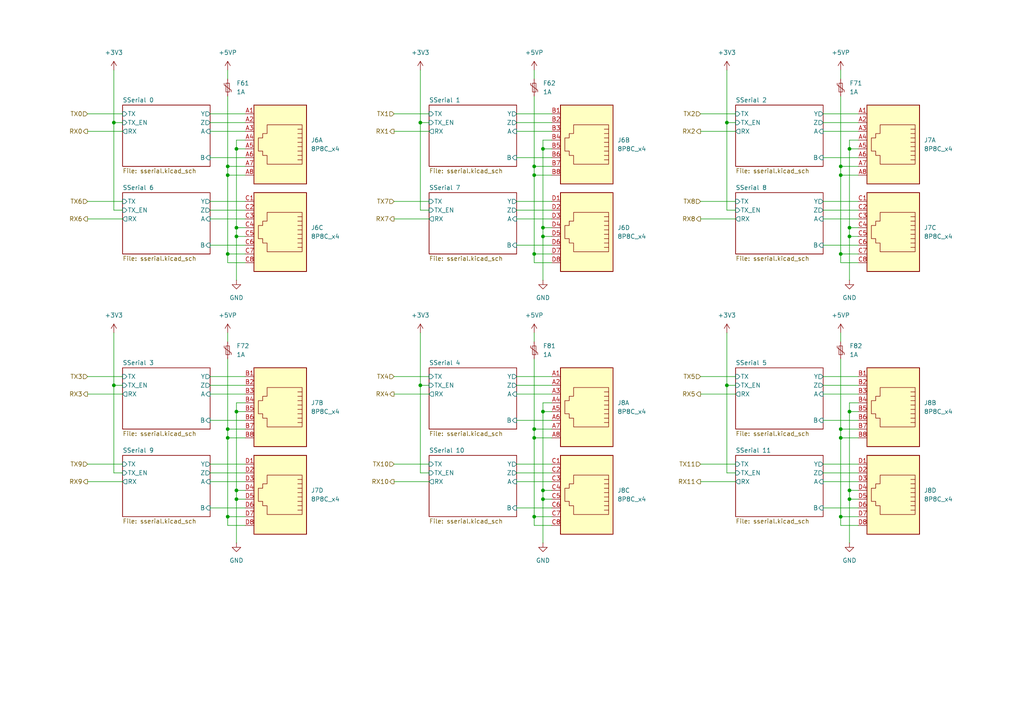
<source format=kicad_sch>
(kicad_sch
	(version 20231120)
	(generator "eeschema")
	(generator_version "8.0")
	(uuid "f85b59a6-b0c0-4395-872a-e88184217ea7")
	(paper "A4")
	(lib_symbols
		(symbol "Device:Polyfuse_Small"
			(pin_numbers hide)
			(pin_names
				(offset 0)
			)
			(exclude_from_sim no)
			(in_bom yes)
			(on_board yes)
			(property "Reference" "F"
				(at -1.905 0 90)
				(effects
					(font
						(size 1.27 1.27)
					)
				)
			)
			(property "Value" "Polyfuse_Small"
				(at 1.905 0 90)
				(effects
					(font
						(size 1.27 1.27)
					)
				)
			)
			(property "Footprint" ""
				(at 1.27 -5.08 0)
				(effects
					(font
						(size 1.27 1.27)
					)
					(justify left)
					(hide yes)
				)
			)
			(property "Datasheet" "~"
				(at 0 0 0)
				(effects
					(font
						(size 1.27 1.27)
					)
					(hide yes)
				)
			)
			(property "Description" "Resettable fuse, polymeric positive temperature coefficient, small symbol"
				(at 0 0 0)
				(effects
					(font
						(size 1.27 1.27)
					)
					(hide yes)
				)
			)
			(property "ki_keywords" "resettable fuse PTC PPTC polyfuse polyswitch"
				(at 0 0 0)
				(effects
					(font
						(size 1.27 1.27)
					)
					(hide yes)
				)
			)
			(property "ki_fp_filters" "*polyfuse* *PTC*"
				(at 0 0 0)
				(effects
					(font
						(size 1.27 1.27)
					)
					(hide yes)
				)
			)
			(symbol "Polyfuse_Small_0_1"
				(rectangle
					(start -0.508 1.27)
					(end 0.508 -1.27)
					(stroke
						(width 0)
						(type default)
					)
					(fill
						(type none)
					)
				)
				(polyline
					(pts
						(xy 0 2.54) (xy 0 -2.54)
					)
					(stroke
						(width 0)
						(type default)
					)
					(fill
						(type none)
					)
				)
				(polyline
					(pts
						(xy -1.016 1.27) (xy -1.016 0.762) (xy 1.016 -0.762) (xy 1.016 -1.27)
					)
					(stroke
						(width 0)
						(type default)
					)
					(fill
						(type none)
					)
				)
			)
			(symbol "Polyfuse_Small_1_1"
				(pin passive line
					(at 0 2.54 270)
					(length 0.635)
					(name "~"
						(effects
							(font
								(size 1.27 1.27)
							)
						)
					)
					(number "1"
						(effects
							(font
								(size 1.27 1.27)
							)
						)
					)
				)
				(pin passive line
					(at 0 -2.54 90)
					(length 0.635)
					(name "~"
						(effects
							(font
								(size 1.27 1.27)
							)
						)
					)
					(number "2"
						(effects
							(font
								(size 1.27 1.27)
							)
						)
					)
				)
			)
		)
		(symbol "power:+3V3"
			(power)
			(pin_numbers hide)
			(pin_names
				(offset 0) hide)
			(exclude_from_sim no)
			(in_bom yes)
			(on_board yes)
			(property "Reference" "#PWR"
				(at 0 -3.81 0)
				(effects
					(font
						(size 1.27 1.27)
					)
					(hide yes)
				)
			)
			(property "Value" "+3V3"
				(at 0 3.556 0)
				(effects
					(font
						(size 1.27 1.27)
					)
				)
			)
			(property "Footprint" ""
				(at 0 0 0)
				(effects
					(font
						(size 1.27 1.27)
					)
					(hide yes)
				)
			)
			(property "Datasheet" ""
				(at 0 0 0)
				(effects
					(font
						(size 1.27 1.27)
					)
					(hide yes)
				)
			)
			(property "Description" "Power symbol creates a global label with name \"+3V3\""
				(at 0 0 0)
				(effects
					(font
						(size 1.27 1.27)
					)
					(hide yes)
				)
			)
			(property "ki_keywords" "global power"
				(at 0 0 0)
				(effects
					(font
						(size 1.27 1.27)
					)
					(hide yes)
				)
			)
			(symbol "+3V3_0_1"
				(polyline
					(pts
						(xy -0.762 1.27) (xy 0 2.54)
					)
					(stroke
						(width 0)
						(type default)
					)
					(fill
						(type none)
					)
				)
				(polyline
					(pts
						(xy 0 0) (xy 0 2.54)
					)
					(stroke
						(width 0)
						(type default)
					)
					(fill
						(type none)
					)
				)
				(polyline
					(pts
						(xy 0 2.54) (xy 0.762 1.27)
					)
					(stroke
						(width 0)
						(type default)
					)
					(fill
						(type none)
					)
				)
			)
			(symbol "+3V3_1_1"
				(pin power_in line
					(at 0 0 90)
					(length 0)
					(name "~"
						(effects
							(font
								(size 1.27 1.27)
							)
						)
					)
					(number "1"
						(effects
							(font
								(size 1.27 1.27)
							)
						)
					)
				)
			)
		)
		(symbol "power:+5VP"
			(power)
			(pin_numbers hide)
			(pin_names
				(offset 0) hide)
			(exclude_from_sim no)
			(in_bom yes)
			(on_board yes)
			(property "Reference" "#PWR"
				(at 0 -3.81 0)
				(effects
					(font
						(size 1.27 1.27)
					)
					(hide yes)
				)
			)
			(property "Value" "+5VP"
				(at 0 3.556 0)
				(effects
					(font
						(size 1.27 1.27)
					)
				)
			)
			(property "Footprint" ""
				(at 0 0 0)
				(effects
					(font
						(size 1.27 1.27)
					)
					(hide yes)
				)
			)
			(property "Datasheet" ""
				(at 0 0 0)
				(effects
					(font
						(size 1.27 1.27)
					)
					(hide yes)
				)
			)
			(property "Description" "Power symbol creates a global label with name \"+5VP\""
				(at 0 0 0)
				(effects
					(font
						(size 1.27 1.27)
					)
					(hide yes)
				)
			)
			(property "ki_keywords" "global power"
				(at 0 0 0)
				(effects
					(font
						(size 1.27 1.27)
					)
					(hide yes)
				)
			)
			(symbol "+5VP_0_1"
				(polyline
					(pts
						(xy -0.762 1.27) (xy 0 2.54)
					)
					(stroke
						(width 0)
						(type default)
					)
					(fill
						(type none)
					)
				)
				(polyline
					(pts
						(xy 0 0) (xy 0 2.54)
					)
					(stroke
						(width 0)
						(type default)
					)
					(fill
						(type none)
					)
				)
				(polyline
					(pts
						(xy 0 2.54) (xy 0.762 1.27)
					)
					(stroke
						(width 0)
						(type default)
					)
					(fill
						(type none)
					)
				)
			)
			(symbol "+5VP_1_1"
				(pin power_in line
					(at 0 0 90)
					(length 0)
					(name "~"
						(effects
							(font
								(size 1.27 1.27)
							)
						)
					)
					(number "1"
						(effects
							(font
								(size 1.27 1.27)
							)
						)
					)
				)
			)
		)
		(symbol "power:GND"
			(power)
			(pin_numbers hide)
			(pin_names
				(offset 0) hide)
			(exclude_from_sim no)
			(in_bom yes)
			(on_board yes)
			(property "Reference" "#PWR"
				(at 0 -6.35 0)
				(effects
					(font
						(size 1.27 1.27)
					)
					(hide yes)
				)
			)
			(property "Value" "GND"
				(at 0 -3.81 0)
				(effects
					(font
						(size 1.27 1.27)
					)
				)
			)
			(property "Footprint" ""
				(at 0 0 0)
				(effects
					(font
						(size 1.27 1.27)
					)
					(hide yes)
				)
			)
			(property "Datasheet" ""
				(at 0 0 0)
				(effects
					(font
						(size 1.27 1.27)
					)
					(hide yes)
				)
			)
			(property "Description" "Power symbol creates a global label with name \"GND\" , ground"
				(at 0 0 0)
				(effects
					(font
						(size 1.27 1.27)
					)
					(hide yes)
				)
			)
			(property "ki_keywords" "global power"
				(at 0 0 0)
				(effects
					(font
						(size 1.27 1.27)
					)
					(hide yes)
				)
			)
			(symbol "GND_0_1"
				(polyline
					(pts
						(xy 0 0) (xy 0 -1.27) (xy 1.27 -1.27) (xy 0 -2.54) (xy -1.27 -1.27) (xy 0 -1.27)
					)
					(stroke
						(width 0)
						(type default)
					)
					(fill
						(type none)
					)
				)
			)
			(symbol "GND_1_1"
				(pin power_in line
					(at 0 0 270)
					(length 0)
					(name "~"
						(effects
							(font
								(size 1.27 1.27)
							)
						)
					)
					(number "1"
						(effects
							(font
								(size 1.27 1.27)
							)
						)
					)
				)
			)
		)
		(symbol "stmbl-fpga-master:8P8C_x4"
			(exclude_from_sim no)
			(in_bom yes)
			(on_board yes)
			(property "Reference" "J"
				(at -5.08 13.97 0)
				(effects
					(font
						(size 1.27 1.27)
					)
					(justify right)
				)
			)
			(property "Value" "8P8C_x4"
				(at 1.27 13.97 0)
				(effects
					(font
						(size 1.27 1.27)
					)
					(justify left)
				)
			)
			(property "Footprint" ""
				(at 0 0.635 90)
				(effects
					(font
						(size 1.27 1.27)
					)
					(hide yes)
				)
			)
			(property "Datasheet" "~"
				(at 0 0.635 90)
				(effects
					(font
						(size 1.27 1.27)
					)
					(hide yes)
				)
			)
			(property "Description" "RJ connector, 8P8C (8 positions 8 connected), RJ45, four ports"
				(at 0 0 0)
				(effects
					(font
						(size 1.27 1.27)
					)
					(hide yes)
				)
			)
			(property "ki_keywords" "8P8C RJ socket connector led dual"
				(at 0 0 0)
				(effects
					(font
						(size 1.27 1.27)
					)
					(hide yes)
				)
			)
			(property "ki_fp_filters" "8P8C*02* RJ45*02*"
				(at 0 0 0)
				(effects
					(font
						(size 1.27 1.27)
					)
					(hide yes)
				)
			)
			(symbol "8P8C_x4_0_1"
				(rectangle
					(start -7.62 12.7)
					(end 7.62 -10.16)
					(stroke
						(width 0.254)
						(type default)
					)
					(fill
						(type background)
					)
				)
				(polyline
					(pts
						(xy -5.08 4.445) (xy -6.35 4.445)
					)
					(stroke
						(width 0)
						(type default)
					)
					(fill
						(type none)
					)
				)
				(polyline
					(pts
						(xy -5.08 5.715) (xy -6.35 5.715)
					)
					(stroke
						(width 0)
						(type default)
					)
					(fill
						(type none)
					)
				)
				(polyline
					(pts
						(xy -6.35 -3.175) (xy -5.08 -3.175) (xy -5.08 -3.175)
					)
					(stroke
						(width 0)
						(type default)
					)
					(fill
						(type none)
					)
				)
				(polyline
					(pts
						(xy -6.35 -1.905) (xy -5.08 -1.905) (xy -5.08 -1.905)
					)
					(stroke
						(width 0)
						(type default)
					)
					(fill
						(type none)
					)
				)
				(polyline
					(pts
						(xy -6.35 -0.635) (xy -5.08 -0.635) (xy -5.08 -0.635)
					)
					(stroke
						(width 0)
						(type default)
					)
					(fill
						(type none)
					)
				)
				(polyline
					(pts
						(xy -6.35 0.635) (xy -5.08 0.635) (xy -5.08 0.635)
					)
					(stroke
						(width 0)
						(type default)
					)
					(fill
						(type none)
					)
				)
				(polyline
					(pts
						(xy -6.35 1.905) (xy -5.08 1.905) (xy -5.08 1.905)
					)
					(stroke
						(width 0)
						(type default)
					)
					(fill
						(type none)
					)
				)
				(polyline
					(pts
						(xy -5.08 3.175) (xy -6.35 3.175) (xy -6.35 3.175)
					)
					(stroke
						(width 0)
						(type default)
					)
					(fill
						(type none)
					)
				)
				(polyline
					(pts
						(xy -6.35 -4.445) (xy -6.35 6.985) (xy 3.81 6.985) (xy 3.81 4.445) (xy 5.08 4.445) (xy 5.08 3.175)
						(xy 6.35 3.175) (xy 6.35 -0.635) (xy 5.08 -0.635) (xy 5.08 -1.905) (xy 3.81 -1.905) (xy 3.81 -4.445)
						(xy -6.35 -4.445) (xy -6.35 -4.445)
					)
					(stroke
						(width 0)
						(type default)
					)
					(fill
						(type none)
					)
				)
			)
			(symbol "8P8C_x4_1_1"
				(pin passive line
					(at 10.16 -7.62 180)
					(length 2.54)
					(name "~"
						(effects
							(font
								(size 1.27 1.27)
							)
						)
					)
					(number "A1"
						(effects
							(font
								(size 1.27 1.27)
							)
						)
					)
				)
				(pin passive line
					(at 10.16 -5.08 180)
					(length 2.54)
					(name "~"
						(effects
							(font
								(size 1.27 1.27)
							)
						)
					)
					(number "A2"
						(effects
							(font
								(size 1.27 1.27)
							)
						)
					)
				)
				(pin passive line
					(at 10.16 -2.54 180)
					(length 2.54)
					(name "~"
						(effects
							(font
								(size 1.27 1.27)
							)
						)
					)
					(number "A3"
						(effects
							(font
								(size 1.27 1.27)
							)
						)
					)
				)
				(pin passive line
					(at 10.16 0 180)
					(length 2.54)
					(name "~"
						(effects
							(font
								(size 1.27 1.27)
							)
						)
					)
					(number "A4"
						(effects
							(font
								(size 1.27 1.27)
							)
						)
					)
				)
				(pin passive line
					(at 10.16 2.54 180)
					(length 2.54)
					(name "~"
						(effects
							(font
								(size 1.27 1.27)
							)
						)
					)
					(number "A5"
						(effects
							(font
								(size 1.27 1.27)
							)
						)
					)
				)
				(pin passive line
					(at 10.16 5.08 180)
					(length 2.54)
					(name "~"
						(effects
							(font
								(size 1.27 1.27)
							)
						)
					)
					(number "A6"
						(effects
							(font
								(size 1.27 1.27)
							)
						)
					)
				)
				(pin passive line
					(at 10.16 7.62 180)
					(length 2.54)
					(name "~"
						(effects
							(font
								(size 1.27 1.27)
							)
						)
					)
					(number "A7"
						(effects
							(font
								(size 1.27 1.27)
							)
						)
					)
				)
				(pin passive line
					(at 10.16 10.16 180)
					(length 2.54)
					(name "~"
						(effects
							(font
								(size 1.27 1.27)
							)
						)
					)
					(number "A8"
						(effects
							(font
								(size 1.27 1.27)
							)
						)
					)
				)
			)
			(symbol "8P8C_x4_2_1"
				(pin passive line
					(at 10.16 -7.62 180)
					(length 2.54)
					(name "~"
						(effects
							(font
								(size 1.27 1.27)
							)
						)
					)
					(number "B1"
						(effects
							(font
								(size 1.27 1.27)
							)
						)
					)
				)
				(pin passive line
					(at 10.16 -5.08 180)
					(length 2.54)
					(name "~"
						(effects
							(font
								(size 1.27 1.27)
							)
						)
					)
					(number "B2"
						(effects
							(font
								(size 1.27 1.27)
							)
						)
					)
				)
				(pin passive line
					(at 10.16 -2.54 180)
					(length 2.54)
					(name "~"
						(effects
							(font
								(size 1.27 1.27)
							)
						)
					)
					(number "B3"
						(effects
							(font
								(size 1.27 1.27)
							)
						)
					)
				)
				(pin passive line
					(at 10.16 0 180)
					(length 2.54)
					(name "~"
						(effects
							(font
								(size 1.27 1.27)
							)
						)
					)
					(number "B4"
						(effects
							(font
								(size 1.27 1.27)
							)
						)
					)
				)
				(pin passive line
					(at 10.16 2.54 180)
					(length 2.54)
					(name "~"
						(effects
							(font
								(size 1.27 1.27)
							)
						)
					)
					(number "B5"
						(effects
							(font
								(size 1.27 1.27)
							)
						)
					)
				)
				(pin passive line
					(at 10.16 5.08 180)
					(length 2.54)
					(name "~"
						(effects
							(font
								(size 1.27 1.27)
							)
						)
					)
					(number "B6"
						(effects
							(font
								(size 1.27 1.27)
							)
						)
					)
				)
				(pin passive line
					(at 10.16 7.62 180)
					(length 2.54)
					(name "~"
						(effects
							(font
								(size 1.27 1.27)
							)
						)
					)
					(number "B7"
						(effects
							(font
								(size 1.27 1.27)
							)
						)
					)
				)
				(pin passive line
					(at 10.16 10.16 180)
					(length 2.54)
					(name "~"
						(effects
							(font
								(size 1.27 1.27)
							)
						)
					)
					(number "B8"
						(effects
							(font
								(size 1.27 1.27)
							)
						)
					)
				)
			)
			(symbol "8P8C_x4_3_1"
				(pin passive line
					(at 10.16 -7.62 180)
					(length 2.54)
					(name "~"
						(effects
							(font
								(size 1.27 1.27)
							)
						)
					)
					(number "C1"
						(effects
							(font
								(size 1.27 1.27)
							)
						)
					)
				)
				(pin passive line
					(at 10.16 -5.08 180)
					(length 2.54)
					(name "~"
						(effects
							(font
								(size 1.27 1.27)
							)
						)
					)
					(number "C2"
						(effects
							(font
								(size 1.27 1.27)
							)
						)
					)
				)
				(pin passive line
					(at 10.16 -2.54 180)
					(length 2.54)
					(name "~"
						(effects
							(font
								(size 1.27 1.27)
							)
						)
					)
					(number "C3"
						(effects
							(font
								(size 1.27 1.27)
							)
						)
					)
				)
				(pin passive line
					(at 10.16 0 180)
					(length 2.54)
					(name "~"
						(effects
							(font
								(size 1.27 1.27)
							)
						)
					)
					(number "C4"
						(effects
							(font
								(size 1.27 1.27)
							)
						)
					)
				)
				(pin passive line
					(at 10.16 2.54 180)
					(length 2.54)
					(name "~"
						(effects
							(font
								(size 1.27 1.27)
							)
						)
					)
					(number "C5"
						(effects
							(font
								(size 1.27 1.27)
							)
						)
					)
				)
				(pin passive line
					(at 10.16 5.08 180)
					(length 2.54)
					(name "~"
						(effects
							(font
								(size 1.27 1.27)
							)
						)
					)
					(number "C6"
						(effects
							(font
								(size 1.27 1.27)
							)
						)
					)
				)
				(pin passive line
					(at 10.16 7.62 180)
					(length 2.54)
					(name "~"
						(effects
							(font
								(size 1.27 1.27)
							)
						)
					)
					(number "C7"
						(effects
							(font
								(size 1.27 1.27)
							)
						)
					)
				)
				(pin passive line
					(at 10.16 10.16 180)
					(length 2.54)
					(name "~"
						(effects
							(font
								(size 1.27 1.27)
							)
						)
					)
					(number "C8"
						(effects
							(font
								(size 1.27 1.27)
							)
						)
					)
				)
			)
			(symbol "8P8C_x4_4_1"
				(pin passive line
					(at 10.16 -7.62 180)
					(length 2.54)
					(name "~"
						(effects
							(font
								(size 1.27 1.27)
							)
						)
					)
					(number "D1"
						(effects
							(font
								(size 1.27 1.27)
							)
						)
					)
				)
				(pin passive line
					(at 10.16 -5.08 180)
					(length 2.54)
					(name "~"
						(effects
							(font
								(size 1.27 1.27)
							)
						)
					)
					(number "D2"
						(effects
							(font
								(size 1.27 1.27)
							)
						)
					)
				)
				(pin passive line
					(at 10.16 -2.54 180)
					(length 2.54)
					(name "~"
						(effects
							(font
								(size 1.27 1.27)
							)
						)
					)
					(number "D3"
						(effects
							(font
								(size 1.27 1.27)
							)
						)
					)
				)
				(pin passive line
					(at 10.16 0 180)
					(length 2.54)
					(name "~"
						(effects
							(font
								(size 1.27 1.27)
							)
						)
					)
					(number "D4"
						(effects
							(font
								(size 1.27 1.27)
							)
						)
					)
				)
				(pin passive line
					(at 10.16 2.54 180)
					(length 2.54)
					(name "~"
						(effects
							(font
								(size 1.27 1.27)
							)
						)
					)
					(number "D5"
						(effects
							(font
								(size 1.27 1.27)
							)
						)
					)
				)
				(pin passive line
					(at 10.16 5.08 180)
					(length 2.54)
					(name "~"
						(effects
							(font
								(size 1.27 1.27)
							)
						)
					)
					(number "D6"
						(effects
							(font
								(size 1.27 1.27)
							)
						)
					)
				)
				(pin passive line
					(at 10.16 7.62 180)
					(length 2.54)
					(name "~"
						(effects
							(font
								(size 1.27 1.27)
							)
						)
					)
					(number "D7"
						(effects
							(font
								(size 1.27 1.27)
							)
						)
					)
				)
				(pin passive line
					(at 10.16 10.16 180)
					(length 2.54)
					(name "~"
						(effects
							(font
								(size 1.27 1.27)
							)
						)
					)
					(number "D8"
						(effects
							(font
								(size 1.27 1.27)
							)
						)
					)
				)
			)
		)
	)
	(junction
		(at 68.58 68.58)
		(diameter 0)
		(color 0 0 0 0)
		(uuid "0060491d-7042-451f-bf3d-e76d9a6a7899")
	)
	(junction
		(at 246.38 66.04)
		(diameter 0)
		(color 0 0 0 0)
		(uuid "01f05681-7e77-453b-ab38-56c4f9766101")
	)
	(junction
		(at 66.04 48.26)
		(diameter 0)
		(color 0 0 0 0)
		(uuid "030f786c-904d-4789-b3ff-18a5ba3ad7d9")
	)
	(junction
		(at 66.04 73.66)
		(diameter 0)
		(color 0 0 0 0)
		(uuid "046f9096-1806-45bd-b668-0fb1ac64ffd6")
	)
	(junction
		(at 154.94 149.86)
		(diameter 0)
		(color 0 0 0 0)
		(uuid "04d89305-0bf9-427a-abd6-abca8f7a3a2b")
	)
	(junction
		(at 154.94 124.46)
		(diameter 0)
		(color 0 0 0 0)
		(uuid "09b6e994-427a-4978-99a7-271d8461fc33")
	)
	(junction
		(at 157.48 68.58)
		(diameter 0)
		(color 0 0 0 0)
		(uuid "0eb6115b-d2ac-4345-918b-c00125426454")
	)
	(junction
		(at 68.58 43.18)
		(diameter 0)
		(color 0 0 0 0)
		(uuid "0f045d28-fe62-4efe-b264-11ffcb2b8c62")
	)
	(junction
		(at 154.94 50.8)
		(diameter 0)
		(color 0 0 0 0)
		(uuid "14c155ca-5e37-48d3-8d0e-e5277ecb3134")
	)
	(junction
		(at 157.48 119.38)
		(diameter 0)
		(color 0 0 0 0)
		(uuid "213ca91a-15af-4e39-8a62-8141bdb7e33c")
	)
	(junction
		(at 66.04 149.86)
		(diameter 0)
		(color 0 0 0 0)
		(uuid "25ecdeec-ce75-405b-ae43-164a2c290d30")
	)
	(junction
		(at 68.58 144.78)
		(diameter 0)
		(color 0 0 0 0)
		(uuid "2864124e-1180-43fc-bfc3-0ba30144b510")
	)
	(junction
		(at 246.38 142.24)
		(diameter 0)
		(color 0 0 0 0)
		(uuid "29a6a38b-d2ea-4ab3-88e9-c53bb6eafb78")
	)
	(junction
		(at 68.58 66.04)
		(diameter 0)
		(color 0 0 0 0)
		(uuid "3c62fe3b-e24a-4ff3-a771-214104785b8e")
	)
	(junction
		(at 33.02 111.76)
		(diameter 0)
		(color 0 0 0 0)
		(uuid "41b78d60-44fa-4b73-98fb-47358382d435")
	)
	(junction
		(at 157.48 142.24)
		(diameter 0)
		(color 0 0 0 0)
		(uuid "462d6213-7bcd-4885-914e-ce52febb65b8")
	)
	(junction
		(at 243.84 50.8)
		(diameter 0)
		(color 0 0 0 0)
		(uuid "469e7004-19d7-47a6-bedd-ebc94b68c5ae")
	)
	(junction
		(at 157.48 43.18)
		(diameter 0)
		(color 0 0 0 0)
		(uuid "597479b3-f4f1-45df-afa9-3b9ab9cf5134")
	)
	(junction
		(at 68.58 142.24)
		(diameter 0)
		(color 0 0 0 0)
		(uuid "5e6670e2-7aef-4339-8351-9dc180bc5068")
	)
	(junction
		(at 33.02 35.56)
		(diameter 0)
		(color 0 0 0 0)
		(uuid "69278db1-a137-47b9-8e6d-f062604920d8")
	)
	(junction
		(at 154.94 48.26)
		(diameter 0)
		(color 0 0 0 0)
		(uuid "75f6ff28-66ff-418a-9af7-b7a92c305887")
	)
	(junction
		(at 66.04 124.46)
		(diameter 0)
		(color 0 0 0 0)
		(uuid "8175c5fa-1dda-4156-9c46-047fb6f44714")
	)
	(junction
		(at 246.38 119.38)
		(diameter 0)
		(color 0 0 0 0)
		(uuid "8348e2aa-8e18-4229-8233-fa459cd8d351")
	)
	(junction
		(at 154.94 127)
		(diameter 0)
		(color 0 0 0 0)
		(uuid "856aae57-0ab4-4806-85d9-8925648f76f2")
	)
	(junction
		(at 157.48 144.78)
		(diameter 0)
		(color 0 0 0 0)
		(uuid "87ebf719-16de-48be-89e2-d3bf4b8b6a4f")
	)
	(junction
		(at 157.48 66.04)
		(diameter 0)
		(color 0 0 0 0)
		(uuid "88e96e5b-d87a-4647-94d7-9f16bc0e435f")
	)
	(junction
		(at 243.84 73.66)
		(diameter 0)
		(color 0 0 0 0)
		(uuid "9c8a9a66-4566-475c-9720-d4524d94f068")
	)
	(junction
		(at 210.82 35.56)
		(diameter 0)
		(color 0 0 0 0)
		(uuid "9f459f86-f6d2-45d3-bc47-da71a2398583")
	)
	(junction
		(at 243.84 48.26)
		(diameter 0)
		(color 0 0 0 0)
		(uuid "a3dbef24-664b-4726-8afc-8da2007b3c83")
	)
	(junction
		(at 68.58 119.38)
		(diameter 0)
		(color 0 0 0 0)
		(uuid "a8ab6ddc-8c50-4dff-b865-45e979b3ee9f")
	)
	(junction
		(at 121.92 111.76)
		(diameter 0)
		(color 0 0 0 0)
		(uuid "aa90b6ec-20c4-4a62-8e61-234b962ad963")
	)
	(junction
		(at 210.82 111.76)
		(diameter 0)
		(color 0 0 0 0)
		(uuid "ab527964-5fcb-4406-9064-b85aa3c53adf")
	)
	(junction
		(at 246.38 43.18)
		(diameter 0)
		(color 0 0 0 0)
		(uuid "bb37ac48-1615-4ada-b432-82608d4a4dc5")
	)
	(junction
		(at 246.38 144.78)
		(diameter 0)
		(color 0 0 0 0)
		(uuid "c01f3790-9603-44bb-b89f-a245ecf6ab3b")
	)
	(junction
		(at 243.84 127)
		(diameter 0)
		(color 0 0 0 0)
		(uuid "c2465ecb-5956-4ef8-bbe6-a1609d09332f")
	)
	(junction
		(at 243.84 149.86)
		(diameter 0)
		(color 0 0 0 0)
		(uuid "c65d740b-8e8e-4e72-85e2-251fc1edcf96")
	)
	(junction
		(at 246.38 68.58)
		(diameter 0)
		(color 0 0 0 0)
		(uuid "ca47ecea-43b0-4154-b223-09f951a4f38a")
	)
	(junction
		(at 154.94 73.66)
		(diameter 0)
		(color 0 0 0 0)
		(uuid "e06cc38d-d045-41f7-be28-abbc6b37242a")
	)
	(junction
		(at 121.92 35.56)
		(diameter 0)
		(color 0 0 0 0)
		(uuid "e9ba64a8-e67e-4ee4-b58a-8e5ac8b90ebf")
	)
	(junction
		(at 66.04 50.8)
		(diameter 0)
		(color 0 0 0 0)
		(uuid "f219230b-4ffe-4da8-bd3f-87944873ce2e")
	)
	(junction
		(at 66.04 127)
		(diameter 0)
		(color 0 0 0 0)
		(uuid "f3b5e061-3bad-4f04-984a-02e588971dcc")
	)
	(junction
		(at 243.84 124.46)
		(diameter 0)
		(color 0 0 0 0)
		(uuid "f9b5a87e-d30c-4a26-b5e8-a1984a452995")
	)
	(wire
		(pts
			(xy 33.02 60.96) (xy 33.02 35.56)
		)
		(stroke
			(width 0)
			(type default)
		)
		(uuid "0035d2eb-7dc9-4d97-9ee3-0c605fe54798")
	)
	(wire
		(pts
			(xy 203.2 139.7) (xy 213.36 139.7)
		)
		(stroke
			(width 0)
			(type default)
		)
		(uuid "003ab30d-c85e-472e-9089-465b06126fe7")
	)
	(wire
		(pts
			(xy 157.48 40.64) (xy 157.48 43.18)
		)
		(stroke
			(width 0)
			(type default)
		)
		(uuid "015a51f6-408f-4de1-8983-d29c3ce8059a")
	)
	(wire
		(pts
			(xy 238.76 137.16) (xy 248.92 137.16)
		)
		(stroke
			(width 0)
			(type default)
		)
		(uuid "01d66a91-320e-4772-b44f-ab886dffaed0")
	)
	(wire
		(pts
			(xy 25.4 109.22) (xy 35.56 109.22)
		)
		(stroke
			(width 0)
			(type default)
		)
		(uuid "042ec74d-f70a-484a-a470-025592e38c32")
	)
	(wire
		(pts
			(xy 149.86 60.96) (xy 160.02 60.96)
		)
		(stroke
			(width 0)
			(type default)
		)
		(uuid "044a8872-e71e-4927-8783-a728a8a8d3a5")
	)
	(wire
		(pts
			(xy 66.04 20.32) (xy 66.04 22.86)
		)
		(stroke
			(width 0)
			(type default)
		)
		(uuid "04500200-9883-4f98-9833-f0a1c6886bf9")
	)
	(wire
		(pts
			(xy 66.04 127) (xy 66.04 124.46)
		)
		(stroke
			(width 0)
			(type default)
		)
		(uuid "0481626a-2b10-418e-83bb-b1293c48bf68")
	)
	(wire
		(pts
			(xy 248.92 127) (xy 243.84 127)
		)
		(stroke
			(width 0)
			(type default)
		)
		(uuid "06668bd8-d602-4e79-8b1f-b448661665fa")
	)
	(wire
		(pts
			(xy 124.46 137.16) (xy 121.92 137.16)
		)
		(stroke
			(width 0)
			(type default)
		)
		(uuid "080ef06d-6a8b-4501-bae7-5aaad471cdc8")
	)
	(wire
		(pts
			(xy 210.82 111.76) (xy 213.36 111.76)
		)
		(stroke
			(width 0)
			(type default)
		)
		(uuid "0a2e1655-5ef7-4785-84ae-01250edbb401")
	)
	(wire
		(pts
			(xy 71.12 127) (xy 66.04 127)
		)
		(stroke
			(width 0)
			(type default)
		)
		(uuid "0afe0e62-fff5-40dd-af60-5fb14bd6a370")
	)
	(wire
		(pts
			(xy 66.04 96.52) (xy 66.04 99.06)
		)
		(stroke
			(width 0)
			(type default)
		)
		(uuid "0c568c7d-285b-4054-9677-daf76e94b093")
	)
	(wire
		(pts
			(xy 238.76 35.56) (xy 248.92 35.56)
		)
		(stroke
			(width 0)
			(type default)
		)
		(uuid "0c9f7fb6-7150-4dc9-b68c-359b26323c8b")
	)
	(wire
		(pts
			(xy 60.96 109.22) (xy 71.12 109.22)
		)
		(stroke
			(width 0)
			(type default)
		)
		(uuid "0d1f9ad7-c31b-45bd-8f01-56fcfe17b419")
	)
	(wire
		(pts
			(xy 246.38 66.04) (xy 246.38 68.58)
		)
		(stroke
			(width 0)
			(type default)
		)
		(uuid "0d42e0f3-a3a2-4aec-87b4-45b970a231ba")
	)
	(wire
		(pts
			(xy 210.82 96.52) (xy 210.82 111.76)
		)
		(stroke
			(width 0)
			(type default)
		)
		(uuid "12a61063-6ec3-418b-9e4c-39920805c68d")
	)
	(wire
		(pts
			(xy 157.48 43.18) (xy 160.02 43.18)
		)
		(stroke
			(width 0)
			(type default)
		)
		(uuid "152116dc-5e00-4d1c-8edf-4d49f59e125e")
	)
	(wire
		(pts
			(xy 248.92 76.2) (xy 243.84 76.2)
		)
		(stroke
			(width 0)
			(type default)
		)
		(uuid "157de374-a238-47d1-b974-907d5c122f46")
	)
	(wire
		(pts
			(xy 154.94 104.14) (xy 154.94 124.46)
		)
		(stroke
			(width 0)
			(type default)
		)
		(uuid "163167c1-c0c9-48f4-afad-1620225251e9")
	)
	(wire
		(pts
			(xy 238.76 114.3) (xy 248.92 114.3)
		)
		(stroke
			(width 0)
			(type default)
		)
		(uuid "164f3438-f44e-4fc0-b4d3-233f1457e13f")
	)
	(wire
		(pts
			(xy 246.38 119.38) (xy 248.92 119.38)
		)
		(stroke
			(width 0)
			(type default)
		)
		(uuid "16f76fcf-6ac4-4c3b-ba4f-a4a5b6e004c2")
	)
	(wire
		(pts
			(xy 238.76 58.42) (xy 248.92 58.42)
		)
		(stroke
			(width 0)
			(type default)
		)
		(uuid "199dd166-4b02-4b0d-a311-8d7501edf136")
	)
	(wire
		(pts
			(xy 154.94 149.86) (xy 160.02 149.86)
		)
		(stroke
			(width 0)
			(type default)
		)
		(uuid "1d877e79-9f4f-4b59-98cc-33163954f38f")
	)
	(wire
		(pts
			(xy 243.84 104.14) (xy 243.84 124.46)
		)
		(stroke
			(width 0)
			(type default)
		)
		(uuid "205e669d-2472-4259-81e6-b524b52e156d")
	)
	(wire
		(pts
			(xy 68.58 142.24) (xy 68.58 144.78)
		)
		(stroke
			(width 0)
			(type default)
		)
		(uuid "2392d1f9-bd17-4f87-b7d7-38da37d5660d")
	)
	(wire
		(pts
			(xy 243.84 127) (xy 243.84 149.86)
		)
		(stroke
			(width 0)
			(type default)
		)
		(uuid "25e63310-ed56-4a0a-bf34-15859fea638f")
	)
	(wire
		(pts
			(xy 246.38 144.78) (xy 248.92 144.78)
		)
		(stroke
			(width 0)
			(type default)
		)
		(uuid "267c7b24-7b23-4a64-abec-c8bd1455aa5b")
	)
	(wire
		(pts
			(xy 25.4 33.02) (xy 35.56 33.02)
		)
		(stroke
			(width 0)
			(type default)
		)
		(uuid "27a2553e-ef61-49db-8633-1700c44ce09f")
	)
	(wire
		(pts
			(xy 60.96 35.56) (xy 71.12 35.56)
		)
		(stroke
			(width 0)
			(type default)
		)
		(uuid "29f64d3a-eaa6-4578-a758-2afac010208d")
	)
	(wire
		(pts
			(xy 114.3 33.02) (xy 124.46 33.02)
		)
		(stroke
			(width 0)
			(type default)
		)
		(uuid "2b75f211-0608-4d2a-9c36-68277fe72924")
	)
	(wire
		(pts
			(xy 203.2 109.22) (xy 213.36 109.22)
		)
		(stroke
			(width 0)
			(type default)
		)
		(uuid "2bd3e9d8-c9d8-4622-b90e-d791a9091380")
	)
	(wire
		(pts
			(xy 60.96 137.16) (xy 71.12 137.16)
		)
		(stroke
			(width 0)
			(type default)
		)
		(uuid "2cc609cf-82cd-45a6-aca3-11b0950c8f5b")
	)
	(wire
		(pts
			(xy 121.92 111.76) (xy 124.46 111.76)
		)
		(stroke
			(width 0)
			(type default)
		)
		(uuid "3150da65-1ebc-4437-9c09-bb00b011d26a")
	)
	(wire
		(pts
			(xy 124.46 60.96) (xy 121.92 60.96)
		)
		(stroke
			(width 0)
			(type default)
		)
		(uuid "31ecb06d-4521-41de-b7ee-ffa87300e2b0")
	)
	(wire
		(pts
			(xy 203.2 38.1) (xy 213.36 38.1)
		)
		(stroke
			(width 0)
			(type default)
		)
		(uuid "31ee5c76-e07f-41c2-8ae9-c766ad89289f")
	)
	(wire
		(pts
			(xy 157.48 142.24) (xy 160.02 142.24)
		)
		(stroke
			(width 0)
			(type default)
		)
		(uuid "3398ef21-12d7-4e1a-baed-39ef82a1039e")
	)
	(wire
		(pts
			(xy 238.76 60.96) (xy 248.92 60.96)
		)
		(stroke
			(width 0)
			(type default)
		)
		(uuid "342ab593-cb8f-4773-a60c-f6ba6c10b5be")
	)
	(wire
		(pts
			(xy 149.86 71.12) (xy 160.02 71.12)
		)
		(stroke
			(width 0)
			(type default)
		)
		(uuid "34f49d97-38d2-49b9-80e4-0765c283499f")
	)
	(wire
		(pts
			(xy 68.58 68.58) (xy 71.12 68.58)
		)
		(stroke
			(width 0)
			(type default)
		)
		(uuid "37dd852d-7436-494a-95ee-3d1f8a1e1c77")
	)
	(wire
		(pts
			(xy 60.96 139.7) (xy 71.12 139.7)
		)
		(stroke
			(width 0)
			(type default)
		)
		(uuid "39ff1f76-8705-44fd-8cef-9f5c6821c794")
	)
	(wire
		(pts
			(xy 238.76 111.76) (xy 248.92 111.76)
		)
		(stroke
			(width 0)
			(type default)
		)
		(uuid "3a00a8e2-7f02-4718-9c84-f1b2007125fb")
	)
	(wire
		(pts
			(xy 238.76 45.72) (xy 248.92 45.72)
		)
		(stroke
			(width 0)
			(type default)
		)
		(uuid "3a12dc1f-efae-49ca-a313-1da94089db6f")
	)
	(wire
		(pts
			(xy 68.58 116.84) (xy 68.58 119.38)
		)
		(stroke
			(width 0)
			(type default)
		)
		(uuid "3b081b34-d6f3-4faf-b592-33ae58bfb53c")
	)
	(wire
		(pts
			(xy 160.02 127) (xy 154.94 127)
		)
		(stroke
			(width 0)
			(type default)
		)
		(uuid "3b0e84d3-53bc-4e25-b88d-6f1471b9f583")
	)
	(wire
		(pts
			(xy 114.3 139.7) (xy 124.46 139.7)
		)
		(stroke
			(width 0)
			(type default)
		)
		(uuid "3b40b4b4-0c87-4a56-9267-e04fa3f21949")
	)
	(wire
		(pts
			(xy 248.92 40.64) (xy 246.38 40.64)
		)
		(stroke
			(width 0)
			(type default)
		)
		(uuid "3cb4d401-5c0d-45d5-9b0a-f06feef603e9")
	)
	(wire
		(pts
			(xy 60.96 111.76) (xy 71.12 111.76)
		)
		(stroke
			(width 0)
			(type default)
		)
		(uuid "3f3c481a-45ee-478a-b375-14e09b525f7c")
	)
	(wire
		(pts
			(xy 25.4 58.42) (xy 35.56 58.42)
		)
		(stroke
			(width 0)
			(type default)
		)
		(uuid "409ab39d-015c-4f75-8198-c55a981a3f1f")
	)
	(wire
		(pts
			(xy 154.94 127) (xy 154.94 149.86)
		)
		(stroke
			(width 0)
			(type default)
		)
		(uuid "4427b49b-4a81-4f61-be25-a9c97966912e")
	)
	(wire
		(pts
			(xy 66.04 124.46) (xy 71.12 124.46)
		)
		(stroke
			(width 0)
			(type default)
		)
		(uuid "44d6371d-fac4-41c9-bd23-f986bc29b4cc")
	)
	(wire
		(pts
			(xy 160.02 40.64) (xy 157.48 40.64)
		)
		(stroke
			(width 0)
			(type default)
		)
		(uuid "44fafe4e-443c-4a97-b6b3-d361919e7c9a")
	)
	(wire
		(pts
			(xy 33.02 111.76) (xy 35.56 111.76)
		)
		(stroke
			(width 0)
			(type default)
		)
		(uuid "465e0848-e1de-4a57-957d-1ac56e0c8c7c")
	)
	(wire
		(pts
			(xy 246.38 142.24) (xy 246.38 144.78)
		)
		(stroke
			(width 0)
			(type default)
		)
		(uuid "4803e681-8226-48ec-82d7-1ba55c6e2104")
	)
	(wire
		(pts
			(xy 25.4 63.5) (xy 35.56 63.5)
		)
		(stroke
			(width 0)
			(type default)
		)
		(uuid "493d9ca7-828c-4168-a5a8-7d126b6b7a20")
	)
	(wire
		(pts
			(xy 243.84 73.66) (xy 248.92 73.66)
		)
		(stroke
			(width 0)
			(type default)
		)
		(uuid "49610f43-0b10-4631-8f3e-28e8d2644191")
	)
	(wire
		(pts
			(xy 121.92 35.56) (xy 124.46 35.56)
		)
		(stroke
			(width 0)
			(type default)
		)
		(uuid "4b794580-92ef-46c2-ae90-22d029936a7c")
	)
	(wire
		(pts
			(xy 25.4 114.3) (xy 35.56 114.3)
		)
		(stroke
			(width 0)
			(type default)
		)
		(uuid "4c163393-ed98-4891-b2d9-1a9880a8fee6")
	)
	(wire
		(pts
			(xy 246.38 68.58) (xy 246.38 81.28)
		)
		(stroke
			(width 0)
			(type default)
		)
		(uuid "5144ec7d-7254-4e61-b1a5-b92b6761041f")
	)
	(wire
		(pts
			(xy 149.86 121.92) (xy 160.02 121.92)
		)
		(stroke
			(width 0)
			(type default)
		)
		(uuid "5186fa49-6192-469f-ae70-bcf84e6dc3b1")
	)
	(wire
		(pts
			(xy 154.94 149.86) (xy 154.94 152.4)
		)
		(stroke
			(width 0)
			(type default)
		)
		(uuid "5333facb-3a27-45dd-ba84-a9ad79b49da9")
	)
	(wire
		(pts
			(xy 68.58 66.04) (xy 71.12 66.04)
		)
		(stroke
			(width 0)
			(type default)
		)
		(uuid "53a3b670-b3a2-4a3d-8935-78a16433bd45")
	)
	(wire
		(pts
			(xy 33.02 137.16) (xy 33.02 111.76)
		)
		(stroke
			(width 0)
			(type default)
		)
		(uuid "547e3db4-8e70-4c86-a7ef-281e27029fcc")
	)
	(wire
		(pts
			(xy 203.2 58.42) (xy 213.36 58.42)
		)
		(stroke
			(width 0)
			(type default)
		)
		(uuid "57ac80a5-d0d8-4eec-8eec-002a4d08b7f3")
	)
	(wire
		(pts
			(xy 246.38 142.24) (xy 248.92 142.24)
		)
		(stroke
			(width 0)
			(type default)
		)
		(uuid "58f86bac-6e03-45d9-8c5b-7b3c1f717cd0")
	)
	(wire
		(pts
			(xy 71.12 116.84) (xy 68.58 116.84)
		)
		(stroke
			(width 0)
			(type default)
		)
		(uuid "598cfa54-6fc5-4d20-bfb3-49deb38eaa6b")
	)
	(wire
		(pts
			(xy 213.36 60.96) (xy 210.82 60.96)
		)
		(stroke
			(width 0)
			(type default)
		)
		(uuid "5b35fae2-95b1-45c5-8e7b-0e143af0190b")
	)
	(wire
		(pts
			(xy 157.48 144.78) (xy 157.48 157.48)
		)
		(stroke
			(width 0)
			(type default)
		)
		(uuid "5c9646e9-be39-454e-bc06-603d9a0b8a5c")
	)
	(wire
		(pts
			(xy 149.86 114.3) (xy 160.02 114.3)
		)
		(stroke
			(width 0)
			(type default)
		)
		(uuid "5d0e5553-9de0-4604-b70a-7bb2bb9493e0")
	)
	(wire
		(pts
			(xy 157.48 43.18) (xy 157.48 66.04)
		)
		(stroke
			(width 0)
			(type default)
		)
		(uuid "5fa8b53d-77ea-4de4-bf9b-f73902561475")
	)
	(wire
		(pts
			(xy 243.84 127) (xy 243.84 124.46)
		)
		(stroke
			(width 0)
			(type default)
		)
		(uuid "6497fc87-1161-4d17-893f-c92709d08406")
	)
	(wire
		(pts
			(xy 160.02 116.84) (xy 157.48 116.84)
		)
		(stroke
			(width 0)
			(type default)
		)
		(uuid "65711498-b265-4aaa-99b1-7365f9f86aed")
	)
	(wire
		(pts
			(xy 243.84 50.8) (xy 243.84 73.66)
		)
		(stroke
			(width 0)
			(type default)
		)
		(uuid "66c24008-5567-4c9f-8b5e-11015258070c")
	)
	(wire
		(pts
			(xy 60.96 58.42) (xy 71.12 58.42)
		)
		(stroke
			(width 0)
			(type default)
		)
		(uuid "683d083c-0d59-4a84-835c-ae354035a52a")
	)
	(wire
		(pts
			(xy 71.12 152.4) (xy 66.04 152.4)
		)
		(stroke
			(width 0)
			(type default)
		)
		(uuid "690d8728-e65c-455c-9cf2-35031e2ab820")
	)
	(wire
		(pts
			(xy 66.04 104.14) (xy 66.04 124.46)
		)
		(stroke
			(width 0)
			(type default)
		)
		(uuid "69f82353-5c58-4b53-9109-c49293758921")
	)
	(wire
		(pts
			(xy 243.84 124.46) (xy 248.92 124.46)
		)
		(stroke
			(width 0)
			(type default)
		)
		(uuid "6ba4b395-b270-4b80-bc85-15e03bf3c246")
	)
	(wire
		(pts
			(xy 246.38 119.38) (xy 246.38 142.24)
		)
		(stroke
			(width 0)
			(type default)
		)
		(uuid "6f01780a-bac0-44d2-9061-ee2638b6f238")
	)
	(wire
		(pts
			(xy 154.94 27.94) (xy 154.94 48.26)
		)
		(stroke
			(width 0)
			(type default)
		)
		(uuid "6f5d86ef-9a64-45b5-8cae-c1826718b4b9")
	)
	(wire
		(pts
			(xy 149.86 38.1) (xy 160.02 38.1)
		)
		(stroke
			(width 0)
			(type default)
		)
		(uuid "720404f0-b022-4108-a8c8-7b1a34f143a4")
	)
	(wire
		(pts
			(xy 238.76 71.12) (xy 248.92 71.12)
		)
		(stroke
			(width 0)
			(type default)
		)
		(uuid "7283a145-067e-49d0-afc8-55bc669be483")
	)
	(wire
		(pts
			(xy 60.96 114.3) (xy 71.12 114.3)
		)
		(stroke
			(width 0)
			(type default)
		)
		(uuid "7286f409-d81c-494a-b375-1679c8853777")
	)
	(wire
		(pts
			(xy 154.94 127) (xy 154.94 124.46)
		)
		(stroke
			(width 0)
			(type default)
		)
		(uuid "73f0e7ce-54af-4797-bc34-6a9cb54b0dfc")
	)
	(wire
		(pts
			(xy 68.58 144.78) (xy 71.12 144.78)
		)
		(stroke
			(width 0)
			(type default)
		)
		(uuid "74b29f50-d6d3-422d-b565-3cdf08968f8e")
	)
	(wire
		(pts
			(xy 68.58 43.18) (xy 68.58 66.04)
		)
		(stroke
			(width 0)
			(type default)
		)
		(uuid "7777678a-b597-4a43-be20-b57119c5eb13")
	)
	(wire
		(pts
			(xy 60.96 134.62) (xy 71.12 134.62)
		)
		(stroke
			(width 0)
			(type default)
		)
		(uuid "78af7c3b-2dc8-4b16-94d9-f207927a04f1")
	)
	(wire
		(pts
			(xy 248.92 50.8) (xy 243.84 50.8)
		)
		(stroke
			(width 0)
			(type default)
		)
		(uuid "791e69be-93ee-42a8-a64a-e73e86ffcd67")
	)
	(wire
		(pts
			(xy 66.04 50.8) (xy 66.04 73.66)
		)
		(stroke
			(width 0)
			(type default)
		)
		(uuid "799fed00-4a40-4a45-9927-1d9fe3c0a049")
	)
	(wire
		(pts
			(xy 25.4 139.7) (xy 35.56 139.7)
		)
		(stroke
			(width 0)
			(type default)
		)
		(uuid "7cd99ed8-b99d-4ce4-b351-17e7f5205ea7")
	)
	(wire
		(pts
			(xy 238.76 63.5) (xy 248.92 63.5)
		)
		(stroke
			(width 0)
			(type default)
		)
		(uuid "7dd7a3f2-64db-4acf-a93f-6416c74b619d")
	)
	(wire
		(pts
			(xy 238.76 139.7) (xy 248.92 139.7)
		)
		(stroke
			(width 0)
			(type default)
		)
		(uuid "7ea9ddcc-48b4-4848-b0be-d5662f8b9b20")
	)
	(wire
		(pts
			(xy 246.38 40.64) (xy 246.38 43.18)
		)
		(stroke
			(width 0)
			(type default)
		)
		(uuid "80e43f2c-dfb6-419d-b729-80b0c6da7e96")
	)
	(wire
		(pts
			(xy 213.36 137.16) (xy 210.82 137.16)
		)
		(stroke
			(width 0)
			(type default)
		)
		(uuid "8518feb6-5d1b-4f06-b537-0e8ab844883b")
	)
	(wire
		(pts
			(xy 246.38 43.18) (xy 248.92 43.18)
		)
		(stroke
			(width 0)
			(type default)
		)
		(uuid "87c7de00-b3d1-408d-8a00-223f4b52c559")
	)
	(wire
		(pts
			(xy 154.94 50.8) (xy 154.94 73.66)
		)
		(stroke
			(width 0)
			(type default)
		)
		(uuid "88bb0cdc-65af-4c94-9471-75dafad696e5")
	)
	(wire
		(pts
			(xy 149.86 58.42) (xy 160.02 58.42)
		)
		(stroke
			(width 0)
			(type default)
		)
		(uuid "8c4f92d1-9c6c-44c4-ae84-f22036f8bbfb")
	)
	(wire
		(pts
			(xy 66.04 149.86) (xy 71.12 149.86)
		)
		(stroke
			(width 0)
			(type default)
		)
		(uuid "8e0dfe22-9350-468a-80a2-67c9d719a7e9")
	)
	(wire
		(pts
			(xy 243.84 149.86) (xy 243.84 152.4)
		)
		(stroke
			(width 0)
			(type default)
		)
		(uuid "8f8198a2-c91c-4834-8437-5c1ff2830cf5")
	)
	(wire
		(pts
			(xy 157.48 66.04) (xy 157.48 68.58)
		)
		(stroke
			(width 0)
			(type default)
		)
		(uuid "901bc42d-cf0b-467d-a7ae-5f19d9476047")
	)
	(wire
		(pts
			(xy 238.76 147.32) (xy 248.92 147.32)
		)
		(stroke
			(width 0)
			(type default)
		)
		(uuid "91a6ecf8-8720-4a61-9b3c-7a9abe427a01")
	)
	(wire
		(pts
			(xy 238.76 33.02) (xy 248.92 33.02)
		)
		(stroke
			(width 0)
			(type default)
		)
		(uuid "91e73055-946d-48ce-8238-7f44cfb8c751")
	)
	(wire
		(pts
			(xy 60.96 121.92) (xy 71.12 121.92)
		)
		(stroke
			(width 0)
			(type default)
		)
		(uuid "93497f17-38db-43c1-af1d-733eb7764b79")
	)
	(wire
		(pts
			(xy 66.04 149.86) (xy 66.04 152.4)
		)
		(stroke
			(width 0)
			(type default)
		)
		(uuid "937cb4f8-6950-47c7-b055-b7de22bc58c5")
	)
	(wire
		(pts
			(xy 243.84 48.26) (xy 248.92 48.26)
		)
		(stroke
			(width 0)
			(type default)
		)
		(uuid "943e93dd-0c0b-4c95-b9ff-7f53ced6d3eb")
	)
	(wire
		(pts
			(xy 149.86 134.62) (xy 160.02 134.62)
		)
		(stroke
			(width 0)
			(type default)
		)
		(uuid "947827b3-0a94-4b42-948f-4263b43a5d77")
	)
	(wire
		(pts
			(xy 203.2 63.5) (xy 213.36 63.5)
		)
		(stroke
			(width 0)
			(type default)
		)
		(uuid "95c02d3b-ac2c-41f9-8935-5f40152afb8f")
	)
	(wire
		(pts
			(xy 60.96 38.1) (xy 71.12 38.1)
		)
		(stroke
			(width 0)
			(type default)
		)
		(uuid "973ff85e-92bd-4c3d-9ca5-339f81dc6835")
	)
	(wire
		(pts
			(xy 60.96 60.96) (xy 71.12 60.96)
		)
		(stroke
			(width 0)
			(type default)
		)
		(uuid "9744feca-3e3c-4e1b-a7de-340a2c321bf7")
	)
	(wire
		(pts
			(xy 33.02 35.56) (xy 35.56 35.56)
		)
		(stroke
			(width 0)
			(type default)
		)
		(uuid "98101f47-bf51-47ea-b5b7-fb9122857300")
	)
	(wire
		(pts
			(xy 68.58 66.04) (xy 68.58 68.58)
		)
		(stroke
			(width 0)
			(type default)
		)
		(uuid "9a4c354c-09cf-4c61-a2df-cd221ead1a73")
	)
	(wire
		(pts
			(xy 149.86 35.56) (xy 160.02 35.56)
		)
		(stroke
			(width 0)
			(type default)
		)
		(uuid "9a93cda7-4a67-4c98-8ef9-567bd5b9493b")
	)
	(wire
		(pts
			(xy 35.56 60.96) (xy 33.02 60.96)
		)
		(stroke
			(width 0)
			(type default)
		)
		(uuid "9a96d1b4-f300-456f-a2e0-f09fba02e9b0")
	)
	(wire
		(pts
			(xy 68.58 144.78) (xy 68.58 157.48)
		)
		(stroke
			(width 0)
			(type default)
		)
		(uuid "9a991fa8-711b-4f20-81b8-bf7475e518e1")
	)
	(wire
		(pts
			(xy 210.82 60.96) (xy 210.82 35.56)
		)
		(stroke
			(width 0)
			(type default)
		)
		(uuid "9ac6236c-b74c-4f87-a658-5fc01383c4f3")
	)
	(wire
		(pts
			(xy 35.56 137.16) (xy 33.02 137.16)
		)
		(stroke
			(width 0)
			(type default)
		)
		(uuid "9b33bffd-71e1-4121-b8b4-83cb889a8d9c")
	)
	(wire
		(pts
			(xy 160.02 152.4) (xy 154.94 152.4)
		)
		(stroke
			(width 0)
			(type default)
		)
		(uuid "9bf413b3-13b0-4d2a-9ae2-d32289db7fff")
	)
	(wire
		(pts
			(xy 203.2 33.02) (xy 213.36 33.02)
		)
		(stroke
			(width 0)
			(type default)
		)
		(uuid "9c17dada-3a41-4bc5-a2f3-90854518fcc2")
	)
	(wire
		(pts
			(xy 68.58 68.58) (xy 68.58 81.28)
		)
		(stroke
			(width 0)
			(type default)
		)
		(uuid "9d4f91e0-9202-42f2-a83e-c38ff851b62f")
	)
	(wire
		(pts
			(xy 66.04 73.66) (xy 66.04 76.2)
		)
		(stroke
			(width 0)
			(type default)
		)
		(uuid "9dd93fa2-5f0e-4f4b-b665-600dd97a57d2")
	)
	(wire
		(pts
			(xy 66.04 127) (xy 66.04 149.86)
		)
		(stroke
			(width 0)
			(type default)
		)
		(uuid "9e115c22-ba0f-402e-83d3-77ab2ccd4d7b")
	)
	(wire
		(pts
			(xy 68.58 119.38) (xy 71.12 119.38)
		)
		(stroke
			(width 0)
			(type default)
		)
		(uuid "9fa26a3d-68ee-4edb-b78d-026ec2df9f18")
	)
	(wire
		(pts
			(xy 160.02 76.2) (xy 154.94 76.2)
		)
		(stroke
			(width 0)
			(type default)
		)
		(uuid "9ff49ff2-1625-432c-8fec-35f1ac727afe")
	)
	(wire
		(pts
			(xy 243.84 73.66) (xy 243.84 76.2)
		)
		(stroke
			(width 0)
			(type default)
		)
		(uuid "a00ff55d-2468-41f8-ab8e-43937a942747")
	)
	(wire
		(pts
			(xy 149.86 137.16) (xy 160.02 137.16)
		)
		(stroke
			(width 0)
			(type default)
		)
		(uuid "a02a40b3-0089-4574-90fa-130612b65b2c")
	)
	(wire
		(pts
			(xy 238.76 121.92) (xy 248.92 121.92)
		)
		(stroke
			(width 0)
			(type default)
		)
		(uuid "a195b474-3fc2-4572-9645-178ea65ec82e")
	)
	(wire
		(pts
			(xy 154.94 48.26) (xy 160.02 48.26)
		)
		(stroke
			(width 0)
			(type default)
		)
		(uuid "a236629e-547d-475c-ac44-c540d40a096e")
	)
	(wire
		(pts
			(xy 114.3 134.62) (xy 124.46 134.62)
		)
		(stroke
			(width 0)
			(type default)
		)
		(uuid "a3f9216d-cdc5-44e2-a2be-df695614f464")
	)
	(wire
		(pts
			(xy 66.04 73.66) (xy 71.12 73.66)
		)
		(stroke
			(width 0)
			(type default)
		)
		(uuid "a4ca24c0-9b1d-4bab-928c-b021a1de6168")
	)
	(wire
		(pts
			(xy 154.94 96.52) (xy 154.94 99.06)
		)
		(stroke
			(width 0)
			(type default)
		)
		(uuid "a732c3ee-80c8-40ae-8b28-d44d6e99115a")
	)
	(wire
		(pts
			(xy 238.76 109.22) (xy 248.92 109.22)
		)
		(stroke
			(width 0)
			(type default)
		)
		(uuid "a7bb282d-680d-40e3-913c-c9d2c801fcb3")
	)
	(wire
		(pts
			(xy 203.2 114.3) (xy 213.36 114.3)
		)
		(stroke
			(width 0)
			(type default)
		)
		(uuid "a820a851-dcf5-4c81-8463-9169618fbf62")
	)
	(wire
		(pts
			(xy 114.3 63.5) (xy 124.46 63.5)
		)
		(stroke
			(width 0)
			(type default)
		)
		(uuid "ab9f57de-5c1c-47d8-a37a-750343324c55")
	)
	(wire
		(pts
			(xy 68.58 142.24) (xy 71.12 142.24)
		)
		(stroke
			(width 0)
			(type default)
		)
		(uuid "acba00a1-72a5-4554-bcd1-07017eb2e38a")
	)
	(wire
		(pts
			(xy 210.82 20.32) (xy 210.82 35.56)
		)
		(stroke
			(width 0)
			(type default)
		)
		(uuid "ad272240-ed16-4943-9eeb-56c100588b61")
	)
	(wire
		(pts
			(xy 157.48 66.04) (xy 160.02 66.04)
		)
		(stroke
			(width 0)
			(type default)
		)
		(uuid "af9b3fa0-bbd7-4d12-807a-cf4442630408")
	)
	(wire
		(pts
			(xy 248.92 152.4) (xy 243.84 152.4)
		)
		(stroke
			(width 0)
			(type default)
		)
		(uuid "b0ed7ea7-f535-4352-be65-bf5a8dd4f072")
	)
	(wire
		(pts
			(xy 157.48 68.58) (xy 160.02 68.58)
		)
		(stroke
			(width 0)
			(type default)
		)
		(uuid "b2cfd43a-916e-47d6-b994-f2b9f7913a61")
	)
	(wire
		(pts
			(xy 60.96 33.02) (xy 71.12 33.02)
		)
		(stroke
			(width 0)
			(type default)
		)
		(uuid "b380755e-fc44-4c83-a27f-2b3787903b24")
	)
	(wire
		(pts
			(xy 246.38 144.78) (xy 246.38 157.48)
		)
		(stroke
			(width 0)
			(type default)
		)
		(uuid "b85cfc39-71b6-4d2b-8a00-0a315973dce0")
	)
	(wire
		(pts
			(xy 210.82 35.56) (xy 213.36 35.56)
		)
		(stroke
			(width 0)
			(type default)
		)
		(uuid "b91b6780-8dd5-4300-8682-53104cc558d7")
	)
	(wire
		(pts
			(xy 121.92 137.16) (xy 121.92 111.76)
		)
		(stroke
			(width 0)
			(type default)
		)
		(uuid "b933c08b-ac54-40d0-9c11-4100983e1369")
	)
	(wire
		(pts
			(xy 71.12 76.2) (xy 66.04 76.2)
		)
		(stroke
			(width 0)
			(type default)
		)
		(uuid "bc12b89b-4b46-47ef-a2b2-221b580b000d")
	)
	(wire
		(pts
			(xy 114.3 38.1) (xy 124.46 38.1)
		)
		(stroke
			(width 0)
			(type default)
		)
		(uuid "bc49c5da-d2e4-43ad-acd7-7e662f0b6af6")
	)
	(wire
		(pts
			(xy 68.58 43.18) (xy 71.12 43.18)
		)
		(stroke
			(width 0)
			(type default)
		)
		(uuid "bc7c407a-bdc0-4ec6-beff-d9b4dfbba838")
	)
	(wire
		(pts
			(xy 154.94 20.32) (xy 154.94 22.86)
		)
		(stroke
			(width 0)
			(type default)
		)
		(uuid "bdaa2c35-2322-4e85-9efd-cbfed09fd45d")
	)
	(wire
		(pts
			(xy 114.3 109.22) (xy 124.46 109.22)
		)
		(stroke
			(width 0)
			(type default)
		)
		(uuid "bdc61812-5950-49b5-82ed-aa68ccc99d44")
	)
	(wire
		(pts
			(xy 121.92 96.52) (xy 121.92 111.76)
		)
		(stroke
			(width 0)
			(type default)
		)
		(uuid "be367579-1a35-473c-8c2c-dfe891b594db")
	)
	(wire
		(pts
			(xy 243.84 20.32) (xy 243.84 22.86)
		)
		(stroke
			(width 0)
			(type default)
		)
		(uuid "be3ae169-015e-4674-b1cf-e495d993ef97")
	)
	(wire
		(pts
			(xy 243.84 96.52) (xy 243.84 99.06)
		)
		(stroke
			(width 0)
			(type default)
		)
		(uuid "c0fb0d28-09dd-465b-aa9c-b81425a2041e")
	)
	(wire
		(pts
			(xy 66.04 48.26) (xy 71.12 48.26)
		)
		(stroke
			(width 0)
			(type default)
		)
		(uuid "c3995ca8-4c61-4119-8ec9-91992e6d74af")
	)
	(wire
		(pts
			(xy 248.92 116.84) (xy 246.38 116.84)
		)
		(stroke
			(width 0)
			(type default)
		)
		(uuid "c48871b5-cef4-4f00-b2ef-d39049cf70bf")
	)
	(wire
		(pts
			(xy 203.2 134.62) (xy 213.36 134.62)
		)
		(stroke
			(width 0)
			(type default)
		)
		(uuid "c6cc57db-de44-45be-be1a-e7128a873c24")
	)
	(wire
		(pts
			(xy 60.96 63.5) (xy 71.12 63.5)
		)
		(stroke
			(width 0)
			(type default)
		)
		(uuid "c734dafd-6dcf-4e71-837b-513a8ecfe2bd")
	)
	(wire
		(pts
			(xy 157.48 144.78) (xy 160.02 144.78)
		)
		(stroke
			(width 0)
			(type default)
		)
		(uuid "c785d351-9296-4d32-a433-16f3b43f1529")
	)
	(wire
		(pts
			(xy 121.92 20.32) (xy 121.92 35.56)
		)
		(stroke
			(width 0)
			(type default)
		)
		(uuid "c8528c2b-f29d-4c5f-9d55-1e6226d65c89")
	)
	(wire
		(pts
			(xy 157.48 119.38) (xy 160.02 119.38)
		)
		(stroke
			(width 0)
			(type default)
		)
		(uuid "c8cbfcac-f877-4683-af03-21706b3d40f0")
	)
	(wire
		(pts
			(xy 238.76 134.62) (xy 248.92 134.62)
		)
		(stroke
			(width 0)
			(type default)
		)
		(uuid "c964789d-13e9-46fc-a693-9ba3402c72bf")
	)
	(wire
		(pts
			(xy 243.84 149.86) (xy 248.92 149.86)
		)
		(stroke
			(width 0)
			(type default)
		)
		(uuid "ca572c20-dea0-4fbd-b898-54f5708769e6")
	)
	(wire
		(pts
			(xy 71.12 50.8) (xy 66.04 50.8)
		)
		(stroke
			(width 0)
			(type default)
		)
		(uuid "ca7b9491-1c0e-42fa-b42f-cbc8ada4d5ac")
	)
	(wire
		(pts
			(xy 60.96 45.72) (xy 71.12 45.72)
		)
		(stroke
			(width 0)
			(type default)
		)
		(uuid "cabf43d2-f43d-4890-be5b-ad6bc6c25e4a")
	)
	(wire
		(pts
			(xy 238.76 38.1) (xy 248.92 38.1)
		)
		(stroke
			(width 0)
			(type default)
		)
		(uuid "cb4d0c2a-366c-4bef-bbf2-6fee6041a8ef")
	)
	(wire
		(pts
			(xy 25.4 134.62) (xy 35.56 134.62)
		)
		(stroke
			(width 0)
			(type default)
		)
		(uuid "cb80b247-87ee-4313-a203-18c664af22ce")
	)
	(wire
		(pts
			(xy 210.82 137.16) (xy 210.82 111.76)
		)
		(stroke
			(width 0)
			(type default)
		)
		(uuid "cbe88223-dbfe-4392-b88d-52a019d8ccbb")
	)
	(wire
		(pts
			(xy 149.86 109.22) (xy 160.02 109.22)
		)
		(stroke
			(width 0)
			(type default)
		)
		(uuid "cfe50852-64e5-4f67-bc0d-37fe75ceefb5")
	)
	(wire
		(pts
			(xy 149.86 111.76) (xy 160.02 111.76)
		)
		(stroke
			(width 0)
			(type default)
		)
		(uuid "d36e898d-6324-4d66-861c-ca443945831f")
	)
	(wire
		(pts
			(xy 25.4 38.1) (xy 35.56 38.1)
		)
		(stroke
			(width 0)
			(type default)
		)
		(uuid "d3dfe4c9-b071-467a-8e58-397f8dc5bf14")
	)
	(wire
		(pts
			(xy 149.86 63.5) (xy 160.02 63.5)
		)
		(stroke
			(width 0)
			(type default)
		)
		(uuid "d698bd6a-9370-43b8-9b6e-434fea96e944")
	)
	(wire
		(pts
			(xy 68.58 40.64) (xy 68.58 43.18)
		)
		(stroke
			(width 0)
			(type default)
		)
		(uuid "d988c5c7-232b-4b86-8752-8a00bb3abd60")
	)
	(wire
		(pts
			(xy 154.94 124.46) (xy 160.02 124.46)
		)
		(stroke
			(width 0)
			(type default)
		)
		(uuid "dae8e925-ce60-474f-8e7f-d365a02049ba")
	)
	(wire
		(pts
			(xy 60.96 147.32) (xy 71.12 147.32)
		)
		(stroke
			(width 0)
			(type default)
		)
		(uuid "dbf9c268-1a61-4deb-92f8-1f901e27a677")
	)
	(wire
		(pts
			(xy 66.04 27.94) (xy 66.04 48.26)
		)
		(stroke
			(width 0)
			(type default)
		)
		(uuid "dd371d6f-2d4f-4251-8217-78381813a88f")
	)
	(wire
		(pts
			(xy 157.48 116.84) (xy 157.48 119.38)
		)
		(stroke
			(width 0)
			(type default)
		)
		(uuid "dd38cd9f-3c3c-4b7a-a085-b45e3516cbde")
	)
	(wire
		(pts
			(xy 243.84 27.94) (xy 243.84 48.26)
		)
		(stroke
			(width 0)
			(type default)
		)
		(uuid "dd6935b7-70d4-49f8-968f-afeb4ebb9bfc")
	)
	(wire
		(pts
			(xy 114.3 58.42) (xy 124.46 58.42)
		)
		(stroke
			(width 0)
			(type default)
		)
		(uuid "e4d66496-894f-4552-b0f5-216718e65a2d")
	)
	(wire
		(pts
			(xy 33.02 96.52) (xy 33.02 111.76)
		)
		(stroke
			(width 0)
			(type default)
		)
		(uuid "e5af09e4-b2ff-4c19-b2a2-b8ca7a8a0a90")
	)
	(wire
		(pts
			(xy 157.48 119.38) (xy 157.48 142.24)
		)
		(stroke
			(width 0)
			(type default)
		)
		(uuid "e6499ccd-1849-4b40-99aa-8db331a1f048")
	)
	(wire
		(pts
			(xy 68.58 119.38) (xy 68.58 142.24)
		)
		(stroke
			(width 0)
			(type default)
		)
		(uuid "e6a10eba-a83f-4a3c-a288-a9c2ed547782")
	)
	(wire
		(pts
			(xy 246.38 116.84) (xy 246.38 119.38)
		)
		(stroke
			(width 0)
			(type default)
		)
		(uuid "e7507bda-295c-48ad-b4b9-9a9bb0ad3b8f")
	)
	(wire
		(pts
			(xy 66.04 50.8) (xy 66.04 48.26)
		)
		(stroke
			(width 0)
			(type default)
		)
		(uuid "e8467829-00f4-4260-8b03-0a18d9f3b35a")
	)
	(wire
		(pts
			(xy 160.02 50.8) (xy 154.94 50.8)
		)
		(stroke
			(width 0)
			(type default)
		)
		(uuid "ea212399-8382-4660-89aa-40fe558c5750")
	)
	(wire
		(pts
			(xy 246.38 43.18) (xy 246.38 66.04)
		)
		(stroke
			(width 0)
			(type default)
		)
		(uuid "eb3d179c-137c-4f24-9bd1-0e2a2a7e10ff")
	)
	(wire
		(pts
			(xy 60.96 71.12) (xy 71.12 71.12)
		)
		(stroke
			(width 0)
			(type default)
		)
		(uuid "ec518c1c-1dea-449b-bfad-235cfc156885")
	)
	(wire
		(pts
			(xy 149.86 33.02) (xy 160.02 33.02)
		)
		(stroke
			(width 0)
			(type default)
		)
		(uuid "eda98e76-2b25-453d-a5ae-29780d6c88ac")
	)
	(wire
		(pts
			(xy 157.48 68.58) (xy 157.48 81.28)
		)
		(stroke
			(width 0)
			(type default)
		)
		(uuid "f282b5b3-8c71-47a2-b321-d7a0868e7351")
	)
	(wire
		(pts
			(xy 33.02 20.32) (xy 33.02 35.56)
		)
		(stroke
			(width 0)
			(type default)
		)
		(uuid "f2943e17-cc6d-45cd-80f7-d275efbe1c0e")
	)
	(wire
		(pts
			(xy 157.48 142.24) (xy 157.48 144.78)
		)
		(stroke
			(width 0)
			(type default)
		)
		(uuid "f4686448-fd41-4978-8110-2e464495a8dd")
	)
	(wire
		(pts
			(xy 154.94 73.66) (xy 154.94 76.2)
		)
		(stroke
			(width 0)
			(type default)
		)
		(uuid "f5035377-d694-40cf-ad53-3f1b9781bcf0")
	)
	(wire
		(pts
			(xy 246.38 66.04) (xy 248.92 66.04)
		)
		(stroke
			(width 0)
			(type default)
		)
		(uuid "f551c11b-da96-48fd-bf9f-af847169e0f7")
	)
	(wire
		(pts
			(xy 114.3 114.3) (xy 124.46 114.3)
		)
		(stroke
			(width 0)
			(type default)
		)
		(uuid "f6082793-1cef-450f-aa23-5d385780359c")
	)
	(wire
		(pts
			(xy 71.12 40.64) (xy 68.58 40.64)
		)
		(stroke
			(width 0)
			(type default)
		)
		(uuid "f712d450-3fb6-46e6-b4a9-d6cb3fe42f50")
	)
	(wire
		(pts
			(xy 149.86 147.32) (xy 160.02 147.32)
		)
		(stroke
			(width 0)
			(type default)
		)
		(uuid "f74fbf05-1345-4d95-8dde-75957ed09462")
	)
	(wire
		(pts
			(xy 121.92 60.96) (xy 121.92 35.56)
		)
		(stroke
			(width 0)
			(type default)
		)
		(uuid "f9d9e5cd-bdd9-44bd-9e2b-65092dec2a07")
	)
	(wire
		(pts
			(xy 154.94 50.8) (xy 154.94 48.26)
		)
		(stroke
			(width 0)
			(type default)
		)
		(uuid "fa97c27b-acd1-48ce-9fcb-d66d4c64ae91")
	)
	(wire
		(pts
			(xy 149.86 45.72) (xy 160.02 45.72)
		)
		(stroke
			(width 0)
			(type default)
		)
		(uuid "fb49adba-2521-4b0a-b1da-ee7899397b8e")
	)
	(wire
		(pts
			(xy 149.86 139.7) (xy 160.02 139.7)
		)
		(stroke
			(width 0)
			(type default)
		)
		(uuid "fbc59632-882e-4f3d-8503-dbb6c02533b2")
	)
	(wire
		(pts
			(xy 154.94 73.66) (xy 160.02 73.66)
		)
		(stroke
			(width 0)
			(type default)
		)
		(uuid "fc87c915-9ab1-493c-bc04-412105ac0131")
	)
	(wire
		(pts
			(xy 243.84 50.8) (xy 243.84 48.26)
		)
		(stroke
			(width 0)
			(type default)
		)
		(uuid "fcd18e73-e5c7-4ddf-aa2d-1952f0c868af")
	)
	(wire
		(pts
			(xy 246.38 68.58) (xy 248.92 68.58)
		)
		(stroke
			(width 0)
			(type default)
		)
		(uuid "fdd33113-6a91-48ba-bfc3-3a8fe27432c9")
	)
	(hierarchical_label "TX1"
		(shape input)
		(at 114.3 33.02 180)
		(fields_autoplaced yes)
		(effects
			(font
				(size 1.27 1.27)
			)
			(justify right)
		)
		(uuid "07815278-7cad-4249-9110-042d981b5e39")
	)
	(hierarchical_label "RX8"
		(shape output)
		(at 203.2 63.5 180)
		(fields_autoplaced yes)
		(effects
			(font
				(size 1.27 1.27)
			)
			(justify right)
		)
		(uuid "2358c1ef-d331-4ffe-bd4d-a2cd4d1fc99e")
	)
	(hierarchical_label "TX3"
		(shape input)
		(at 25.4 109.22 180)
		(fields_autoplaced yes)
		(effects
			(font
				(size 1.27 1.27)
			)
			(justify right)
		)
		(uuid "2a9173df-5fce-48ff-afe1-17bf39ce5b4c")
	)
	(hierarchical_label "RX3"
		(shape output)
		(at 25.4 114.3 180)
		(fields_autoplaced yes)
		(effects
			(font
				(size 1.27 1.27)
			)
			(justify right)
		)
		(uuid "4049f69a-ec38-4242-bb92-b7d60f205723")
	)
	(hierarchical_label "TX9"
		(shape input)
		(at 25.4 134.62 180)
		(fields_autoplaced yes)
		(effects
			(font
				(size 1.27 1.27)
			)
			(justify right)
		)
		(uuid "441198b6-b344-4a0a-a4d1-757bc94008fa")
	)
	(hierarchical_label "RX5"
		(shape output)
		(at 203.2 114.3 180)
		(fields_autoplaced yes)
		(effects
			(font
				(size 1.27 1.27)
			)
			(justify right)
		)
		(uuid "4e67d102-1c6c-4061-90d6-b027d0950943")
	)
	(hierarchical_label "TX10"
		(shape input)
		(at 114.3 134.62 180)
		(fields_autoplaced yes)
		(effects
			(font
				(size 1.27 1.27)
			)
			(justify right)
		)
		(uuid "4f53fd89-f564-49e7-9df5-d36e22b94553")
	)
	(hierarchical_label "RX4"
		(shape output)
		(at 114.3 114.3 180)
		(fields_autoplaced yes)
		(effects
			(font
				(size 1.27 1.27)
			)
			(justify right)
		)
		(uuid "5505bc0a-409c-4821-8e77-c25dc7c1d4c8")
	)
	(hierarchical_label "RX11"
		(shape output)
		(at 203.2 139.7 180)
		(fields_autoplaced yes)
		(effects
			(font
				(size 1.27 1.27)
			)
			(justify right)
		)
		(uuid "5a573efc-9ec1-41e7-bfc5-1ca19e5f98e3")
	)
	(hierarchical_label "TX4"
		(shape input)
		(at 114.3 109.22 180)
		(fields_autoplaced yes)
		(effects
			(font
				(size 1.27 1.27)
			)
			(justify right)
		)
		(uuid "659f50cb-f00b-4697-a88d-137ca7a11994")
	)
	(hierarchical_label "RX1"
		(shape output)
		(at 114.3 38.1 180)
		(fields_autoplaced yes)
		(effects
			(font
				(size 1.27 1.27)
			)
			(justify right)
		)
		(uuid "6618af58-5b4e-4b2c-ad7c-e64566850ea0")
	)
	(hierarchical_label "TX7"
		(shape input)
		(at 114.3 58.42 180)
		(fields_autoplaced yes)
		(effects
			(font
				(size 1.27 1.27)
			)
			(justify right)
		)
		(uuid "85e16574-e180-4d8b-8db9-d20c7f3223e2")
	)
	(hierarchical_label "RX6"
		(shape output)
		(at 25.4 63.5 180)
		(fields_autoplaced yes)
		(effects
			(font
				(size 1.27 1.27)
			)
			(justify right)
		)
		(uuid "8e747329-6177-41d7-9bdc-517298db3f97")
	)
	(hierarchical_label "TX8"
		(shape input)
		(at 203.2 58.42 180)
		(fields_autoplaced yes)
		(effects
			(font
				(size 1.27 1.27)
			)
			(justify right)
		)
		(uuid "9ca5c436-351d-4a9b-a6e8-e7f9373b4cc5")
	)
	(hierarchical_label "TX0"
		(shape input)
		(at 25.4 33.02 180)
		(fields_autoplaced yes)
		(effects
			(font
				(size 1.27 1.27)
			)
			(justify right)
		)
		(uuid "a36506bf-5746-40f2-9528-9d3d73ef19bc")
	)
	(hierarchical_label "TX6"
		(shape input)
		(at 25.4 58.42 180)
		(fields_autoplaced yes)
		(effects
			(font
				(size 1.27 1.27)
			)
			(justify right)
		)
		(uuid "a75756c0-af1e-4768-b757-b167dae62ee6")
	)
	(hierarchical_label "RX2"
		(shape output)
		(at 203.2 38.1 180)
		(fields_autoplaced yes)
		(effects
			(font
				(size 1.27 1.27)
			)
			(justify right)
		)
		(uuid "b8751fa3-846c-4603-8fec-0f4bd30059be")
	)
	(hierarchical_label "RX0"
		(shape output)
		(at 25.4 38.1 180)
		(fields_autoplaced yes)
		(effects
			(font
				(size 1.27 1.27)
			)
			(justify right)
		)
		(uuid "b8bc68fc-d7bd-4800-8397-575c83e11a78")
	)
	(hierarchical_label "RX7"
		(shape output)
		(at 114.3 63.5 180)
		(fields_autoplaced yes)
		(effects
			(font
				(size 1.27 1.27)
			)
			(justify right)
		)
		(uuid "c0fd5a7b-48ca-456d-8bdb-58a69ee25b2f")
	)
	(hierarchical_label "RX10"
		(shape output)
		(at 114.3 139.7 180)
		(fields_autoplaced yes)
		(effects
			(font
				(size 1.27 1.27)
			)
			(justify right)
		)
		(uuid "c39028b0-f2a8-4418-8c7c-a6a96d20f2fe")
	)
	(hierarchical_label "TX2"
		(shape input)
		(at 203.2 33.02 180)
		(fields_autoplaced yes)
		(effects
			(font
				(size 1.27 1.27)
			)
			(justify right)
		)
		(uuid "cdaf675c-880c-4445-aa2e-78788fb790c6")
	)
	(hierarchical_label "RX9"
		(shape output)
		(at 25.4 139.7 180)
		(fields_autoplaced yes)
		(effects
			(font
				(size 1.27 1.27)
			)
			(justify right)
		)
		(uuid "d9e82dde-23d0-4b6b-b4f9-7c244949e9ae")
	)
	(hierarchical_label "TX11"
		(shape input)
		(at 203.2 134.62 180)
		(fields_autoplaced yes)
		(effects
			(font
				(size 1.27 1.27)
			)
			(justify right)
		)
		(uuid "da31f05a-a819-4a42-8fc1-230394fc23af")
	)
	(hierarchical_label "TX5"
		(shape input)
		(at 203.2 109.22 180)
		(fields_autoplaced yes)
		(effects
			(font
				(size 1.27 1.27)
			)
			(justify right)
		)
		(uuid "e9f67acd-a864-4988-bcb4-d4bfc65ee76f")
	)
	(symbol
		(lib_id "power:+3V3")
		(at 210.82 20.32 0)
		(unit 1)
		(exclude_from_sim no)
		(in_bom yes)
		(on_board yes)
		(dnp no)
		(fields_autoplaced yes)
		(uuid "01e3c27e-8745-40bd-a580-e3e892982cfc")
		(property "Reference" "#PWR0819"
			(at 210.82 24.13 0)
			(effects
				(font
					(size 1.27 1.27)
				)
				(hide yes)
			)
		)
		(property "Value" "+3V3"
			(at 210.82 15.24 0)
			(effects
				(font
					(size 1.27 1.27)
				)
			)
		)
		(property "Footprint" ""
			(at 210.82 20.32 0)
			(effects
				(font
					(size 1.27 1.27)
				)
				(hide yes)
			)
		)
		(property "Datasheet" ""
			(at 210.82 20.32 0)
			(effects
				(font
					(size 1.27 1.27)
				)
				(hide yes)
			)
		)
		(property "Description" "Power symbol creates a global label with name \"+3V3\""
			(at 210.82 20.32 0)
			(effects
				(font
					(size 1.27 1.27)
				)
				(hide yes)
			)
		)
		(pin "1"
			(uuid "4982e98f-5b86-4acc-9bbe-9f798056f19d")
		)
		(instances
			(project "stmbl-fpga-master"
				(path "/1f4f22c5-e7b1-4469-a82b-89470ab4678f/034ff52e-8d05-44c1-be51-40ec4cc5be41"
					(reference "#PWR0819")
					(unit 1)
				)
			)
		)
	)
	(symbol
		(lib_id "power:+3V3")
		(at 121.92 96.52 0)
		(unit 1)
		(exclude_from_sim no)
		(in_bom yes)
		(on_board yes)
		(dnp no)
		(fields_autoplaced yes)
		(uuid "02c142b1-bb68-461a-9389-779ed335226c")
		(property "Reference" "#PWR0814"
			(at 121.92 100.33 0)
			(effects
				(font
					(size 1.27 1.27)
				)
				(hide yes)
			)
		)
		(property "Value" "+3V3"
			(at 121.92 91.44 0)
			(effects
				(font
					(size 1.27 1.27)
				)
			)
		)
		(property "Footprint" ""
			(at 121.92 96.52 0)
			(effects
				(font
					(size 1.27 1.27)
				)
				(hide yes)
			)
		)
		(property "Datasheet" ""
			(at 121.92 96.52 0)
			(effects
				(font
					(size 1.27 1.27)
				)
				(hide yes)
			)
		)
		(property "Description" "Power symbol creates a global label with name \"+3V3\""
			(at 121.92 96.52 0)
			(effects
				(font
					(size 1.27 1.27)
				)
				(hide yes)
			)
		)
		(pin "1"
			(uuid "5112db60-68ac-417c-88e5-26e776eff309")
		)
		(instances
			(project "stmbl-fpga-master"
				(path "/1f4f22c5-e7b1-4469-a82b-89470ab4678f/034ff52e-8d05-44c1-be51-40ec4cc5be41"
					(reference "#PWR0814")
					(unit 1)
				)
			)
		)
	)
	(symbol
		(lib_id "stmbl-fpga-master:8P8C_x4")
		(at 81.28 116.84 180)
		(unit 2)
		(exclude_from_sim no)
		(in_bom yes)
		(on_board yes)
		(dnp no)
		(fields_autoplaced yes)
		(uuid "063ce73d-220a-4568-9796-4136d4cf116e")
		(property "Reference" "J7"
			(at 90.17 116.8399 0)
			(effects
				(font
					(size 1.27 1.27)
				)
				(justify right)
			)
		)
		(property "Value" "8P8C_x4"
			(at 90.17 119.3799 0)
			(effects
				(font
					(size 1.27 1.27)
				)
				(justify right)
			)
		)
		(property "Footprint" "stmbl-fpga-master:MJ5988-B022-HPRN1"
			(at 81.28 117.475 90)
			(effects
				(font
					(size 1.27 1.27)
				)
				(hide yes)
			)
		)
		(property "Datasheet" "~"
			(at 81.28 117.475 90)
			(effects
				(font
					(size 1.27 1.27)
				)
				(hide yes)
			)
		)
		(property "Description" "RJ connector, 8P8C (8 positions 8 connected), RJ45, four ports"
			(at 81.28 116.84 0)
			(effects
				(font
					(size 1.27 1.27)
				)
				(hide yes)
			)
		)
		(pin "A5"
			(uuid "30b9022e-9ea6-4890-a5db-477d7d2aca44")
		)
		(pin "B1"
			(uuid "6926b710-3d78-4573-a964-a60df9dd4aed")
		)
		(pin "A2"
			(uuid "9ff48365-aacf-4154-b717-13ebbc64f3f9")
		)
		(pin "B8"
			(uuid "f1298456-efee-40e6-930d-39a053a29854")
		)
		(pin "C1"
			(uuid "a46775cb-db64-44ef-b5ba-dd9fe44db248")
		)
		(pin "D8"
			(uuid "557862a3-7803-4f78-a122-d390fd7bf78a")
		)
		(pin "B2"
			(uuid "ab8a166f-31e6-461b-b996-61232f0f63eb")
		)
		(pin "C6"
			(uuid "8c2f6780-38d2-437a-bb15-0aa4553d7a98")
		)
		(pin "A3"
			(uuid "625999cb-33bf-42ef-9a76-28c42aaff1aa")
		)
		(pin "A1"
			(uuid "a5128a11-0a1e-4673-aa93-22318b7bf73d")
		)
		(pin "B7"
			(uuid "9233afb9-9cd8-4bde-9bce-9331bbaa0d9a")
		)
		(pin "C8"
			(uuid "736f03d2-06ca-4ccf-a89a-b8188ce1d005")
		)
		(pin "A4"
			(uuid "6285c867-2e77-4d93-baa3-e2e2568b05f0")
		)
		(pin "D4"
			(uuid "55589263-582f-42fc-8d7d-41868db1d457")
		)
		(pin "B6"
			(uuid "f94846f9-98bf-480c-a075-12dabce7787d")
		)
		(pin "C2"
			(uuid "682825bb-c4a1-40db-8bb6-dc2ce9c5cb31")
		)
		(pin "C3"
			(uuid "9f14e246-7088-46d4-a813-f40fbf0dc35c")
		)
		(pin "B5"
			(uuid "020f2d14-f94f-4aea-bb75-5d3d3d8296ba")
		)
		(pin "C7"
			(uuid "0ebd048f-d420-451b-8f00-64f55da3e6cb")
		)
		(pin "D6"
			(uuid "ea95ca78-d5bf-472d-aa89-903b9985b51a")
		)
		(pin "D1"
			(uuid "ef5c54d6-ead0-4d67-8eda-1955a35a3827")
		)
		(pin "A8"
			(uuid "257f0466-ec06-463a-b14b-0ccb0fc52118")
		)
		(pin "C5"
			(uuid "6c6db703-7ddd-4223-909b-ce44dfcc50b2")
		)
		(pin "D7"
			(uuid "e7035178-3294-4edb-ac8a-9e26b2e4b67c")
		)
		(pin "B4"
			(uuid "f1233157-958f-4789-9de7-b924a56be826")
		)
		(pin "D3"
			(uuid "01c742c4-8802-4030-9000-456039a5e277")
		)
		(pin "A6"
			(uuid "e6ddb8ae-5d00-44e1-aa73-545cb7319986")
		)
		(pin "B3"
			(uuid "27413157-a790-433c-8aec-5c000fde00b6")
		)
		(pin "D2"
			(uuid "3e0450b4-8ca1-4311-aa49-5643783a857d")
		)
		(pin "D5"
			(uuid "6b9710db-8f6b-45d1-9d68-97656e83ad5d")
		)
		(pin "C4"
			(uuid "6e783a5c-8c3b-4cc5-be74-6c149eeea28e")
		)
		(pin "A7"
			(uuid "f03a60b5-1c72-4d7c-b579-99df6ee1f2e5")
		)
		(instances
			(project "stmbl-fpga-master"
				(path "/1f4f22c5-e7b1-4469-a82b-89470ab4678f/034ff52e-8d05-44c1-be51-40ec4cc5be41"
					(reference "J7")
					(unit 2)
				)
			)
		)
	)
	(symbol
		(lib_id "Device:Polyfuse_Small")
		(at 66.04 101.6 0)
		(unit 1)
		(exclude_from_sim no)
		(in_bom yes)
		(on_board yes)
		(dnp no)
		(fields_autoplaced yes)
		(uuid "0e2dc0c9-a356-4b29-87b5-bc1beebfcdb1")
		(property "Reference" "F72"
			(at 68.58 100.3299 0)
			(effects
				(font
					(size 1.27 1.27)
				)
				(justify left)
			)
		)
		(property "Value" "1A"
			(at 68.58 102.8699 0)
			(effects
				(font
					(size 1.27 1.27)
				)
				(justify left)
			)
		)
		(property "Footprint" "Fuse:Fuse_1206_3216Metric"
			(at 67.31 106.68 0)
			(effects
				(font
					(size 1.27 1.27)
				)
				(justify left)
				(hide yes)
			)
		)
		(property "Datasheet" "~"
			(at 66.04 101.6 0)
			(effects
				(font
					(size 1.27 1.27)
				)
				(hide yes)
			)
		)
		(property "Description" "Resettable fuse, polymeric positive temperature coefficient, small symbol"
			(at 66.04 101.6 0)
			(effects
				(font
					(size 1.27 1.27)
				)
				(hide yes)
			)
		)
		(pin "1"
			(uuid "ee1b319f-d53f-42a9-82ec-63d804c6dda9")
		)
		(pin "2"
			(uuid "367889a0-e9a6-4d6a-968d-444ecb99cb4f")
		)
		(instances
			(project "stmbl-fpga-master"
				(path "/1f4f22c5-e7b1-4469-a82b-89470ab4678f/034ff52e-8d05-44c1-be51-40ec4cc5be41"
					(reference "F72")
					(unit 1)
				)
			)
		)
	)
	(symbol
		(lib_id "Device:Polyfuse_Small")
		(at 243.84 101.6 0)
		(unit 1)
		(exclude_from_sim no)
		(in_bom yes)
		(on_board yes)
		(dnp no)
		(fields_autoplaced yes)
		(uuid "0ea9c6aa-c18f-495f-ab02-17102a01d6f3")
		(property "Reference" "F82"
			(at 246.38 100.3299 0)
			(effects
				(font
					(size 1.27 1.27)
				)
				(justify left)
			)
		)
		(property "Value" "1A"
			(at 246.38 102.8699 0)
			(effects
				(font
					(size 1.27 1.27)
				)
				(justify left)
			)
		)
		(property "Footprint" "Fuse:Fuse_1206_3216Metric"
			(at 245.11 106.68 0)
			(effects
				(font
					(size 1.27 1.27)
				)
				(justify left)
				(hide yes)
			)
		)
		(property "Datasheet" "~"
			(at 243.84 101.6 0)
			(effects
				(font
					(size 1.27 1.27)
				)
				(hide yes)
			)
		)
		(property "Description" "Resettable fuse, polymeric positive temperature coefficient, small symbol"
			(at 243.84 101.6 0)
			(effects
				(font
					(size 1.27 1.27)
				)
				(hide yes)
			)
		)
		(pin "1"
			(uuid "88c6f2b6-25a7-4de6-abeb-fa91ce9f025c")
		)
		(pin "2"
			(uuid "0c7c6cb9-17c3-4683-98c9-1c730e2acab7")
		)
		(instances
			(project "stmbl-fpga-master"
				(path "/1f4f22c5-e7b1-4469-a82b-89470ab4678f/034ff52e-8d05-44c1-be51-40ec4cc5be41"
					(reference "F82")
					(unit 1)
				)
			)
		)
	)
	(symbol
		(lib_id "power:GND")
		(at 68.58 81.28 0)
		(unit 1)
		(exclude_from_sim no)
		(in_bom yes)
		(on_board yes)
		(dnp no)
		(fields_autoplaced yes)
		(uuid "17cc15e3-55f3-47b5-bd4f-4348c8942405")
		(property "Reference" "#PWR0811"
			(at 68.58 87.63 0)
			(effects
				(font
					(size 1.27 1.27)
				)
				(hide yes)
			)
		)
		(property "Value" "GND"
			(at 68.58 86.36 0)
			(effects
				(font
					(size 1.27 1.27)
				)
			)
		)
		(property "Footprint" ""
			(at 68.58 81.28 0)
			(effects
				(font
					(size 1.27 1.27)
				)
				(hide yes)
			)
		)
		(property "Datasheet" ""
			(at 68.58 81.28 0)
			(effects
				(font
					(size 1.27 1.27)
				)
				(hide yes)
			)
		)
		(property "Description" "Power symbol creates a global label with name \"GND\" , ground"
			(at 68.58 81.28 0)
			(effects
				(font
					(size 1.27 1.27)
				)
				(hide yes)
			)
		)
		(pin "1"
			(uuid "21ad5ba1-4027-4a5f-bc91-dec416138db3")
		)
		(instances
			(project "stmbl-fpga-master"
				(path "/1f4f22c5-e7b1-4469-a82b-89470ab4678f/034ff52e-8d05-44c1-be51-40ec4cc5be41"
					(reference "#PWR0811")
					(unit 1)
				)
			)
		)
	)
	(symbol
		(lib_id "power:+5VP")
		(at 66.04 96.52 0)
		(unit 1)
		(exclude_from_sim no)
		(in_bom yes)
		(on_board yes)
		(dnp no)
		(fields_autoplaced yes)
		(uuid "28e848bd-a3f3-47c8-8ff0-3b1fa81caac7")
		(property "Reference" "#PWR0810"
			(at 66.04 100.33 0)
			(effects
				(font
					(size 1.27 1.27)
				)
				(hide yes)
			)
		)
		(property "Value" "+5VP"
			(at 66.04 91.44 0)
			(effects
				(font
					(size 1.27 1.27)
				)
			)
		)
		(property "Footprint" ""
			(at 66.04 96.52 0)
			(effects
				(font
					(size 1.27 1.27)
				)
				(hide yes)
			)
		)
		(property "Datasheet" ""
			(at 66.04 96.52 0)
			(effects
				(font
					(size 1.27 1.27)
				)
				(hide yes)
			)
		)
		(property "Description" "Power symbol creates a global label with name \"+5VP\""
			(at 66.04 96.52 0)
			(effects
				(font
					(size 1.27 1.27)
				)
				(hide yes)
			)
		)
		(pin "1"
			(uuid "cf9211e2-ff85-421b-a434-2e88c76d5493")
		)
		(instances
			(project "stmbl-fpga-master"
				(path "/1f4f22c5-e7b1-4469-a82b-89470ab4678f/034ff52e-8d05-44c1-be51-40ec4cc5be41"
					(reference "#PWR0810")
					(unit 1)
				)
			)
		)
	)
	(symbol
		(lib_id "Device:Polyfuse_Small")
		(at 154.94 25.4 0)
		(unit 1)
		(exclude_from_sim no)
		(in_bom yes)
		(on_board yes)
		(dnp no)
		(fields_autoplaced yes)
		(uuid "2b440ae5-e175-4814-bfb4-c2ddb69c99db")
		(property "Reference" "F62"
			(at 157.48 24.1299 0)
			(effects
				(font
					(size 1.27 1.27)
				)
				(justify left)
			)
		)
		(property "Value" "1A"
			(at 157.48 26.6699 0)
			(effects
				(font
					(size 1.27 1.27)
				)
				(justify left)
			)
		)
		(property "Footprint" "Fuse:Fuse_1206_3216Metric"
			(at 156.21 30.48 0)
			(effects
				(font
					(size 1.27 1.27)
				)
				(justify left)
				(hide yes)
			)
		)
		(property "Datasheet" "~"
			(at 154.94 25.4 0)
			(effects
				(font
					(size 1.27 1.27)
				)
				(hide yes)
			)
		)
		(property "Description" "Resettable fuse, polymeric positive temperature coefficient, small symbol"
			(at 154.94 25.4 0)
			(effects
				(font
					(size 1.27 1.27)
				)
				(hide yes)
			)
		)
		(pin "1"
			(uuid "cffc2eaa-ffca-441f-9a8e-9c9ef99f0469")
		)
		(pin "2"
			(uuid "8beeb3ca-4e7b-4e4c-ba4d-680651ea2d51")
		)
		(instances
			(project "stmbl-fpga-master"
				(path "/1f4f22c5-e7b1-4469-a82b-89470ab4678f/034ff52e-8d05-44c1-be51-40ec4cc5be41"
					(reference "F62")
					(unit 1)
				)
			)
		)
	)
	(symbol
		(lib_id "stmbl-fpga-master:8P8C_x4")
		(at 170.18 40.64 180)
		(unit 2)
		(exclude_from_sim no)
		(in_bom yes)
		(on_board yes)
		(dnp no)
		(fields_autoplaced yes)
		(uuid "2bd0c87a-4064-40c7-9e84-0fdb6c9cf383")
		(property "Reference" "J6"
			(at 179.07 40.6399 0)
			(effects
				(font
					(size 1.27 1.27)
				)
				(justify right)
			)
		)
		(property "Value" "8P8C_x4"
			(at 179.07 43.1799 0)
			(effects
				(font
					(size 1.27 1.27)
				)
				(justify right)
			)
		)
		(property "Footprint" "stmbl-fpga-master:MJ5988-B022-HPRN1"
			(at 170.18 41.275 90)
			(effects
				(font
					(size 1.27 1.27)
				)
				(hide yes)
			)
		)
		(property "Datasheet" "~"
			(at 170.18 41.275 90)
			(effects
				(font
					(size 1.27 1.27)
				)
				(hide yes)
			)
		)
		(property "Description" "RJ connector, 8P8C (8 positions 8 connected), RJ45, four ports"
			(at 170.18 40.64 0)
			(effects
				(font
					(size 1.27 1.27)
				)
				(hide yes)
			)
		)
		(pin "A5"
			(uuid "30b9022e-9ea6-4890-a5db-477d7d2aca41")
		)
		(pin "B1"
			(uuid "a2ba3416-3ac2-4425-8928-eb4c6971c154")
		)
		(pin "A2"
			(uuid "9ff48365-aacf-4154-b717-13ebbc64f3f6")
		)
		(pin "B8"
			(uuid "31578b1b-d115-4c06-b52b-5bcc9e99f547")
		)
		(pin "C1"
			(uuid "a46775cb-db64-44ef-b5ba-dd9fe44db247")
		)
		(pin "D8"
			(uuid "557862a3-7803-4f78-a122-d390fd7bf789")
		)
		(pin "B2"
			(uuid "b029984e-aad1-42af-9081-ca43a169f2ca")
		)
		(pin "C6"
			(uuid "8c2f6780-38d2-437a-bb15-0aa4553d7a97")
		)
		(pin "A3"
			(uuid "625999cb-33bf-42ef-9a76-28c42aaff1a7")
		)
		(pin "A1"
			(uuid "a5128a11-0a1e-4673-aa93-22318b7bf73a")
		)
		(pin "B7"
			(uuid "bca692ee-9a36-452a-a5d7-d8488881ec23")
		)
		(pin "C8"
			(uuid "736f03d2-06ca-4ccf-a89a-b8188ce1d004")
		)
		(pin "A4"
			(uuid "6285c867-2e77-4d93-baa3-e2e2568b05ed")
		)
		(pin "D4"
			(uuid "55589263-582f-42fc-8d7d-41868db1d456")
		)
		(pin "B6"
			(uuid "3157f20c-07d2-4964-9f04-11e05830a6c5")
		)
		(pin "C2"
			(uuid "682825bb-c4a1-40db-8bb6-dc2ce9c5cb30")
		)
		(pin "C3"
			(uuid "9f14e246-7088-46d4-a813-f40fbf0dc35b")
		)
		(pin "B5"
			(uuid "8a484f2d-29b8-4dd0-a062-6162132c75fb")
		)
		(pin "C7"
			(uuid "0ebd048f-d420-451b-8f00-64f55da3e6ca")
		)
		(pin "D6"
			(uuid "ea95ca78-d5bf-472d-aa89-903b9985b519")
		)
		(pin "D1"
			(uuid "ef5c54d6-ead0-4d67-8eda-1955a35a3826")
		)
		(pin "A8"
			(uuid "257f0466-ec06-463a-b14b-0ccb0fc52115")
		)
		(pin "C5"
			(uuid "6c6db703-7ddd-4223-909b-ce44dfcc50b1")
		)
		(pin "D7"
			(uuid "e7035178-3294-4edb-ac8a-9e26b2e4b67b")
		)
		(pin "B4"
			(uuid "4b5663ec-3248-47a4-a666-7d80a58b504c")
		)
		(pin "D3"
			(uuid "01c742c4-8802-4030-9000-456039a5e276")
		)
		(pin "A6"
			(uuid "e6ddb8ae-5d00-44e1-aa73-545cb7319983")
		)
		(pin "B3"
			(uuid "8e58a7e0-c0f5-4242-8b2f-1884a3a91b5f")
		)
		(pin "D2"
			(uuid "3e0450b4-8ca1-4311-aa49-5643783a857c")
		)
		(pin "D5"
			(uuid "6b9710db-8f6b-45d1-9d68-97656e83ad5c")
		)
		(pin "C4"
			(uuid "6e783a5c-8c3b-4cc5-be74-6c149eeea28d")
		)
		(pin "A7"
			(uuid "f03a60b5-1c72-4d7c-b579-99df6ee1f2e2")
		)
		(instances
			(project "stmbl-fpga-master"
				(path "/1f4f22c5-e7b1-4469-a82b-89470ab4678f/034ff52e-8d05-44c1-be51-40ec4cc5be41"
					(reference "J6")
					(unit 2)
				)
			)
		)
	)
	(symbol
		(lib_id "Device:Polyfuse_Small")
		(at 243.84 25.4 0)
		(unit 1)
		(exclude_from_sim no)
		(in_bom yes)
		(on_board yes)
		(dnp no)
		(fields_autoplaced yes)
		(uuid "2cff9058-563a-46d1-b392-7f3e51c951ee")
		(property "Reference" "F71"
			(at 246.38 24.1299 0)
			(effects
				(font
					(size 1.27 1.27)
				)
				(justify left)
			)
		)
		(property "Value" "1A"
			(at 246.38 26.6699 0)
			(effects
				(font
					(size 1.27 1.27)
				)
				(justify left)
			)
		)
		(property "Footprint" "Fuse:Fuse_1206_3216Metric"
			(at 245.11 30.48 0)
			(effects
				(font
					(size 1.27 1.27)
				)
				(justify left)
				(hide yes)
			)
		)
		(property "Datasheet" "~"
			(at 243.84 25.4 0)
			(effects
				(font
					(size 1.27 1.27)
				)
				(hide yes)
			)
		)
		(property "Description" "Resettable fuse, polymeric positive temperature coefficient, small symbol"
			(at 243.84 25.4 0)
			(effects
				(font
					(size 1.27 1.27)
				)
				(hide yes)
			)
		)
		(pin "1"
			(uuid "272fc11f-6e05-47c2-8cae-3ab0a3735fca")
		)
		(pin "2"
			(uuid "a8e03bb5-8cca-4179-9e62-7a0a792d73a5")
		)
		(instances
			(project "stmbl-fpga-master"
				(path "/1f4f22c5-e7b1-4469-a82b-89470ab4678f/034ff52e-8d05-44c1-be51-40ec4cc5be41"
					(reference "F71")
					(unit 1)
				)
			)
		)
	)
	(symbol
		(lib_id "Device:Polyfuse_Small")
		(at 66.04 25.4 0)
		(unit 1)
		(exclude_from_sim no)
		(in_bom yes)
		(on_board yes)
		(dnp no)
		(fields_autoplaced yes)
		(uuid "2dbb59b1-4902-47f9-a13a-199990875f01")
		(property "Reference" "F61"
			(at 68.58 24.1299 0)
			(effects
				(font
					(size 1.27 1.27)
				)
				(justify left)
			)
		)
		(property "Value" "1A"
			(at 68.58 26.6699 0)
			(effects
				(font
					(size 1.27 1.27)
				)
				(justify left)
			)
		)
		(property "Footprint" "Fuse:Fuse_1206_3216Metric"
			(at 67.31 30.48 0)
			(effects
				(font
					(size 1.27 1.27)
				)
				(justify left)
				(hide yes)
			)
		)
		(property "Datasheet" "~"
			(at 66.04 25.4 0)
			(effects
				(font
					(size 1.27 1.27)
				)
				(hide yes)
			)
		)
		(property "Description" "Resettable fuse, polymeric positive temperature coefficient, small symbol"
			(at 66.04 25.4 0)
			(effects
				(font
					(size 1.27 1.27)
				)
				(hide yes)
			)
		)
		(pin "1"
			(uuid "b843069c-5650-4495-b2fa-92d476d90427")
		)
		(pin "2"
			(uuid "c3bb2a6d-b825-4bfc-a677-273308ba7f5e")
		)
		(instances
			(project "stmbl-fpga-master"
				(path "/1f4f22c5-e7b1-4469-a82b-89470ab4678f/034ff52e-8d05-44c1-be51-40ec4cc5be41"
					(reference "F61")
					(unit 1)
				)
			)
		)
	)
	(symbol
		(lib_id "stmbl-fpga-master:8P8C_x4")
		(at 259.08 66.04 180)
		(unit 3)
		(exclude_from_sim no)
		(in_bom yes)
		(on_board yes)
		(dnp no)
		(fields_autoplaced yes)
		(uuid "3ab0416d-ba5f-4fd7-9ad3-98087a641be7")
		(property "Reference" "J7"
			(at 267.97 66.0399 0)
			(effects
				(font
					(size 1.27 1.27)
				)
				(justify right)
			)
		)
		(property "Value" "8P8C_x4"
			(at 267.97 68.5799 0)
			(effects
				(font
					(size 1.27 1.27)
				)
				(justify right)
			)
		)
		(property "Footprint" "stmbl-fpga-master:MJ5988-B022-HPRN1"
			(at 259.08 66.675 90)
			(effects
				(font
					(size 1.27 1.27)
				)
				(hide yes)
			)
		)
		(property "Datasheet" "~"
			(at 259.08 66.675 90)
			(effects
				(font
					(size 1.27 1.27)
				)
				(hide yes)
			)
		)
		(property "Description" "RJ connector, 8P8C (8 positions 8 connected), RJ45, four ports"
			(at 259.08 66.04 0)
			(effects
				(font
					(size 1.27 1.27)
				)
				(hide yes)
			)
		)
		(pin "A5"
			(uuid "30b9022e-9ea6-4890-a5db-477d7d2aca47")
		)
		(pin "B1"
			(uuid "4a919e18-d013-4acf-be16-cf72d534b954")
		)
		(pin "A2"
			(uuid "9ff48365-aacf-4154-b717-13ebbc64f3fc")
		)
		(pin "B8"
			(uuid "a8594af9-e4c5-4968-b655-7399f65176b1")
		)
		(pin "C1"
			(uuid "78aa3ce9-48ca-45ee-b17e-bf742aba7202")
		)
		(pin "D8"
			(uuid "557862a3-7803-4f78-a122-d390fd7bf78d")
		)
		(pin "B2"
			(uuid "4a9e82e4-37bf-4ec7-a6ab-d3cb709587f4")
		)
		(pin "C6"
			(uuid "0818766b-6bdc-4ae6-9a84-ce6dd5bd39c6")
		)
		(pin "A3"
			(uuid "625999cb-33bf-42ef-9a76-28c42aaff1ad")
		)
		(pin "A1"
			(uuid "a5128a11-0a1e-4673-aa93-22318b7bf740")
		)
		(pin "B7"
			(uuid "8d353be3-2b3c-435c-95d8-5d7b078017e5")
		)
		(pin "C8"
			(uuid "62c52659-272f-44a5-8cc0-4234bfdba621")
		)
		(pin "A4"
			(uuid "6285c867-2e77-4d93-baa3-e2e2568b05f3")
		)
		(pin "D4"
			(uuid "55589263-582f-42fc-8d7d-41868db1d45a")
		)
		(pin "B6"
			(uuid "7f6cc855-e370-42bd-aec7-46a25b29b8b1")
		)
		(pin "C2"
			(uuid "ac5c4eaa-1dfe-45b0-a925-02533e377b88")
		)
		(pin "C3"
			(uuid "89b2a000-a7f6-4ae4-ba3d-b4d509d3921e")
		)
		(pin "B5"
			(uuid "34f47ea8-2868-40fe-8d5a-998039031492")
		)
		(pin "C7"
			(uuid "7b28c28d-d7fc-4bb4-8147-7d8379ca5358")
		)
		(pin "D6"
			(uuid "ea95ca78-d5bf-472d-aa89-903b9985b51d")
		)
		(pin "D1"
			(uuid "ef5c54d6-ead0-4d67-8eda-1955a35a382a")
		)
		(pin "A8"
			(uuid "257f0466-ec06-463a-b14b-0ccb0fc5211b")
		)
		(pin "C5"
			(uuid "a0325d5c-0a25-476f-a2cf-99ba04559501")
		)
		(pin "D7"
			(uuid "e7035178-3294-4edb-ac8a-9e26b2e4b67f")
		)
		(pin "B4"
			(uuid "eaa8ba97-0667-4beb-8e92-d54ba18fcc12")
		)
		(pin "D3"
			(uuid "01c742c4-8802-4030-9000-456039a5e27a")
		)
		(pin "A6"
			(uuid "e6ddb8ae-5d00-44e1-aa73-545cb7319989")
		)
		(pin "B3"
			(uuid "8eb92a39-61cf-48c4-b7fa-02bbc4a20bdc")
		)
		(pin "D2"
			(uuid "3e0450b4-8ca1-4311-aa49-5643783a8580")
		)
		(pin "D5"
			(uuid "6b9710db-8f6b-45d1-9d68-97656e83ad60")
		)
		(pin "C4"
			(uuid "85f7e776-9b24-459e-9ae9-5a328f75dffe")
		)
		(pin "A7"
			(uuid "f03a60b5-1c72-4d7c-b579-99df6ee1f2e8")
		)
		(instances
			(project "stmbl-fpga-master"
				(path "/1f4f22c5-e7b1-4469-a82b-89470ab4678f/034ff52e-8d05-44c1-be51-40ec4cc5be41"
					(reference "J7")
					(unit 3)
				)
			)
		)
	)
	(symbol
		(lib_id "stmbl-fpga-master:8P8C_x4")
		(at 81.28 66.04 180)
		(unit 3)
		(exclude_from_sim no)
		(in_bom yes)
		(on_board yes)
		(dnp no)
		(fields_autoplaced yes)
		(uuid "401dfa28-d6c4-4d85-bcf3-2bfe1eafce39")
		(property "Reference" "J6"
			(at 90.17 66.0399 0)
			(effects
				(font
					(size 1.27 1.27)
				)
				(justify right)
			)
		)
		(property "Value" "8P8C_x4"
			(at 90.17 68.5799 0)
			(effects
				(font
					(size 1.27 1.27)
				)
				(justify right)
			)
		)
		(property "Footprint" "stmbl-fpga-master:MJ5988-B022-HPRN1"
			(at 81.28 66.675 90)
			(effects
				(font
					(size 1.27 1.27)
				)
				(hide yes)
			)
		)
		(property "Datasheet" "~"
			(at 81.28 66.675 90)
			(effects
				(font
					(size 1.27 1.27)
				)
				(hide yes)
			)
		)
		(property "Description" "RJ connector, 8P8C (8 positions 8 connected), RJ45, four ports"
			(at 81.28 66.04 0)
			(effects
				(font
					(size 1.27 1.27)
				)
				(hide yes)
			)
		)
		(pin "A5"
			(uuid "30b9022e-9ea6-4890-a5db-477d7d2aca46")
		)
		(pin "B1"
			(uuid "4a919e18-d013-4acf-be16-cf72d534b953")
		)
		(pin "A2"
			(uuid "9ff48365-aacf-4154-b717-13ebbc64f3fb")
		)
		(pin "B8"
			(uuid "a8594af9-e4c5-4968-b655-7399f65176b0")
		)
		(pin "C1"
			(uuid "f640d217-68a7-4da0-a3dd-e34f9aff7f3c")
		)
		(pin "D8"
			(uuid "557862a3-7803-4f78-a122-d390fd7bf78c")
		)
		(pin "B2"
			(uuid "4a9e82e4-37bf-4ec7-a6ab-d3cb709587f3")
		)
		(pin "C6"
			(uuid "39160267-56b6-415a-82fc-2497e1c129bb")
		)
		(pin "A3"
			(uuid "625999cb-33bf-42ef-9a76-28c42aaff1ac")
		)
		(pin "A1"
			(uuid "a5128a11-0a1e-4673-aa93-22318b7bf73f")
		)
		(pin "B7"
			(uuid "8d353be3-2b3c-435c-95d8-5d7b078017e4")
		)
		(pin "C8"
			(uuid "1b5977ce-8ac4-4bac-9ee3-3153bb9f0888")
		)
		(pin "A4"
			(uuid "6285c867-2e77-4d93-baa3-e2e2568b05f2")
		)
		(pin "D4"
			(uuid "55589263-582f-42fc-8d7d-41868db1d459")
		)
		(pin "B6"
			(uuid "7f6cc855-e370-42bd-aec7-46a25b29b8b0")
		)
		(pin "C2"
			(uuid "54dc2e91-7fd2-4463-8e34-11259eadb88b")
		)
		(pin "C3"
			(uuid "f7070eaa-bef1-474e-8ceb-97b2ffa19653")
		)
		(pin "B5"
			(uuid "34f47ea8-2868-40fe-8d5a-998039031491")
		)
		(pin "C7"
			(uuid "036f472f-f1ff-48dd-ac18-af70d5131f14")
		)
		(pin "D6"
			(uuid "ea95ca78-d5bf-472d-aa89-903b9985b51c")
		)
		(pin "D1"
			(uuid "ef5c54d6-ead0-4d67-8eda-1955a35a3829")
		)
		(pin "A8"
			(uuid "257f0466-ec06-463a-b14b-0ccb0fc5211a")
		)
		(pin "C5"
			(uuid "5cc8bc8c-160d-427f-a1d2-eea0bd2beb25")
		)
		(pin "D7"
			(uuid "e7035178-3294-4edb-ac8a-9e26b2e4b67e")
		)
		(pin "B4"
			(uuid "eaa8ba97-0667-4beb-8e92-d54ba18fcc11")
		)
		(pin "D3"
			(uuid "01c742c4-8802-4030-9000-456039a5e279")
		)
		(pin "A6"
			(uuid "e6ddb8ae-5d00-44e1-aa73-545cb7319988")
		)
		(pin "B3"
			(uuid "8eb92a39-61cf-48c4-b7fa-02bbc4a20bdb")
		)
		(pin "D2"
			(uuid "3e0450b4-8ca1-4311-aa49-5643783a857f")
		)
		(pin "D5"
			(uuid "6b9710db-8f6b-45d1-9d68-97656e83ad5f")
		)
		(pin "C4"
			(uuid "c24c2517-e294-4374-ae44-a4d21fae4bd7")
		)
		(pin "A7"
			(uuid "f03a60b5-1c72-4d7c-b579-99df6ee1f2e7")
		)
		(instances
			(project "stmbl-fpga-master"
				(path "/1f4f22c5-e7b1-4469-a82b-89470ab4678f/034ff52e-8d05-44c1-be51-40ec4cc5be41"
					(reference "J6")
					(unit 3)
				)
			)
		)
	)
	(symbol
		(lib_id "stmbl-fpga-master:8P8C_x4")
		(at 259.08 40.64 180)
		(unit 1)
		(exclude_from_sim no)
		(in_bom yes)
		(on_board yes)
		(dnp no)
		(fields_autoplaced yes)
		(uuid "4a06020c-5562-4862-908c-492b1281dc66")
		(property "Reference" "J7"
			(at 267.97 40.6399 0)
			(effects
				(font
					(size 1.27 1.27)
				)
				(justify right)
			)
		)
		(property "Value" "8P8C_x4"
			(at 267.97 43.1799 0)
			(effects
				(font
					(size 1.27 1.27)
				)
				(justify right)
			)
		)
		(property "Footprint" "stmbl-fpga-master:MJ5988-B022-HPRN1"
			(at 259.08 41.275 90)
			(effects
				(font
					(size 1.27 1.27)
				)
				(hide yes)
			)
		)
		(property "Datasheet" "~"
			(at 259.08 41.275 90)
			(effects
				(font
					(size 1.27 1.27)
				)
				(hide yes)
			)
		)
		(property "Description" "RJ connector, 8P8C (8 positions 8 connected), RJ45, four ports"
			(at 259.08 40.64 0)
			(effects
				(font
					(size 1.27 1.27)
				)
				(hide yes)
			)
		)
		(pin "A5"
			(uuid "3e20ea22-96b6-4d2a-9aa8-b95f4c5fd093")
		)
		(pin "B1"
			(uuid "4a919e18-d013-4acf-be16-cf72d534b95b")
		)
		(pin "A2"
			(uuid "13aa062d-207f-4ac0-90a1-195c6d4bd4d0")
		)
		(pin "B8"
			(uuid "a8594af9-e4c5-4968-b655-7399f65176b8")
		)
		(pin "C1"
			(uuid "a46775cb-db64-44ef-b5ba-dd9fe44db24f")
		)
		(pin "D8"
			(uuid "557862a3-7803-4f78-a122-d390fd7bf790")
		)
		(pin "B2"
			(uuid "4a9e82e4-37bf-4ec7-a6ab-d3cb709587fb")
		)
		(pin "C6"
			(uuid "8c2f6780-38d2-437a-bb15-0aa4553d7a9f")
		)
		(pin "A3"
			(uuid "71cbd55c-1d56-4019-8152-e43f92a79135")
		)
		(pin "A1"
			(uuid "2d2ac22b-f352-498a-988f-6616ee4dd8c5")
		)
		(pin "B7"
			(uuid "8d353be3-2b3c-435c-95d8-5d7b078017ec")
		)
		(pin "C8"
			(uuid "736f03d2-06ca-4ccf-a89a-b8188ce1d00c")
		)
		(pin "A4"
			(uuid "0a35f63f-dcd8-4154-9002-a1ad47e086fd")
		)
		(pin "D4"
			(uuid "55589263-582f-42fc-8d7d-41868db1d45d")
		)
		(pin "B6"
			(uuid "7f6cc855-e370-42bd-aec7-46a25b29b8b8")
		)
		(pin "C2"
			(uuid "682825bb-c4a1-40db-8bb6-dc2ce9c5cb38")
		)
		(pin "C3"
			(uuid "9f14e246-7088-46d4-a813-f40fbf0dc363")
		)
		(pin "B5"
			(uuid "34f47ea8-2868-40fe-8d5a-998039031499")
		)
		(pin "C7"
			(uuid "0ebd048f-d420-451b-8f00-64f55da3e6d2")
		)
		(pin "D6"
			(uuid "ea95ca78-d5bf-472d-aa89-903b9985b520")
		)
		(pin "D1"
			(uuid "ef5c54d6-ead0-4d67-8eda-1955a35a382d")
		)
		(pin "A8"
			(uuid "d1d0945c-d6ac-46c0-917d-88c2ea08577d")
		)
		(pin "C5"
			(uuid "6c6db703-7ddd-4223-909b-ce44dfcc50b9")
		)
		(pin "D7"
			(uuid "e7035178-3294-4edb-ac8a-9e26b2e4b682")
		)
		(pin "B4"
			(uuid "eaa8ba97-0667-4beb-8e92-d54ba18fcc19")
		)
		(pin "D3"
			(uuid "01c742c4-8802-4030-9000-456039a5e27d")
		)
		(pin "A6"
			(uuid "b3bf1437-4ce4-4bc4-b8ee-7948fb1c6b35")
		)
		(pin "B3"
			(uuid "8eb92a39-61cf-48c4-b7fa-02bbc4a20be3")
		)
		(pin "D2"
			(uuid "3e0450b4-8ca1-4311-aa49-5643783a8583")
		)
		(pin "D5"
			(uuid "6b9710db-8f6b-45d1-9d68-97656e83ad63")
		)
		(pin "C4"
			(uuid "6e783a5c-8c3b-4cc5-be74-6c149eeea295")
		)
		(pin "A7"
			(uuid "2bb0d89f-f631-496d-89e3-7fd436d885d1")
		)
		(instances
			(project "stmbl-fpga-master"
				(path "/1f4f22c5-e7b1-4469-a82b-89470ab4678f/034ff52e-8d05-44c1-be51-40ec4cc5be41"
					(reference "J7")
					(unit 1)
				)
			)
		)
	)
	(symbol
		(lib_id "stmbl-fpga-master:8P8C_x4")
		(at 81.28 40.64 180)
		(unit 1)
		(exclude_from_sim no)
		(in_bom yes)
		(on_board yes)
		(dnp no)
		(fields_autoplaced yes)
		(uuid "54ab7f7e-f251-421d-9439-bdaa8e88cde4")
		(property "Reference" "J6"
			(at 90.17 40.6399 0)
			(effects
				(font
					(size 1.27 1.27)
				)
				(justify right)
			)
		)
		(property "Value" "8P8C_x4"
			(at 90.17 43.1799 0)
			(effects
				(font
					(size 1.27 1.27)
				)
				(justify right)
			)
		)
		(property "Footprint" "stmbl-fpga-master:MJ5988-B022-HPRN1"
			(at 81.28 41.275 90)
			(effects
				(font
					(size 1.27 1.27)
				)
				(hide yes)
			)
		)
		(property "Datasheet" "~"
			(at 81.28 41.275 90)
			(effects
				(font
					(size 1.27 1.27)
				)
				(hide yes)
			)
		)
		(property "Description" "RJ connector, 8P8C (8 positions 8 connected), RJ45, four ports"
			(at 81.28 40.64 0)
			(effects
				(font
					(size 1.27 1.27)
				)
				(hide yes)
			)
		)
		(pin "A5"
			(uuid "7ac9d065-2268-4b27-ae66-9d6c0cb75e92")
		)
		(pin "B1"
			(uuid "4a919e18-d013-4acf-be16-cf72d534b952")
		)
		(pin "A2"
			(uuid "8da309dd-6c5b-479f-a1cf-5141096b4273")
		)
		(pin "B8"
			(uuid "a8594af9-e4c5-4968-b655-7399f65176af")
		)
		(pin "C1"
			(uuid "a46775cb-db64-44ef-b5ba-dd9fe44db249")
		)
		(pin "D8"
			(uuid "557862a3-7803-4f78-a122-d390fd7bf78b")
		)
		(pin "B2"
			(uuid "4a9e82e4-37bf-4ec7-a6ab-d3cb709587f2")
		)
		(pin "C6"
			(uuid "8c2f6780-38d2-437a-bb15-0aa4553d7a99")
		)
		(pin "A3"
			(uuid "51a09feb-150a-4175-a643-98fce19b305d")
		)
		(pin "A1"
			(uuid "e5befb67-55d5-415f-85cd-3f4097517cbb")
		)
		(pin "B7"
			(uuid "8d353be3-2b3c-435c-95d8-5d7b078017e3")
		)
		(pin "C8"
			(uuid "736f03d2-06ca-4ccf-a89a-b8188ce1d006")
		)
		(pin "A4"
			(uuid "c8ee034d-dc3c-4634-8b63-5d8317fd839a")
		)
		(pin "D4"
			(uuid "55589263-582f-42fc-8d7d-41868db1d458")
		)
		(pin "B6"
			(uuid "7f6cc855-e370-42bd-aec7-46a25b29b8af")
		)
		(pin "C2"
			(uuid "682825bb-c4a1-40db-8bb6-dc2ce9c5cb32")
		)
		(pin "C3"
			(uuid "9f14e246-7088-46d4-a813-f40fbf0dc35d")
		)
		(pin "B5"
			(uuid "34f47ea8-2868-40fe-8d5a-998039031490")
		)
		(pin "C7"
			(uuid "0ebd048f-d420-451b-8f00-64f55da3e6cc")
		)
		(pin "D6"
			(uuid "ea95ca78-d5bf-472d-aa89-903b9985b51b")
		)
		(pin "D1"
			(uuid "ef5c54d6-ead0-4d67-8eda-1955a35a3828")
		)
		(pin "A8"
			(uuid "4a3c2305-8249-4d4a-97d6-b3402aa9282c")
		)
		(pin "C5"
			(uuid "6c6db703-7ddd-4223-909b-ce44dfcc50b3")
		)
		(pin "D7"
			(uuid "e7035178-3294-4edb-ac8a-9e26b2e4b67d")
		)
		(pin "B4"
			(uuid "eaa8ba97-0667-4beb-8e92-d54ba18fcc10")
		)
		(pin "D3"
			(uuid "01c742c4-8802-4030-9000-456039a5e278")
		)
		(pin "A6"
			(uuid "0ddfbada-547e-4b39-a9a9-93abe5351483")
		)
		(pin "B3"
			(uuid "8eb92a39-61cf-48c4-b7fa-02bbc4a20bda")
		)
		(pin "D2"
			(uuid "3e0450b4-8ca1-4311-aa49-5643783a857e")
		)
		(pin "D5"
			(uuid "6b9710db-8f6b-45d1-9d68-97656e83ad5e")
		)
		(pin "C4"
			(uuid "6e783a5c-8c3b-4cc5-be74-6c149eeea28f")
		)
		(pin "A7"
			(uuid "fe71a19b-f36f-4e81-b029-2dee5a5e8983")
		)
		(instances
			(project "stmbl-fpga-master"
				(path "/1f4f22c5-e7b1-4469-a82b-89470ab4678f/034ff52e-8d05-44c1-be51-40ec4cc5be41"
					(reference "J6")
					(unit 1)
				)
			)
		)
	)
	(symbol
		(lib_id "stmbl-fpga-master:8P8C_x4")
		(at 81.28 142.24 180)
		(unit 4)
		(exclude_from_sim no)
		(in_bom yes)
		(on_board yes)
		(dnp no)
		(fields_autoplaced yes)
		(uuid "5fad4a77-2304-47fb-bb4d-955a4a23bb95")
		(property "Reference" "J7"
			(at 90.17 142.2399 0)
			(effects
				(font
					(size 1.27 1.27)
				)
				(justify right)
			)
		)
		(property "Value" "8P8C_x4"
			(at 90.17 144.7799 0)
			(effects
				(font
					(size 1.27 1.27)
				)
				(justify right)
			)
		)
		(property "Footprint" "stmbl-fpga-master:MJ5988-B022-HPRN1"
			(at 81.28 142.875 90)
			(effects
				(font
					(size 1.27 1.27)
				)
				(hide yes)
			)
		)
		(property "Datasheet" "~"
			(at 81.28 142.875 90)
			(effects
				(font
					(size 1.27 1.27)
				)
				(hide yes)
			)
		)
		(property "Description" "RJ connector, 8P8C (8 positions 8 connected), RJ45, four ports"
			(at 81.28 142.24 0)
			(effects
				(font
					(size 1.27 1.27)
				)
				(hide yes)
			)
		)
		(pin "A5"
			(uuid "30b9022e-9ea6-4890-a5db-477d7d2aca4b")
		)
		(pin "B1"
			(uuid "4a919e18-d013-4acf-be16-cf72d534b959")
		)
		(pin "A2"
			(uuid "9ff48365-aacf-4154-b717-13ebbc64f400")
		)
		(pin "B8"
			(uuid "a8594af9-e4c5-4968-b655-7399f65176b6")
		)
		(pin "C1"
			(uuid "a46775cb-db64-44ef-b5ba-dd9fe44db24d")
		)
		(pin "D8"
			(uuid "3d23f234-a1d8-4284-877a-ae434fdb4d47")
		)
		(pin "B2"
			(uuid "4a9e82e4-37bf-4ec7-a6ab-d3cb709587f9")
		)
		(pin "C6"
			(uuid "8c2f6780-38d2-437a-bb15-0aa4553d7a9d")
		)
		(pin "A3"
			(uuid "625999cb-33bf-42ef-9a76-28c42aaff1b1")
		)
		(pin "A1"
			(uuid "a5128a11-0a1e-4673-aa93-22318b7bf744")
		)
		(pin "B7"
			(uuid "8d353be3-2b3c-435c-95d8-5d7b078017ea")
		)
		(pin "C8"
			(uuid "736f03d2-06ca-4ccf-a89a-b8188ce1d00a")
		)
		(pin "A4"
			(uuid "6285c867-2e77-4d93-baa3-e2e2568b05f7")
		)
		(pin "D4"
			(uuid "aa29e19c-f552-48f8-ba89-250a911866df")
		)
		(pin "B6"
			(uuid "7f6cc855-e370-42bd-aec7-46a25b29b8b6")
		)
		(pin "C2"
			(uuid "682825bb-c4a1-40db-8bb6-dc2ce9c5cb36")
		)
		(pin "C3"
			(uuid "9f14e246-7088-46d4-a813-f40fbf0dc361")
		)
		(pin "B5"
			(uuid "34f47ea8-2868-40fe-8d5a-998039031497")
		)
		(pin "C7"
			(uuid "0ebd048f-d420-451b-8f00-64f55da3e6d0")
		)
		(pin "D6"
			(uuid "1fe53a7a-2ba4-453a-b358-c43418ec4b30")
		)
		(pin "D1"
			(uuid "50b9395e-b217-4c69-9358-b3bdb8adac93")
		)
		(pin "A8"
			(uuid "257f0466-ec06-463a-b14b-0ccb0fc5211f")
		)
		(pin "C5"
			(uuid "6c6db703-7ddd-4223-909b-ce44dfcc50b7")
		)
		(pin "D7"
			(uuid "d933b03f-e7ff-495c-ac56-3c1e7cd76f21")
		)
		(pin "B4"
			(uuid "eaa8ba97-0667-4beb-8e92-d54ba18fcc17")
		)
		(pin "D3"
			(uuid "a9e9716f-f79e-4b29-999c-754151a74d9c")
		)
		(pin "A6"
			(uuid "e6ddb8ae-5d00-44e1-aa73-545cb731998d")
		)
		(pin "B3"
			(uuid "8eb92a39-61cf-48c4-b7fa-02bbc4a20be1")
		)
		(pin "D2"
			(uuid "7bffb5ff-e7c1-4edb-b5e2-cba3757654cf")
		)
		(pin "D5"
			(uuid "fd996b5e-a89f-45d4-94c8-94a183ed0de7")
		)
		(pin "C4"
			(uuid "6e783a5c-8c3b-4cc5-be74-6c149eeea293")
		)
		(pin "A7"
			(uuid "f03a60b5-1c72-4d7c-b579-99df6ee1f2ec")
		)
		(instances
			(project "stmbl-fpga-master"
				(path "/1f4f22c5-e7b1-4469-a82b-89470ab4678f/034ff52e-8d05-44c1-be51-40ec4cc5be41"
					(reference "J7")
					(unit 4)
				)
			)
		)
	)
	(symbol
		(lib_id "power:+5VP")
		(at 66.04 20.32 0)
		(unit 1)
		(exclude_from_sim no)
		(in_bom yes)
		(on_board yes)
		(dnp no)
		(fields_autoplaced yes)
		(uuid "6566b601-5806-49eb-a29a-e82863b5b200")
		(property "Reference" "#PWR0809"
			(at 66.04 24.13 0)
			(effects
				(font
					(size 1.27 1.27)
				)
				(hide yes)
			)
		)
		(property "Value" "+5VP"
			(at 66.04 15.24 0)
			(effects
				(font
					(size 1.27 1.27)
				)
			)
		)
		(property "Footprint" ""
			(at 66.04 20.32 0)
			(effects
				(font
					(size 1.27 1.27)
				)
				(hide yes)
			)
		)
		(property "Datasheet" ""
			(at 66.04 20.32 0)
			(effects
				(font
					(size 1.27 1.27)
				)
				(hide yes)
			)
		)
		(property "Description" "Power symbol creates a global label with name \"+5VP\""
			(at 66.04 20.32 0)
			(effects
				(font
					(size 1.27 1.27)
				)
				(hide yes)
			)
		)
		(pin "1"
			(uuid "bb3e94ec-1a81-439b-9408-d0d11d1f6097")
		)
		(instances
			(project "stmbl-fpga-master"
				(path "/1f4f22c5-e7b1-4469-a82b-89470ab4678f/034ff52e-8d05-44c1-be51-40ec4cc5be41"
					(reference "#PWR0809")
					(unit 1)
				)
			)
		)
	)
	(symbol
		(lib_id "stmbl-fpga-master:8P8C_x4")
		(at 259.08 142.24 180)
		(unit 4)
		(exclude_from_sim no)
		(in_bom yes)
		(on_board yes)
		(dnp no)
		(fields_autoplaced yes)
		(uuid "656a7298-b66d-4552-8ecb-f5239188974d")
		(property "Reference" "J8"
			(at 267.97 142.2399 0)
			(effects
				(font
					(size 1.27 1.27)
				)
				(justify right)
			)
		)
		(property "Value" "8P8C_x4"
			(at 267.97 144.7799 0)
			(effects
				(font
					(size 1.27 1.27)
				)
				(justify right)
			)
		)
		(property "Footprint" "stmbl-fpga-master:MJ5988-B022-HPRN1"
			(at 259.08 142.875 90)
			(effects
				(font
					(size 1.27 1.27)
				)
				(hide yes)
			)
		)
		(property "Datasheet" "~"
			(at 259.08 142.875 90)
			(effects
				(font
					(size 1.27 1.27)
				)
				(hide yes)
			)
		)
		(property "Description" "RJ connector, 8P8C (8 positions 8 connected), RJ45, four ports"
			(at 259.08 142.24 0)
			(effects
				(font
					(size 1.27 1.27)
				)
				(hide yes)
			)
		)
		(pin "A5"
			(uuid "30b9022e-9ea6-4890-a5db-477d7d2aca49")
		)
		(pin "B1"
			(uuid "4a919e18-d013-4acf-be16-cf72d534b957")
		)
		(pin "A2"
			(uuid "9ff48365-aacf-4154-b717-13ebbc64f3fe")
		)
		(pin "B8"
			(uuid "a8594af9-e4c5-4968-b655-7399f65176b4")
		)
		(pin "C1"
			(uuid "a46775cb-db64-44ef-b5ba-dd9fe44db24b")
		)
		(pin "D8"
			(uuid "01b7a18d-ac83-45c8-88b2-e69ea808f1e7")
		)
		(pin "B2"
			(uuid "4a9e82e4-37bf-4ec7-a6ab-d3cb709587f7")
		)
		(pin "C6"
			(uuid "8c2f6780-38d2-437a-bb15-0aa4553d7a9b")
		)
		(pin "A3"
			(uuid "625999cb-33bf-42ef-9a76-28c42aaff1af")
		)
		(pin "A1"
			(uuid "a5128a11-0a1e-4673-aa93-22318b7bf742")
		)
		(pin "B7"
			(uuid "8d353be3-2b3c-435c-95d8-5d7b078017e8")
		)
		(pin "C8"
			(uuid "736f03d2-06ca-4ccf-a89a-b8188ce1d008")
		)
		(pin "A4"
			(uuid "6285c867-2e77-4d93-baa3-e2e2568b05f5")
		)
		(pin "D4"
			(uuid "6c91b488-c02e-4d3e-afaf-1ad9ecaf64a0")
		)
		(pin "B6"
			(uuid "7f6cc855-e370-42bd-aec7-46a25b29b8b4")
		)
		(pin "C2"
			(uuid "682825bb-c4a1-40db-8bb6-dc2ce9c5cb34")
		)
		(pin "C3"
			(uuid "9f14e246-7088-46d4-a813-f40fbf0dc35f")
		)
		(pin "B5"
			(uuid "34f47ea8-2868-40fe-8d5a-998039031495")
		)
		(pin "C7"
			(uuid "0ebd048f-d420-451b-8f00-64f55da3e6ce")
		)
		(pin "D6"
			(uuid "4011628c-159d-4c6a-aa69-f17b3f4d8f94")
		)
		(pin "D1"
			(uuid "6481fc45-3b54-432b-a051-d2b7192db9a8")
		)
		(pin "A8"
			(uuid "257f0466-ec06-463a-b14b-0ccb0fc5211d")
		)
		(pin "C5"
			(uuid "6c6db703-7ddd-4223-909b-ce44dfcc50b5")
		)
		(pin "D7"
			(uuid "ce98676c-bcb2-4bd2-9121-4801212c908d")
		)
		(pin "B4"
			(uuid "eaa8ba97-0667-4beb-8e92-d54ba18fcc15")
		)
		(pin "D3"
			(uuid "3001ecb5-ae55-4fab-ac2b-ee2995c078e7")
		)
		(pin "A6"
			(uuid "e6ddb8ae-5d00-44e1-aa73-545cb731998b")
		)
		(pin "B3"
			(uuid "8eb92a39-61cf-48c4-b7fa-02bbc4a20bdf")
		)
		(pin "D2"
			(uuid "890c7c7f-526c-45bd-b222-6695e59aa8c3")
		)
		(pin "D5"
			(uuid "1a4c478a-5a65-4af4-ba63-bbdf11bd8327")
		)
		(pin "C4"
			(uuid "6e783a5c-8c3b-4cc5-be74-6c149eeea291")
		)
		(pin "A7"
			(uuid "f03a60b5-1c72-4d7c-b579-99df6ee1f2ea")
		)
		(instances
			(project "stmbl-fpga-master"
				(path "/1f4f22c5-e7b1-4469-a82b-89470ab4678f/034ff52e-8d05-44c1-be51-40ec4cc5be41"
					(reference "J8")
					(unit 4)
				)
			)
		)
	)
	(symbol
		(lib_id "power:GND")
		(at 246.38 157.48 0)
		(unit 1)
		(exclude_from_sim no)
		(in_bom yes)
		(on_board yes)
		(dnp no)
		(fields_autoplaced yes)
		(uuid "65a6ea49-ba12-4c5d-a0ae-a366d96ed793")
		(property "Reference" "#PWR0824"
			(at 246.38 163.83 0)
			(effects
				(font
					(size 1.27 1.27)
				)
				(hide yes)
			)
		)
		(property "Value" "GND"
			(at 246.38 162.56 0)
			(effects
				(font
					(size 1.27 1.27)
				)
			)
		)
		(property "Footprint" ""
			(at 246.38 157.48 0)
			(effects
				(font
					(size 1.27 1.27)
				)
				(hide yes)
			)
		)
		(property "Datasheet" ""
			(at 246.38 157.48 0)
			(effects
				(font
					(size 1.27 1.27)
				)
				(hide yes)
			)
		)
		(property "Description" "Power symbol creates a global label with name \"GND\" , ground"
			(at 246.38 157.48 0)
			(effects
				(font
					(size 1.27 1.27)
				)
				(hide yes)
			)
		)
		(pin "1"
			(uuid "1dc37a1b-2acf-41d4-9712-0efaf88f7e3e")
		)
		(instances
			(project "stmbl-fpga-master"
				(path "/1f4f22c5-e7b1-4469-a82b-89470ab4678f/034ff52e-8d05-44c1-be51-40ec4cc5be41"
					(reference "#PWR0824")
					(unit 1)
				)
			)
		)
	)
	(symbol
		(lib_id "stmbl-fpga-master:8P8C_x4")
		(at 170.18 116.84 180)
		(unit 1)
		(exclude_from_sim no)
		(in_bom yes)
		(on_board yes)
		(dnp no)
		(fields_autoplaced yes)
		(uuid "66463baf-f4ec-4fa7-ab96-2d82eb2f3805")
		(property "Reference" "J8"
			(at 179.07 116.8399 0)
			(effects
				(font
					(size 1.27 1.27)
				)
				(justify right)
			)
		)
		(property "Value" "8P8C_x4"
			(at 179.07 119.3799 0)
			(effects
				(font
					(size 1.27 1.27)
				)
				(justify right)
			)
		)
		(property "Footprint" "stmbl-fpga-master:MJ5988-B022-HPRN1"
			(at 170.18 117.475 90)
			(effects
				(font
					(size 1.27 1.27)
				)
				(hide yes)
			)
		)
		(property "Datasheet" "~"
			(at 170.18 117.475 90)
			(effects
				(font
					(size 1.27 1.27)
				)
				(hide yes)
			)
		)
		(property "Description" "RJ connector, 8P8C (8 positions 8 connected), RJ45, four ports"
			(at 170.18 116.84 0)
			(effects
				(font
					(size 1.27 1.27)
				)
				(hide yes)
			)
		)
		(pin "A5"
			(uuid "174a6b07-9965-4ccd-bd6d-e151282d813c")
		)
		(pin "B1"
			(uuid "4a919e18-d013-4acf-be16-cf72d534b950")
		)
		(pin "A2"
			(uuid "e3ae3559-7d9c-4e64-bc05-d3d15287fa48")
		)
		(pin "B8"
			(uuid "a8594af9-e4c5-4968-b655-7399f65176ad")
		)
		(pin "C1"
			(uuid "a46775cb-db64-44ef-b5ba-dd9fe44db245")
		)
		(pin "D8"
			(uuid "557862a3-7803-4f78-a122-d390fd7bf787")
		)
		(pin "B2"
			(uuid "4a9e82e4-37bf-4ec7-a6ab-d3cb709587f0")
		)
		(pin "C6"
			(uuid "8c2f6780-38d2-437a-bb15-0aa4553d7a95")
		)
		(pin "A3"
			(uuid "08edbdfa-172a-4440-9002-1b627030ffbf")
		)
		(pin "A1"
			(uuid "e216f36c-6d1b-432c-bd0b-a9ca2bb365e8")
		)
		(pin "B7"
			(uuid "8d353be3-2b3c-435c-95d8-5d7b078017e1")
		)
		(pin "C8"
			(uuid "736f03d2-06ca-4ccf-a89a-b8188ce1d002")
		)
		(pin "A4"
			(uuid "6af278d2-2e17-4b86-810d-08163323999e")
		)
		(pin "D4"
			(uuid "55589263-582f-42fc-8d7d-41868db1d454")
		)
		(pin "B6"
			(uuid "7f6cc855-e370-42bd-aec7-46a25b29b8ad")
		)
		(pin "C2"
			(uuid "682825bb-c4a1-40db-8bb6-dc2ce9c5cb2e")
		)
		(pin "C3"
			(uuid "9f14e246-7088-46d4-a813-f40fbf0dc359")
		)
		(pin "B5"
			(uuid "34f47ea8-2868-40fe-8d5a-99803903148e")
		)
		(pin "C7"
			(uuid "0ebd048f-d420-451b-8f00-64f55da3e6c8")
		)
		(pin "D6"
			(uuid "ea95ca78-d5bf-472d-aa89-903b9985b517")
		)
		(pin "D1"
			(uuid "ef5c54d6-ead0-4d67-8eda-1955a35a3824")
		)
		(pin "A8"
			(uuid "4ddac87b-2ca9-4205-b914-3ef1da2f4eb2")
		)
		(pin "C5"
			(uuid "6c6db703-7ddd-4223-909b-ce44dfcc50af")
		)
		(pin "D7"
			(uuid "e7035178-3294-4edb-ac8a-9e26b2e4b679")
		)
		(pin "B4"
			(uuid "eaa8ba97-0667-4beb-8e92-d54ba18fcc0e")
		)
		(pin "D3"
			(uuid "01c742c4-8802-4030-9000-456039a5e274")
		)
		(pin "A6"
			(uuid "79c4e6e2-428f-4e0a-ba79-e07d6535120c")
		)
		(pin "B3"
			(uuid "8eb92a39-61cf-48c4-b7fa-02bbc4a20bd8")
		)
		(pin "D2"
			(uuid "3e0450b4-8ca1-4311-aa49-5643783a857a")
		)
		(pin "D5"
			(uuid "6b9710db-8f6b-45d1-9d68-97656e83ad5a")
		)
		(pin "C4"
			(uuid "6e783a5c-8c3b-4cc5-be74-6c149eeea28b")
		)
		(pin "A7"
			(uuid "c7f86557-9ba4-4b15-ad87-d9f5cd8c3e23")
		)
		(instances
			(project "stmbl-fpga-master"
				(path "/1f4f22c5-e7b1-4469-a82b-89470ab4678f/034ff52e-8d05-44c1-be51-40ec4cc5be41"
					(reference "J8")
					(unit 1)
				)
			)
		)
	)
	(symbol
		(lib_id "power:+5VP")
		(at 154.94 96.52 0)
		(unit 1)
		(exclude_from_sim no)
		(in_bom yes)
		(on_board yes)
		(dnp no)
		(fields_autoplaced yes)
		(uuid "731ec85e-59a6-4849-983b-e777b3e18a35")
		(property "Reference" "#PWR0816"
			(at 154.94 100.33 0)
			(effects
				(font
					(size 1.27 1.27)
				)
				(hide yes)
			)
		)
		(property "Value" "+5VP"
			(at 154.94 91.44 0)
			(effects
				(font
					(size 1.27 1.27)
				)
			)
		)
		(property "Footprint" ""
			(at 154.94 96.52 0)
			(effects
				(font
					(size 1.27 1.27)
				)
				(hide yes)
			)
		)
		(property "Datasheet" ""
			(at 154.94 96.52 0)
			(effects
				(font
					(size 1.27 1.27)
				)
				(hide yes)
			)
		)
		(property "Description" "Power symbol creates a global label with name \"+5VP\""
			(at 154.94 96.52 0)
			(effects
				(font
					(size 1.27 1.27)
				)
				(hide yes)
			)
		)
		(pin "1"
			(uuid "177ac301-8b8c-4ac1-947c-a0f9a61b93fa")
		)
		(instances
			(project "stmbl-fpga-master"
				(path "/1f4f22c5-e7b1-4469-a82b-89470ab4678f/034ff52e-8d05-44c1-be51-40ec4cc5be41"
					(reference "#PWR0816")
					(unit 1)
				)
			)
		)
	)
	(symbol
		(lib_id "Device:Polyfuse_Small")
		(at 154.94 101.6 0)
		(unit 1)
		(exclude_from_sim no)
		(in_bom yes)
		(on_board yes)
		(dnp no)
		(fields_autoplaced yes)
		(uuid "77036b22-8654-4032-b7db-d70cfa15e031")
		(property "Reference" "F81"
			(at 157.48 100.3299 0)
			(effects
				(font
					(size 1.27 1.27)
				)
				(justify left)
			)
		)
		(property "Value" "1A"
			(at 157.48 102.8699 0)
			(effects
				(font
					(size 1.27 1.27)
				)
				(justify left)
			)
		)
		(property "Footprint" "Fuse:Fuse_1206_3216Metric"
			(at 156.21 106.68 0)
			(effects
				(font
					(size 1.27 1.27)
				)
				(justify left)
				(hide yes)
			)
		)
		(property "Datasheet" "~"
			(at 154.94 101.6 0)
			(effects
				(font
					(size 1.27 1.27)
				)
				(hide yes)
			)
		)
		(property "Description" "Resettable fuse, polymeric positive temperature coefficient, small symbol"
			(at 154.94 101.6 0)
			(effects
				(font
					(size 1.27 1.27)
				)
				(hide yes)
			)
		)
		(pin "1"
			(uuid "22ab3f84-6e5d-4040-a47a-b36b2ae1b2c9")
		)
		(pin "2"
			(uuid "c7b08da3-c666-4116-b689-ddc4f2ff7e40")
		)
		(instances
			(project "stmbl-fpga-master"
				(path "/1f4f22c5-e7b1-4469-a82b-89470ab4678f/034ff52e-8d05-44c1-be51-40ec4cc5be41"
					(reference "F81")
					(unit 1)
				)
			)
		)
	)
	(symbol
		(lib_id "power:GND")
		(at 68.58 157.48 0)
		(unit 1)
		(exclude_from_sim no)
		(in_bom yes)
		(on_board yes)
		(dnp no)
		(fields_autoplaced yes)
		(uuid "8e9aec1f-a2f2-4664-a353-3c72a19be50b")
		(property "Reference" "#PWR0812"
			(at 68.58 163.83 0)
			(effects
				(font
					(size 1.27 1.27)
				)
				(hide yes)
			)
		)
		(property "Value" "GND"
			(at 68.58 162.56 0)
			(effects
				(font
					(size 1.27 1.27)
				)
			)
		)
		(property "Footprint" ""
			(at 68.58 157.48 0)
			(effects
				(font
					(size 1.27 1.27)
				)
				(hide yes)
			)
		)
		(property "Datasheet" ""
			(at 68.58 157.48 0)
			(effects
				(font
					(size 1.27 1.27)
				)
				(hide yes)
			)
		)
		(property "Description" "Power symbol creates a global label with name \"GND\" , ground"
			(at 68.58 157.48 0)
			(effects
				(font
					(size 1.27 1.27)
				)
				(hide yes)
			)
		)
		(pin "1"
			(uuid "29802491-3264-4f2b-ac87-be99f5e67c8b")
		)
		(instances
			(project "stmbl-fpga-master"
				(path "/1f4f22c5-e7b1-4469-a82b-89470ab4678f/034ff52e-8d05-44c1-be51-40ec4cc5be41"
					(reference "#PWR0812")
					(unit 1)
				)
			)
		)
	)
	(symbol
		(lib_id "power:+3V3")
		(at 33.02 20.32 0)
		(unit 1)
		(exclude_from_sim no)
		(in_bom yes)
		(on_board yes)
		(dnp no)
		(fields_autoplaced yes)
		(uuid "8f205549-a47b-4d07-8ccf-21914bcf96e3")
		(property "Reference" "#PWR0807"
			(at 33.02 24.13 0)
			(effects
				(font
					(size 1.27 1.27)
				)
				(hide yes)
			)
		)
		(property "Value" "+3V3"
			(at 33.02 15.24 0)
			(effects
				(font
					(size 1.27 1.27)
				)
			)
		)
		(property "Footprint" ""
			(at 33.02 20.32 0)
			(effects
				(font
					(size 1.27 1.27)
				)
				(hide yes)
			)
		)
		(property "Datasheet" ""
			(at 33.02 20.32 0)
			(effects
				(font
					(size 1.27 1.27)
				)
				(hide yes)
			)
		)
		(property "Description" "Power symbol creates a global label with name \"+3V3\""
			(at 33.02 20.32 0)
			(effects
				(font
					(size 1.27 1.27)
				)
				(hide yes)
			)
		)
		(pin "1"
			(uuid "da6ebe15-b1be-45a4-afc7-f3e7c3200185")
		)
		(instances
			(project "stmbl-fpga-master"
				(path "/1f4f22c5-e7b1-4469-a82b-89470ab4678f/034ff52e-8d05-44c1-be51-40ec4cc5be41"
					(reference "#PWR0807")
					(unit 1)
				)
			)
		)
	)
	(symbol
		(lib_id "power:GND")
		(at 246.38 81.28 0)
		(unit 1)
		(exclude_from_sim no)
		(in_bom yes)
		(on_board yes)
		(dnp no)
		(fields_autoplaced yes)
		(uuid "8f2622e4-c7f8-49df-b70e-1421fe39a4f0")
		(property "Reference" "#PWR0823"
			(at 246.38 87.63 0)
			(effects
				(font
					(size 1.27 1.27)
				)
				(hide yes)
			)
		)
		(property "Value" "GND"
			(at 246.38 86.36 0)
			(effects
				(font
					(size 1.27 1.27)
				)
			)
		)
		(property "Footprint" ""
			(at 246.38 81.28 0)
			(effects
				(font
					(size 1.27 1.27)
				)
				(hide yes)
			)
		)
		(property "Datasheet" ""
			(at 246.38 81.28 0)
			(effects
				(font
					(size 1.27 1.27)
				)
				(hide yes)
			)
		)
		(property "Description" "Power symbol creates a global label with name \"GND\" , ground"
			(at 246.38 81.28 0)
			(effects
				(font
					(size 1.27 1.27)
				)
				(hide yes)
			)
		)
		(pin "1"
			(uuid "911f0ce7-2c05-41c5-8ce5-c8a68c31c209")
		)
		(instances
			(project "stmbl-fpga-master"
				(path "/1f4f22c5-e7b1-4469-a82b-89470ab4678f/034ff52e-8d05-44c1-be51-40ec4cc5be41"
					(reference "#PWR0823")
					(unit 1)
				)
			)
		)
	)
	(symbol
		(lib_id "stmbl-fpga-master:8P8C_x4")
		(at 259.08 116.84 180)
		(unit 2)
		(exclude_from_sim no)
		(in_bom yes)
		(on_board yes)
		(dnp no)
		(fields_autoplaced yes)
		(uuid "a9196f9e-4b4d-4eef-a26a-2cc6441b1d92")
		(property "Reference" "J8"
			(at 267.97 116.8399 0)
			(effects
				(font
					(size 1.27 1.27)
				)
				(justify right)
			)
		)
		(property "Value" "8P8C_x4"
			(at 267.97 119.3799 0)
			(effects
				(font
					(size 1.27 1.27)
				)
				(justify right)
			)
		)
		(property "Footprint" "stmbl-fpga-master:MJ5988-B022-HPRN1"
			(at 259.08 117.475 90)
			(effects
				(font
					(size 1.27 1.27)
				)
				(hide yes)
			)
		)
		(property "Datasheet" "~"
			(at 259.08 117.475 90)
			(effects
				(font
					(size 1.27 1.27)
				)
				(hide yes)
			)
		)
		(property "Description" "RJ connector, 8P8C (8 positions 8 connected), RJ45, four ports"
			(at 259.08 116.84 0)
			(effects
				(font
					(size 1.27 1.27)
				)
				(hide yes)
			)
		)
		(pin "A5"
			(uuid "30b9022e-9ea6-4890-a5db-477d7d2aca42")
		)
		(pin "B1"
			(uuid "f3eb8d02-bc5d-4ac4-80ec-b2be6f97cdbe")
		)
		(pin "A2"
			(uuid "9ff48365-aacf-4154-b717-13ebbc64f3f7")
		)
		(pin "B8"
			(uuid "ccc78966-ee47-4e86-9dbe-67c11d0c5e7b")
		)
		(pin "C1"
			(uuid "a46775cb-db64-44ef-b5ba-dd9fe44db246")
		)
		(pin "D8"
			(uuid "557862a3-7803-4f78-a122-d390fd7bf788")
		)
		(pin "B2"
			(uuid "5dded8a7-953a-442c-a6a1-fae7437903c3")
		)
		(pin "C6"
			(uuid "8c2f6780-38d2-437a-bb15-0aa4553d7a96")
		)
		(pin "A3"
			(uuid "625999cb-33bf-42ef-9a76-28c42aaff1a8")
		)
		(pin "A1"
			(uuid "a5128a11-0a1e-4673-aa93-22318b7bf73b")
		)
		(pin "B7"
			(uuid "cb15201f-18a3-4435-add1-f977a8ea588c")
		)
		(pin "C8"
			(uuid "736f03d2-06ca-4ccf-a89a-b8188ce1d003")
		)
		(pin "A4"
			(uuid "6285c867-2e77-4d93-baa3-e2e2568b05ee")
		)
		(pin "D4"
			(uuid "55589263-582f-42fc-8d7d-41868db1d455")
		)
		(pin "B6"
			(uuid "275aa461-20fa-4708-9821-66fc121e75b5")
		)
		(pin "C2"
			(uuid "682825bb-c4a1-40db-8bb6-dc2ce9c5cb2f")
		)
		(pin "C3"
			(uuid "9f14e246-7088-46d4-a813-f40fbf0dc35a")
		)
		(pin "B5"
			(uuid "4cc6c471-1e60-4655-b9d9-e181d90f95c3")
		)
		(pin "C7"
			(uuid "0ebd048f-d420-451b-8f00-64f55da3e6c9")
		)
		(pin "D6"
			(uuid "ea95ca78-d5bf-472d-aa89-903b9985b518")
		)
		(pin "D1"
			(uuid "ef5c54d6-ead0-4d67-8eda-1955a35a3825")
		)
		(pin "A8"
			(uuid "257f0466-ec06-463a-b14b-0ccb0fc52116")
		)
		(pin "C5"
			(uuid "6c6db703-7ddd-4223-909b-ce44dfcc50b0")
		)
		(pin "D7"
			(uuid "e7035178-3294-4edb-ac8a-9e26b2e4b67a")
		)
		(pin "B4"
			(uuid "4bc55611-d296-46a2-927c-eb95e01e7e00")
		)
		(pin "D3"
			(uuid "01c742c4-8802-4030-9000-456039a5e275")
		)
		(pin "A6"
			(uuid "e6ddb8ae-5d00-44e1-aa73-545cb7319984")
		)
		(pin "B3"
			(uuid "ba44ea85-609c-4b43-bca1-6d06733abd32")
		)
		(pin "D2"
			(uuid "3e0450b4-8ca1-4311-aa49-5643783a857b")
		)
		(pin "D5"
			(uuid "6b9710db-8f6b-45d1-9d68-97656e83ad5b")
		)
		(pin "C4"
			(uuid "6e783a5c-8c3b-4cc5-be74-6c149eeea28c")
		)
		(pin "A7"
			(uuid "f03a60b5-1c72-4d7c-b579-99df6ee1f2e3")
		)
		(instances
			(project "stmbl-fpga-master"
				(path "/1f4f22c5-e7b1-4469-a82b-89470ab4678f/034ff52e-8d05-44c1-be51-40ec4cc5be41"
					(reference "J8")
					(unit 2)
				)
			)
		)
	)
	(symbol
		(lib_id "power:+3V3")
		(at 33.02 96.52 0)
		(unit 1)
		(exclude_from_sim no)
		(in_bom yes)
		(on_board yes)
		(dnp no)
		(fields_autoplaced yes)
		(uuid "b16d5d2c-629b-467d-9243-0b97094a6b52")
		(property "Reference" "#PWR0808"
			(at 33.02 100.33 0)
			(effects
				(font
					(size 1.27 1.27)
				)
				(hide yes)
			)
		)
		(property "Value" "+3V3"
			(at 33.02 91.44 0)
			(effects
				(font
					(size 1.27 1.27)
				)
			)
		)
		(property "Footprint" ""
			(at 33.02 96.52 0)
			(effects
				(font
					(size 1.27 1.27)
				)
				(hide yes)
			)
		)
		(property "Datasheet" ""
			(at 33.02 96.52 0)
			(effects
				(font
					(size 1.27 1.27)
				)
				(hide yes)
			)
		)
		(property "Description" "Power symbol creates a global label with name \"+3V3\""
			(at 33.02 96.52 0)
			(effects
				(font
					(size 1.27 1.27)
				)
				(hide yes)
			)
		)
		(pin "1"
			(uuid "bebda980-599b-4b9f-bd1f-8628479d325b")
		)
		(instances
			(project "stmbl-fpga-master"
				(path "/1f4f22c5-e7b1-4469-a82b-89470ab4678f/034ff52e-8d05-44c1-be51-40ec4cc5be41"
					(reference "#PWR0808")
					(unit 1)
				)
			)
		)
	)
	(symbol
		(lib_id "power:GND")
		(at 157.48 157.48 0)
		(unit 1)
		(exclude_from_sim no)
		(in_bom yes)
		(on_board yes)
		(dnp no)
		(fields_autoplaced yes)
		(uuid "bda6cffd-af5e-4f68-9222-82697d38ec93")
		(property "Reference" "#PWR0818"
			(at 157.48 163.83 0)
			(effects
				(font
					(size 1.27 1.27)
				)
				(hide yes)
			)
		)
		(property "Value" "GND"
			(at 157.48 162.56 0)
			(effects
				(font
					(size 1.27 1.27)
				)
			)
		)
		(property "Footprint" ""
			(at 157.48 157.48 0)
			(effects
				(font
					(size 1.27 1.27)
				)
				(hide yes)
			)
		)
		(property "Datasheet" ""
			(at 157.48 157.48 0)
			(effects
				(font
					(size 1.27 1.27)
				)
				(hide yes)
			)
		)
		(property "Description" "Power symbol creates a global label with name \"GND\" , ground"
			(at 157.48 157.48 0)
			(effects
				(font
					(size 1.27 1.27)
				)
				(hide yes)
			)
		)
		(pin "1"
			(uuid "326731b8-021d-43f2-aba6-9d0275fe1c37")
		)
		(instances
			(project "stmbl-fpga-master"
				(path "/1f4f22c5-e7b1-4469-a82b-89470ab4678f/034ff52e-8d05-44c1-be51-40ec4cc5be41"
					(reference "#PWR0818")
					(unit 1)
				)
			)
		)
	)
	(symbol
		(lib_id "power:+5VP")
		(at 243.84 20.32 0)
		(unit 1)
		(exclude_from_sim no)
		(in_bom yes)
		(on_board yes)
		(dnp no)
		(fields_autoplaced yes)
		(uuid "c42556a8-7301-4c6f-b7a0-13ba9416a98e")
		(property "Reference" "#PWR0821"
			(at 243.84 24.13 0)
			(effects
				(font
					(size 1.27 1.27)
				)
				(hide yes)
			)
		)
		(property "Value" "+5VP"
			(at 243.84 15.24 0)
			(effects
				(font
					(size 1.27 1.27)
				)
			)
		)
		(property "Footprint" ""
			(at 243.84 20.32 0)
			(effects
				(font
					(size 1.27 1.27)
				)
				(hide yes)
			)
		)
		(property "Datasheet" ""
			(at 243.84 20.32 0)
			(effects
				(font
					(size 1.27 1.27)
				)
				(hide yes)
			)
		)
		(property "Description" "Power symbol creates a global label with name \"+5VP\""
			(at 243.84 20.32 0)
			(effects
				(font
					(size 1.27 1.27)
				)
				(hide yes)
			)
		)
		(pin "1"
			(uuid "636cde63-f7d9-4030-bddb-1d1cd422206e")
		)
		(instances
			(project "stmbl-fpga-master"
				(path "/1f4f22c5-e7b1-4469-a82b-89470ab4678f/034ff52e-8d05-44c1-be51-40ec4cc5be41"
					(reference "#PWR0821")
					(unit 1)
				)
			)
		)
	)
	(symbol
		(lib_id "power:+5VP")
		(at 243.84 96.52 0)
		(unit 1)
		(exclude_from_sim no)
		(in_bom yes)
		(on_board yes)
		(dnp no)
		(fields_autoplaced yes)
		(uuid "dcb2d2c9-4fc1-476b-bbae-0e085bf139d9")
		(property "Reference" "#PWR0822"
			(at 243.84 100.33 0)
			(effects
				(font
					(size 1.27 1.27)
				)
				(hide yes)
			)
		)
		(property "Value" "+5VP"
			(at 243.84 91.44 0)
			(effects
				(font
					(size 1.27 1.27)
				)
			)
		)
		(property "Footprint" ""
			(at 243.84 96.52 0)
			(effects
				(font
					(size 1.27 1.27)
				)
				(hide yes)
			)
		)
		(property "Datasheet" ""
			(at 243.84 96.52 0)
			(effects
				(font
					(size 1.27 1.27)
				)
				(hide yes)
			)
		)
		(property "Description" "Power symbol creates a global label with name \"+5VP\""
			(at 243.84 96.52 0)
			(effects
				(font
					(size 1.27 1.27)
				)
				(hide yes)
			)
		)
		(pin "1"
			(uuid "6671b2fc-1ece-4269-8e93-e55c1231538a")
		)
		(instances
			(project "stmbl-fpga-master"
				(path "/1f4f22c5-e7b1-4469-a82b-89470ab4678f/034ff52e-8d05-44c1-be51-40ec4cc5be41"
					(reference "#PWR0822")
					(unit 1)
				)
			)
		)
	)
	(symbol
		(lib_id "power:+3V3")
		(at 210.82 96.52 0)
		(unit 1)
		(exclude_from_sim no)
		(in_bom yes)
		(on_board yes)
		(dnp no)
		(fields_autoplaced yes)
		(uuid "ddaafca7-465c-4577-86a5-d01470e23357")
		(property "Reference" "#PWR0820"
			(at 210.82 100.33 0)
			(effects
				(font
					(size 1.27 1.27)
				)
				(hide yes)
			)
		)
		(property "Value" "+3V3"
			(at 210.82 91.44 0)
			(effects
				(font
					(size 1.27 1.27)
				)
			)
		)
		(property "Footprint" ""
			(at 210.82 96.52 0)
			(effects
				(font
					(size 1.27 1.27)
				)
				(hide yes)
			)
		)
		(property "Datasheet" ""
			(at 210.82 96.52 0)
			(effects
				(font
					(size 1.27 1.27)
				)
				(hide yes)
			)
		)
		(property "Description" "Power symbol creates a global label with name \"+3V3\""
			(at 210.82 96.52 0)
			(effects
				(font
					(size 1.27 1.27)
				)
				(hide yes)
			)
		)
		(pin "1"
			(uuid "4c770832-93a2-4548-8512-11bd50f06b7f")
		)
		(instances
			(project "stmbl-fpga-master"
				(path "/1f4f22c5-e7b1-4469-a82b-89470ab4678f/034ff52e-8d05-44c1-be51-40ec4cc5be41"
					(reference "#PWR0820")
					(unit 1)
				)
			)
		)
	)
	(symbol
		(lib_id "power:GND")
		(at 157.48 81.28 0)
		(unit 1)
		(exclude_from_sim no)
		(in_bom yes)
		(on_board yes)
		(dnp no)
		(fields_autoplaced yes)
		(uuid "de06f361-3d62-4192-b663-9e7af627a30f")
		(property "Reference" "#PWR0817"
			(at 157.48 87.63 0)
			(effects
				(font
					(size 1.27 1.27)
				)
				(hide yes)
			)
		)
		(property "Value" "GND"
			(at 157.48 86.36 0)
			(effects
				(font
					(size 1.27 1.27)
				)
			)
		)
		(property "Footprint" ""
			(at 157.48 81.28 0)
			(effects
				(font
					(size 1.27 1.27)
				)
				(hide yes)
			)
		)
		(property "Datasheet" ""
			(at 157.48 81.28 0)
			(effects
				(font
					(size 1.27 1.27)
				)
				(hide yes)
			)
		)
		(property "Description" "Power symbol creates a global label with name \"GND\" , ground"
			(at 157.48 81.28 0)
			(effects
				(font
					(size 1.27 1.27)
				)
				(hide yes)
			)
		)
		(pin "1"
			(uuid "01eff128-be33-4484-8ff1-08c7286bc8e3")
		)
		(instances
			(project "stmbl-fpga-master"
				(path "/1f4f22c5-e7b1-4469-a82b-89470ab4678f/034ff52e-8d05-44c1-be51-40ec4cc5be41"
					(reference "#PWR0817")
					(unit 1)
				)
			)
		)
	)
	(symbol
		(lib_id "power:+5VP")
		(at 154.94 20.32 0)
		(unit 1)
		(exclude_from_sim no)
		(in_bom yes)
		(on_board yes)
		(dnp no)
		(fields_autoplaced yes)
		(uuid "df3ed303-c047-40a8-9eab-60c8ef52599b")
		(property "Reference" "#PWR0815"
			(at 154.94 24.13 0)
			(effects
				(font
					(size 1.27 1.27)
				)
				(hide yes)
			)
		)
		(property "Value" "+5VP"
			(at 154.94 15.24 0)
			(effects
				(font
					(size 1.27 1.27)
				)
			)
		)
		(property "Footprint" ""
			(at 154.94 20.32 0)
			(effects
				(font
					(size 1.27 1.27)
				)
				(hide yes)
			)
		)
		(property "Datasheet" ""
			(at 154.94 20.32 0)
			(effects
				(font
					(size 1.27 1.27)
				)
				(hide yes)
			)
		)
		(property "Description" "Power symbol creates a global label with name \"+5VP\""
			(at 154.94 20.32 0)
			(effects
				(font
					(size 1.27 1.27)
				)
				(hide yes)
			)
		)
		(pin "1"
			(uuid "bce2c2f4-a208-4cbf-a1f1-0aa3e8663e00")
		)
		(instances
			(project "stmbl-fpga-master"
				(path "/1f4f22c5-e7b1-4469-a82b-89470ab4678f/034ff52e-8d05-44c1-be51-40ec4cc5be41"
					(reference "#PWR0815")
					(unit 1)
				)
			)
		)
	)
	(symbol
		(lib_id "power:+3V3")
		(at 121.92 20.32 0)
		(unit 1)
		(exclude_from_sim no)
		(in_bom yes)
		(on_board yes)
		(dnp no)
		(fields_autoplaced yes)
		(uuid "eed2552b-31d9-4afa-b338-494a908f8e77")
		(property "Reference" "#PWR0813"
			(at 121.92 24.13 0)
			(effects
				(font
					(size 1.27 1.27)
				)
				(hide yes)
			)
		)
		(property "Value" "+3V3"
			(at 121.92 15.24 0)
			(effects
				(font
					(size 1.27 1.27)
				)
			)
		)
		(property "Footprint" ""
			(at 121.92 20.32 0)
			(effects
				(font
					(size 1.27 1.27)
				)
				(hide yes)
			)
		)
		(property "Datasheet" ""
			(at 121.92 20.32 0)
			(effects
				(font
					(size 1.27 1.27)
				)
				(hide yes)
			)
		)
		(property "Description" "Power symbol creates a global label with name \"+3V3\""
			(at 121.92 20.32 0)
			(effects
				(font
					(size 1.27 1.27)
				)
				(hide yes)
			)
		)
		(pin "1"
			(uuid "dbaef5a0-33ec-4f3f-973b-72b2320c19ec")
		)
		(instances
			(project "stmbl-fpga-master"
				(path "/1f4f22c5-e7b1-4469-a82b-89470ab4678f/034ff52e-8d05-44c1-be51-40ec4cc5be41"
					(reference "#PWR0813")
					(unit 1)
				)
			)
		)
	)
	(symbol
		(lib_id "stmbl-fpga-master:8P8C_x4")
		(at 170.18 66.04 180)
		(unit 4)
		(exclude_from_sim no)
		(in_bom yes)
		(on_board yes)
		(dnp no)
		(fields_autoplaced yes)
		(uuid "f173d5f5-43cc-4383-9e51-7f85a270e8e6")
		(property "Reference" "J6"
			(at 179.07 66.0399 0)
			(effects
				(font
					(size 1.27 1.27)
				)
				(justify right)
			)
		)
		(property "Value" "8P8C_x4"
			(at 179.07 68.5799 0)
			(effects
				(font
					(size 1.27 1.27)
				)
				(justify right)
			)
		)
		(property "Footprint" "stmbl-fpga-master:MJ5988-B022-HPRN1"
			(at 170.18 66.675 90)
			(effects
				(font
					(size 1.27 1.27)
				)
				(hide yes)
			)
		)
		(property "Datasheet" "~"
			(at 170.18 66.675 90)
			(effects
				(font
					(size 1.27 1.27)
				)
				(hide yes)
			)
		)
		(property "Description" "RJ connector, 8P8C (8 positions 8 connected), RJ45, four ports"
			(at 170.18 66.04 0)
			(effects
				(font
					(size 1.27 1.27)
				)
				(hide yes)
			)
		)
		(pin "A5"
			(uuid "30b9022e-9ea6-4890-a5db-477d7d2aca4e")
		)
		(pin "B1"
			(uuid "4a919e18-d013-4acf-be16-cf72d534b95d")
		)
		(pin "A2"
			(uuid "9ff48365-aacf-4154-b717-13ebbc64f403")
		)
		(pin "B8"
			(uuid "a8594af9-e4c5-4968-b655-7399f65176ba")
		)
		(pin "C1"
			(uuid "a46775cb-db64-44ef-b5ba-dd9fe44db250")
		)
		(pin "D8"
			(uuid "8460d8f8-c776-4573-88ce-86a87cdb8b15")
		)
		(pin "B2"
			(uuid "4a9e82e4-37bf-4ec7-a6ab-d3cb709587fd")
		)
		(pin "C6"
			(uuid "8c2f6780-38d2-437a-bb15-0aa4553d7aa0")
		)
		(pin "A3"
			(uuid "625999cb-33bf-42ef-9a76-28c42aaff1b4")
		)
		(pin "A1"
			(uuid "a5128a11-0a1e-4673-aa93-22318b7bf747")
		)
		(pin "B7"
			(uuid "8d353be3-2b3c-435c-95d8-5d7b078017ee")
		)
		(pin "C8"
			(uuid "736f03d2-06ca-4ccf-a89a-b8188ce1d00d")
		)
		(pin "A4"
			(uuid "6285c867-2e77-4d93-baa3-e2e2568b05fa")
		)
		(pin "D4"
			(uuid "dc66f868-7a30-4dcb-923e-65812aff7dd7")
		)
		(pin "B6"
			(uuid "7f6cc855-e370-42bd-aec7-46a25b29b8ba")
		)
		(pin "C2"
			(uuid "682825bb-c4a1-40db-8bb6-dc2ce9c5cb39")
		)
		(pin "C3"
			(uuid "9f14e246-7088-46d4-a813-f40fbf0dc364")
		)
		(pin "B5"
			(uuid "34f47ea8-2868-40fe-8d5a-99803903149b")
		)
		(pin "C7"
			(uuid "0ebd048f-d420-451b-8f00-64f55da3e6d3")
		)
		(pin "D6"
			(uuid "af5c491f-8ad5-47d8-acca-9064dbbd4ad2")
		)
		(pin "D1"
			(uuid "57e6ed37-21d2-4b33-9849-baedd6b87efb")
		)
		(pin "A8"
			(uuid "257f0466-ec06-463a-b14b-0ccb0fc52122")
		)
		(pin "C5"
			(uuid "6c6db703-7ddd-4223-909b-ce44dfcc50ba")
		)
		(pin "D7"
			(uuid "0ab6ef79-d466-424a-b1c3-9661b10fd410")
		)
		(pin "B4"
			(uuid "eaa8ba97-0667-4beb-8e92-d54ba18fcc1b")
		)
		(pin "D3"
			(uuid "d3fa5873-2309-4300-9e1f-5fae8ee79c31")
		)
		(pin "A6"
			(uuid "e6ddb8ae-5d00-44e1-aa73-545cb7319990")
		)
		(pin "B3"
			(uuid "8eb92a39-61cf-48c4-b7fa-02bbc4a20be5")
		)
		(pin "D2"
			(uuid "77794d52-89a0-46e2-915e-f32f29ceba97")
		)
		(pin "D5"
			(uuid "c3765a45-7a62-49c7-a3dd-e7544b4d2ec4")
		)
		(pin "C4"
			(uuid "6e783a5c-8c3b-4cc5-be74-6c149eeea296")
		)
		(pin "A7"
			(uuid "f03a60b5-1c72-4d7c-b579-99df6ee1f2ef")
		)
		(instances
			(project "stmbl-fpga-master"
				(path "/1f4f22c5-e7b1-4469-a82b-89470ab4678f/034ff52e-8d05-44c1-be51-40ec4cc5be41"
					(reference "J6")
					(unit 4)
				)
			)
		)
	)
	(symbol
		(lib_id "stmbl-fpga-master:8P8C_x4")
		(at 170.18 142.24 180)
		(unit 3)
		(exclude_from_sim no)
		(in_bom yes)
		(on_board yes)
		(dnp no)
		(fields_autoplaced yes)
		(uuid "f504e202-8972-4f89-b678-50a6eca464e1")
		(property "Reference" "J8"
			(at 179.07 142.2399 0)
			(effects
				(font
					(size 1.27 1.27)
				)
				(justify right)
			)
		)
		(property "Value" "8P8C_x4"
			(at 179.07 144.7799 0)
			(effects
				(font
					(size 1.27 1.27)
				)
				(justify right)
			)
		)
		(property "Footprint" "stmbl-fpga-master:MJ5988-B022-HPRN1"
			(at 170.18 142.875 90)
			(effects
				(font
					(size 1.27 1.27)
				)
				(hide yes)
			)
		)
		(property "Datasheet" "~"
			(at 170.18 142.875 90)
			(effects
				(font
					(size 1.27 1.27)
				)
				(hide yes)
			)
		)
		(property "Description" "RJ connector, 8P8C (8 positions 8 connected), RJ45, four ports"
			(at 170.18 142.24 0)
			(effects
				(font
					(size 1.27 1.27)
				)
				(hide yes)
			)
		)
		(pin "A5"
			(uuid "30b9022e-9ea6-4890-a5db-477d7d2aca4a")
		)
		(pin "B1"
			(uuid "4a919e18-d013-4acf-be16-cf72d534b958")
		)
		(pin "A2"
			(uuid "9ff48365-aacf-4154-b717-13ebbc64f3ff")
		)
		(pin "B8"
			(uuid "a8594af9-e4c5-4968-b655-7399f65176b5")
		)
		(pin "C1"
			(uuid "40759a14-c31c-49df-9021-135d8b966ca6")
		)
		(pin "D8"
			(uuid "557862a3-7803-4f78-a122-d390fd7bf78f")
		)
		(pin "B2"
			(uuid "4a9e82e4-37bf-4ec7-a6ab-d3cb709587f8")
		)
		(pin "C6"
			(uuid "a456391d-d1bd-4165-a57c-f464c22cfa45")
		)
		(pin "A3"
			(uuid "625999cb-33bf-42ef-9a76-28c42aaff1b0")
		)
		(pin "A1"
			(uuid "a5128a11-0a1e-4673-aa93-22318b7bf743")
		)
		(pin "B7"
			(uuid "8d353be3-2b3c-435c-95d8-5d7b078017e9")
		)
		(pin "C8"
			(uuid "44cfbb59-583d-4635-bd72-ad130e6dc899")
		)
		(pin "A4"
			(uuid "6285c867-2e77-4d93-baa3-e2e2568b05f6")
		)
		(pin "D4"
			(uuid "55589263-582f-42fc-8d7d-41868db1d45c")
		)
		(pin "B6"
			(uuid "7f6cc855-e370-42bd-aec7-46a25b29b8b5")
		)
		(pin "C2"
			(uuid "e0b2a52f-48b6-44aa-bd1f-92ff1782b1cb")
		)
		(pin "C3"
			(uuid "b55a28ac-50c3-4ac9-8b6f-a48eed8b6255")
		)
		(pin "B5"
			(uuid "34f47ea8-2868-40fe-8d5a-998039031496")
		)
		(pin "C7"
			(uuid "9b4d15f2-bfb4-4e4c-aa13-762006f4ba79")
		)
		(pin "D6"
			(uuid "ea95ca78-d5bf-472d-aa89-903b9985b51f")
		)
		(pin "D1"
			(uuid "ef5c54d6-ead0-4d67-8eda-1955a35a382c")
		)
		(pin "A8"
			(uuid "257f0466-ec06-463a-b14b-0ccb0fc5211e")
		)
		(pin "C5"
			(uuid "0431a14a-c400-4e0b-aa3a-08e3955f272b")
		)
		(pin "D7"
			(uuid "e7035178-3294-4edb-ac8a-9e26b2e4b681")
		)
		(pin "B4"
			(uuid "eaa8ba97-0667-4beb-8e92-d54ba18fcc16")
		)
		(pin "D3"
			(uuid "01c742c4-8802-4030-9000-456039a5e27c")
		)
		(pin "A6"
			(uuid "e6ddb8ae-5d00-44e1-aa73-545cb731998c")
		)
		(pin "B3"
			(uuid "8eb92a39-61cf-48c4-b7fa-02bbc4a20be0")
		)
		(pin "D2"
			(uuid "3e0450b4-8ca1-4311-aa49-5643783a8582")
		)
		(pin "D5"
			(uuid "6b9710db-8f6b-45d1-9d68-97656e83ad62")
		)
		(pin "C4"
			(uuid "12002fda-466c-45d9-86c3-99c70e071573")
		)
		(pin "A7"
			(uuid "f03a60b5-1c72-4d7c-b579-99df6ee1f2eb")
		)
		(instances
			(project "stmbl-fpga-master"
				(path "/1f4f22c5-e7b1-4469-a82b-89470ab4678f/034ff52e-8d05-44c1-be51-40ec4cc5be41"
					(reference "J8")
					(unit 3)
				)
			)
		)
	)
	(sheet
		(at 35.56 55.88)
		(size 25.4 17.78)
		(fields_autoplaced yes)
		(stroke
			(width 0.1524)
			(type solid)
		)
		(fill
			(color 0 0 0 0.0000)
		)
		(uuid "0002f502-312c-4cdd-9b2e-a6dda17ea9eb")
		(property "Sheetname" "SSerial 6"
			(at 35.56 55.1684 0)
			(effects
				(font
					(size 1.27 1.27)
				)
				(justify left bottom)
			)
		)
		(property "Sheetfile" "sserial.kicad_sch"
			(at 35.56 74.2446 0)
			(effects
				(font
					(size 1.27 1.27)
				)
				(justify left top)
			)
		)
		(pin "A" input
			(at 60.96 63.5 0)
			(effects
				(font
					(size 1.27 1.27)
				)
				(justify right)
			)
			(uuid "5b1fd5ba-d505-4cda-a408-a3b328e51ed4")
		)
		(pin "B" input
			(at 60.96 71.12 0)
			(effects
				(font
					(size 1.27 1.27)
				)
				(justify right)
			)
			(uuid "0d53a3c1-58b2-43c4-85f1-acdc2ea64f8e")
		)
		(pin "RX" output
			(at 35.56 63.5 180)
			(effects
				(font
					(size 1.27 1.27)
				)
				(justify left)
			)
			(uuid "bd4461e5-3142-40f9-989e-fbc7fc55f1e6")
		)
		(pin "Y" output
			(at 60.96 58.42 0)
			(effects
				(font
					(size 1.27 1.27)
				)
				(justify right)
			)
			(uuid "68c5246d-94cc-4b9a-a1b8-cd9f42397667")
		)
		(pin "Z" output
			(at 60.96 60.96 0)
			(effects
				(font
					(size 1.27 1.27)
				)
				(justify right)
			)
			(uuid "7d879329-4b74-4de4-96c7-24b3904ea319")
		)
		(pin "TX" input
			(at 35.56 58.42 180)
			(effects
				(font
					(size 1.27 1.27)
				)
				(justify left)
			)
			(uuid "4b5bc5ef-aef8-400d-ab59-db55a273321d")
		)
		(pin "TX_EN" input
			(at 35.56 60.96 180)
			(effects
				(font
					(size 1.27 1.27)
				)
				(justify left)
			)
			(uuid "97c7a2b8-f351-47ac-b824-e7d3902a487b")
		)
		(instances
			(project "stmbl-fpga-master"
				(path "/1f4f22c5-e7b1-4469-a82b-89470ab4678f/034ff52e-8d05-44c1-be51-40ec4cc5be41"
					(page "16")
				)
			)
		)
	)
	(sheet
		(at 213.36 132.08)
		(size 25.4 17.78)
		(fields_autoplaced yes)
		(stroke
			(width 0.1524)
			(type solid)
		)
		(fill
			(color 0 0 0 0.0000)
		)
		(uuid "00585f86-e3ba-4e8a-8e3e-840a4bdaa79f")
		(property "Sheetname" "SSerial 11"
			(at 213.36 131.3684 0)
			(effects
				(font
					(size 1.27 1.27)
				)
				(justify left bottom)
			)
		)
		(property "Sheetfile" "sserial.kicad_sch"
			(at 213.36 150.4446 0)
			(effects
				(font
					(size 1.27 1.27)
				)
				(justify left top)
			)
		)
		(pin "A" input
			(at 238.76 139.7 0)
			(effects
				(font
					(size 1.27 1.27)
				)
				(justify right)
			)
			(uuid "ded5e9bb-074a-4313-8f74-c6f447c2195a")
		)
		(pin "B" input
			(at 238.76 147.32 0)
			(effects
				(font
					(size 1.27 1.27)
				)
				(justify right)
			)
			(uuid "b953b783-6b35-42a3-ac58-484dce59e2c6")
		)
		(pin "RX" output
			(at 213.36 139.7 180)
			(effects
				(font
					(size 1.27 1.27)
				)
				(justify left)
			)
			(uuid "418fdb4f-d7e4-4c5f-8d85-0b1ab7d7971b")
		)
		(pin "Y" output
			(at 238.76 134.62 0)
			(effects
				(font
					(size 1.27 1.27)
				)
				(justify right)
			)
			(uuid "97f6200d-159a-4083-88a8-0c12b8ab704a")
		)
		(pin "Z" output
			(at 238.76 137.16 0)
			(effects
				(font
					(size 1.27 1.27)
				)
				(justify right)
			)
			(uuid "288e2e88-0961-451f-ad8b-b21f4a0c6950")
		)
		(pin "TX" input
			(at 213.36 134.62 180)
			(effects
				(font
					(size 1.27 1.27)
				)
				(justify left)
			)
			(uuid "a98ac8df-4c56-4e46-9f9e-c2b59033a848")
		)
		(pin "TX_EN" input
			(at 213.36 137.16 180)
			(effects
				(font
					(size 1.27 1.27)
				)
				(justify left)
			)
			(uuid "2e5e53a8-d5c3-42f4-a5ec-18782b0b8b9a")
		)
		(instances
			(project "stmbl-fpga-master"
				(path "/1f4f22c5-e7b1-4469-a82b-89470ab4678f/034ff52e-8d05-44c1-be51-40ec4cc5be41"
					(page "21")
				)
			)
		)
	)
	(sheet
		(at 35.56 132.08)
		(size 25.4 17.78)
		(fields_autoplaced yes)
		(stroke
			(width 0.1524)
			(type solid)
		)
		(fill
			(color 0 0 0 0.0000)
		)
		(uuid "0d39021b-21fa-44c9-9b12-e8f2cfb252b5")
		(property "Sheetname" "SSerial 9"
			(at 35.56 131.3684 0)
			(effects
				(font
					(size 1.27 1.27)
				)
				(justify left bottom)
			)
		)
		(property "Sheetfile" "sserial.kicad_sch"
			(at 35.56 150.4446 0)
			(effects
				(font
					(size 1.27 1.27)
				)
				(justify left top)
			)
		)
		(pin "A" input
			(at 60.96 139.7 0)
			(effects
				(font
					(size 1.27 1.27)
				)
				(justify right)
			)
			(uuid "60daf4b7-5575-4f3d-897b-7cccfdd583ee")
		)
		(pin "B" input
			(at 60.96 147.32 0)
			(effects
				(font
					(size 1.27 1.27)
				)
				(justify right)
			)
			(uuid "83c1e223-ff9a-440f-bff4-bba6d4337cfb")
		)
		(pin "RX" output
			(at 35.56 139.7 180)
			(effects
				(font
					(size 1.27 1.27)
				)
				(justify left)
			)
			(uuid "9e942adc-0519-467e-a27a-031b7e7bc561")
		)
		(pin "Y" output
			(at 60.96 134.62 0)
			(effects
				(font
					(size 1.27 1.27)
				)
				(justify right)
			)
			(uuid "979a1a85-9c7e-41e6-a955-091d30a3f254")
		)
		(pin "Z" output
			(at 60.96 137.16 0)
			(effects
				(font
					(size 1.27 1.27)
				)
				(justify right)
			)
			(uuid "89372092-b052-4f3b-8c42-8cbca9207675")
		)
		(pin "TX" input
			(at 35.56 134.62 180)
			(effects
				(font
					(size 1.27 1.27)
				)
				(justify left)
			)
			(uuid "5fb29b8a-670a-46b6-a125-6affaceb345e")
		)
		(pin "TX_EN" input
			(at 35.56 137.16 180)
			(effects
				(font
					(size 1.27 1.27)
				)
				(justify left)
			)
			(uuid "0364b103-f383-4baa-91be-73752e9ca3a5")
		)
		(instances
			(project "stmbl-fpga-master"
				(path "/1f4f22c5-e7b1-4469-a82b-89470ab4678f/034ff52e-8d05-44c1-be51-40ec4cc5be41"
					(page "19")
				)
			)
		)
	)
	(sheet
		(at 124.46 106.68)
		(size 25.4 17.78)
		(fields_autoplaced yes)
		(stroke
			(width 0.1524)
			(type solid)
		)
		(fill
			(color 0 0 0 0.0000)
		)
		(uuid "1ed0c195-3f77-41db-8c67-1a1682962a73")
		(property "Sheetname" "SSerial 4"
			(at 124.46 105.9684 0)
			(effects
				(font
					(size 1.27 1.27)
				)
				(justify left bottom)
			)
		)
		(property "Sheetfile" "sserial.kicad_sch"
			(at 124.46 125.0446 0)
			(effects
				(font
					(size 1.27 1.27)
				)
				(justify left top)
			)
		)
		(pin "A" input
			(at 149.86 114.3 0)
			(effects
				(font
					(size 1.27 1.27)
				)
				(justify right)
			)
			(uuid "f88c0854-16b3-4572-afef-ade2550cdb5a")
		)
		(pin "B" input
			(at 149.86 121.92 0)
			(effects
				(font
					(size 1.27 1.27)
				)
				(justify right)
			)
			(uuid "4bf843f5-8f18-4685-939b-ce759e4c303c")
		)
		(pin "RX" output
			(at 124.46 114.3 180)
			(effects
				(font
					(size 1.27 1.27)
				)
				(justify left)
			)
			(uuid "7f92a299-5a60-4ec4-8a25-4a43546dbc4f")
		)
		(pin "Y" output
			(at 149.86 109.22 0)
			(effects
				(font
					(size 1.27 1.27)
				)
				(justify right)
			)
			(uuid "4d5c2b16-c888-48eb-8a39-83fbc0f64f8e")
		)
		(pin "Z" output
			(at 149.86 111.76 0)
			(effects
				(font
					(size 1.27 1.27)
				)
				(justify right)
			)
			(uuid "9fd0fb00-a058-4a42-be1a-e75f1ddd9d8b")
		)
		(pin "TX" input
			(at 124.46 109.22 180)
			(effects
				(font
					(size 1.27 1.27)
				)
				(justify left)
			)
			(uuid "8afe5174-13e6-44fd-9be3-06f63cd604d6")
		)
		(pin "TX_EN" input
			(at 124.46 111.76 180)
			(effects
				(font
					(size 1.27 1.27)
				)
				(justify left)
			)
			(uuid "b4d631fe-3225-4387-a4a9-4b815d1f6e44")
		)
		(instances
			(project "stmbl-fpga-master"
				(path "/1f4f22c5-e7b1-4469-a82b-89470ab4678f/034ff52e-8d05-44c1-be51-40ec4cc5be41"
					(page "14")
				)
			)
		)
	)
	(sheet
		(at 213.36 55.88)
		(size 25.4 17.78)
		(fields_autoplaced yes)
		(stroke
			(width 0.1524)
			(type solid)
		)
		(fill
			(color 0 0 0 0.0000)
		)
		(uuid "260ab491-49c7-4ee9-8dc2-37af39d8d3aa")
		(property "Sheetname" "SSerial 8"
			(at 213.36 55.1684 0)
			(effects
				(font
					(size 1.27 1.27)
				)
				(justify left bottom)
			)
		)
		(property "Sheetfile" "sserial.kicad_sch"
			(at 213.36 74.2446 0)
			(effects
				(font
					(size 1.27 1.27)
				)
				(justify left top)
			)
		)
		(pin "A" input
			(at 238.76 63.5 0)
			(effects
				(font
					(size 1.27 1.27)
				)
				(justify right)
			)
			(uuid "33dd2efa-38fb-4058-aea7-eda319f92843")
		)
		(pin "B" input
			(at 238.76 71.12 0)
			(effects
				(font
					(size 1.27 1.27)
				)
				(justify right)
			)
			(uuid "bb18c431-cf54-4a3b-813d-63772e1f881d")
		)
		(pin "RX" output
			(at 213.36 63.5 180)
			(effects
				(font
					(size 1.27 1.27)
				)
				(justify left)
			)
			(uuid "b0529f10-a577-46fa-9f9c-158a763b09ac")
		)
		(pin "Y" output
			(at 238.76 58.42 0)
			(effects
				(font
					(size 1.27 1.27)
				)
				(justify right)
			)
			(uuid "0e024f74-dba3-4fb9-8658-72cae7dee7a6")
		)
		(pin "Z" output
			(at 238.76 60.96 0)
			(effects
				(font
					(size 1.27 1.27)
				)
				(justify right)
			)
			(uuid "01889972-bbfe-46ac-9ce9-3544f8846d9b")
		)
		(pin "TX" input
			(at 213.36 58.42 180)
			(effects
				(font
					(size 1.27 1.27)
				)
				(justify left)
			)
			(uuid "f52edc01-6e93-42f9-8629-aa661033766f")
		)
		(pin "TX_EN" input
			(at 213.36 60.96 180)
			(effects
				(font
					(size 1.27 1.27)
				)
				(justify left)
			)
			(uuid "bfaa926e-407f-4731-95bd-f8db0ada2443")
		)
		(instances
			(project "stmbl-fpga-master"
				(path "/1f4f22c5-e7b1-4469-a82b-89470ab4678f/034ff52e-8d05-44c1-be51-40ec4cc5be41"
					(page "18")
				)
			)
		)
	)
	(sheet
		(at 35.56 30.48)
		(size 25.4 17.78)
		(fields_autoplaced yes)
		(stroke
			(width 0.1524)
			(type solid)
		)
		(fill
			(color 0 0 0 0.0000)
		)
		(uuid "4062f83a-2cc9-40df-8743-2964193afafd")
		(property "Sheetname" "SSerial 0"
			(at 35.56 29.7684 0)
			(effects
				(font
					(size 1.27 1.27)
				)
				(justify left bottom)
			)
		)
		(property "Sheetfile" "sserial.kicad_sch"
			(at 35.56 48.8446 0)
			(effects
				(font
					(size 1.27 1.27)
				)
				(justify left top)
			)
		)
		(pin "A" input
			(at 60.96 38.1 0)
			(effects
				(font
					(size 1.27 1.27)
				)
				(justify right)
			)
			(uuid "c9fc087a-21f1-419f-879c-e5d12e42f21a")
		)
		(pin "B" input
			(at 60.96 45.72 0)
			(effects
				(font
					(size 1.27 1.27)
				)
				(justify right)
			)
			(uuid "effe45f7-0768-45bf-88ce-39f56303c48a")
		)
		(pin "RX" output
			(at 35.56 38.1 180)
			(effects
				(font
					(size 1.27 1.27)
				)
				(justify left)
			)
			(uuid "25fa68d6-bd22-4634-94b8-d724c2b04e18")
		)
		(pin "Y" output
			(at 60.96 33.02 0)
			(effects
				(font
					(size 1.27 1.27)
				)
				(justify right)
			)
			(uuid "ab1832c6-2652-4955-89ed-98996715f23a")
		)
		(pin "Z" output
			(at 60.96 35.56 0)
			(effects
				(font
					(size 1.27 1.27)
				)
				(justify right)
			)
			(uuid "96b94c82-b2d2-4a6b-a879-28a3033f4eb5")
		)
		(pin "TX" input
			(at 35.56 33.02 180)
			(effects
				(font
					(size 1.27 1.27)
				)
				(justify left)
			)
			(uuid "2cecd85f-c84c-4302-a03e-b42b0d815959")
		)
		(pin "TX_EN" input
			(at 35.56 35.56 180)
			(effects
				(font
					(size 1.27 1.27)
				)
				(justify left)
			)
			(uuid "c7368f48-e43d-4199-b6e9-51c155110f92")
		)
		(instances
			(project "stmbl-fpga-master"
				(path "/1f4f22c5-e7b1-4469-a82b-89470ab4678f/034ff52e-8d05-44c1-be51-40ec4cc5be41"
					(page "10")
				)
			)
		)
	)
	(sheet
		(at 213.36 106.68)
		(size 25.4 17.78)
		(fields_autoplaced yes)
		(stroke
			(width 0.1524)
			(type solid)
		)
		(fill
			(color 0 0 0 0.0000)
		)
		(uuid "60f7c47e-9702-42a6-acd2-10685014405b")
		(property "Sheetname" "SSerial 5"
			(at 213.36 105.9684 0)
			(effects
				(font
					(size 1.27 1.27)
				)
				(justify left bottom)
			)
		)
		(property "Sheetfile" "sserial.kicad_sch"
			(at 213.36 125.0446 0)
			(effects
				(font
					(size 1.27 1.27)
				)
				(justify left top)
			)
		)
		(pin "A" input
			(at 238.76 114.3 0)
			(effects
				(font
					(size 1.27 1.27)
				)
				(justify right)
			)
			(uuid "66325e20-4f03-4fa7-9ca8-f8ee09ec5c1c")
		)
		(pin "B" input
			(at 238.76 121.92 0)
			(effects
				(font
					(size 1.27 1.27)
				)
				(justify right)
			)
			(uuid "d40985c7-7d3c-4e3d-bd23-258f62c98c38")
		)
		(pin "RX" output
			(at 213.36 114.3 180)
			(effects
				(font
					(size 1.27 1.27)
				)
				(justify left)
			)
			(uuid "7df7e41a-faa1-4f65-8acf-7fc169794742")
		)
		(pin "Y" output
			(at 238.76 109.22 0)
			(effects
				(font
					(size 1.27 1.27)
				)
				(justify right)
			)
			(uuid "00e2b92d-5396-4e50-8f95-cbd34a853e8b")
		)
		(pin "Z" output
			(at 238.76 111.76 0)
			(effects
				(font
					(size 1.27 1.27)
				)
				(justify right)
			)
			(uuid "a379486d-c443-4681-8d52-2925355ca12c")
		)
		(pin "TX" input
			(at 213.36 109.22 180)
			(effects
				(font
					(size 1.27 1.27)
				)
				(justify left)
			)
			(uuid "c69ff0eb-c07d-4670-9f45-2ca681e095e0")
		)
		(pin "TX_EN" input
			(at 213.36 111.76 180)
			(effects
				(font
					(size 1.27 1.27)
				)
				(justify left)
			)
			(uuid "ee1aa7ea-0f87-497b-a61b-a85f332bb338")
		)
		(instances
			(project "stmbl-fpga-master"
				(path "/1f4f22c5-e7b1-4469-a82b-89470ab4678f/034ff52e-8d05-44c1-be51-40ec4cc5be41"
					(page "15")
				)
			)
		)
	)
	(sheet
		(at 124.46 30.48)
		(size 25.4 17.78)
		(fields_autoplaced yes)
		(stroke
			(width 0.1524)
			(type solid)
		)
		(fill
			(color 0 0 0 0.0000)
		)
		(uuid "65903f6e-a1d6-43d6-985a-79a70313c9a0")
		(property "Sheetname" "SSerial 1"
			(at 124.46 29.7684 0)
			(effects
				(font
					(size 1.27 1.27)
				)
				(justify left bottom)
			)
		)
		(property "Sheetfile" "sserial.kicad_sch"
			(at 124.46 48.8446 0)
			(effects
				(font
					(size 1.27 1.27)
				)
				(justify left top)
			)
		)
		(pin "A" input
			(at 149.86 38.1 0)
			(effects
				(font
					(size 1.27 1.27)
				)
				(justify right)
			)
			(uuid "a38d1acb-7223-4bec-96fc-207ab6d45c6c")
		)
		(pin "B" input
			(at 149.86 45.72 0)
			(effects
				(font
					(size 1.27 1.27)
				)
				(justify right)
			)
			(uuid "0e202ce5-a20b-4d37-a989-37b55f843175")
		)
		(pin "RX" output
			(at 124.46 38.1 180)
			(effects
				(font
					(size 1.27 1.27)
				)
				(justify left)
			)
			(uuid "58036a3b-91a6-4c2f-afe8-67fd7e1e9129")
		)
		(pin "Y" output
			(at 149.86 33.02 0)
			(effects
				(font
					(size 1.27 1.27)
				)
				(justify right)
			)
			(uuid "56d18576-ec11-45ee-adca-a11071c85ec4")
		)
		(pin "Z" output
			(at 149.86 35.56 0)
			(effects
				(font
					(size 1.27 1.27)
				)
				(justify right)
			)
			(uuid "8c0d1400-16c5-4cf8-90a4-fcf59f13b677")
		)
		(pin "TX" input
			(at 124.46 33.02 180)
			(effects
				(font
					(size 1.27 1.27)
				)
				(justify left)
			)
			(uuid "8af61f27-4939-4fa2-939f-be5c0c4fee9a")
		)
		(pin "TX_EN" input
			(at 124.46 35.56 180)
			(effects
				(font
					(size 1.27 1.27)
				)
				(justify left)
			)
			(uuid "b622ebe7-3c3f-4d25-8d66-a32bc381e15b")
		)
		(instances
			(project "stmbl-fpga-master"
				(path "/1f4f22c5-e7b1-4469-a82b-89470ab4678f/034ff52e-8d05-44c1-be51-40ec4cc5be41"
					(page "11")
				)
			)
		)
	)
	(sheet
		(at 124.46 132.08)
		(size 25.4 17.78)
		(fields_autoplaced yes)
		(stroke
			(width 0.1524)
			(type solid)
		)
		(fill
			(color 0 0 0 0.0000)
		)
		(uuid "72ff5368-5cab-494e-b00d-8a509a8b1bb8")
		(property "Sheetname" "SSerial 10"
			(at 124.46 131.3684 0)
			(effects
				(font
					(size 1.27 1.27)
				)
				(justify left bottom)
			)
		)
		(property "Sheetfile" "sserial.kicad_sch"
			(at 124.46 150.4446 0)
			(effects
				(font
					(size 1.27 1.27)
				)
				(justify left top)
			)
		)
		(pin "A" input
			(at 149.86 139.7 0)
			(effects
				(font
					(size 1.27 1.27)
				)
				(justify right)
			)
			(uuid "eeac76d0-84ea-4743-973e-c3e864ed5d8b")
		)
		(pin "B" input
			(at 149.86 147.32 0)
			(effects
				(font
					(size 1.27 1.27)
				)
				(justify right)
			)
			(uuid "e0f8edad-7a9b-424c-add7-04a58c29b582")
		)
		(pin "RX" output
			(at 124.46 139.7 180)
			(effects
				(font
					(size 1.27 1.27)
				)
				(justify left)
			)
			(uuid "98a5186b-46d7-4f5b-908f-519efe986beb")
		)
		(pin "Y" output
			(at 149.86 134.62 0)
			(effects
				(font
					(size 1.27 1.27)
				)
				(justify right)
			)
			(uuid "5c126cf0-19c8-4e78-a7b1-441dded1b5a1")
		)
		(pin "Z" output
			(at 149.86 137.16 0)
			(effects
				(font
					(size 1.27 1.27)
				)
				(justify right)
			)
			(uuid "8161aed9-fb01-4863-a9e8-65067c46bb23")
		)
		(pin "TX" input
			(at 124.46 134.62 180)
			(effects
				(font
					(size 1.27 1.27)
				)
				(justify left)
			)
			(uuid "fa5eca8a-9d4f-425f-893e-fba3bb48d55f")
		)
		(pin "TX_EN" input
			(at 124.46 137.16 180)
			(effects
				(font
					(size 1.27 1.27)
				)
				(justify left)
			)
			(uuid "41c8a481-595f-4f9d-89d0-2dd3dbe99733")
		)
		(instances
			(project "stmbl-fpga-master"
				(path "/1f4f22c5-e7b1-4469-a82b-89470ab4678f/034ff52e-8d05-44c1-be51-40ec4cc5be41"
					(page "20")
				)
			)
		)
	)
	(sheet
		(at 124.46 55.88)
		(size 25.4 17.78)
		(fields_autoplaced yes)
		(stroke
			(width 0.1524)
			(type solid)
		)
		(fill
			(color 0 0 0 0.0000)
		)
		(uuid "9896ea57-8aed-406f-81f1-a1d1e3c3e533")
		(property "Sheetname" "SSerial 7"
			(at 124.46 55.1684 0)
			(effects
				(font
					(size 1.27 1.27)
				)
				(justify left bottom)
			)
		)
		(property "Sheetfile" "sserial.kicad_sch"
			(at 124.46 74.2446 0)
			(effects
				(font
					(size 1.27 1.27)
				)
				(justify left top)
			)
		)
		(pin "A" input
			(at 149.86 63.5 0)
			(effects
				(font
					(size 1.27 1.27)
				)
				(justify right)
			)
			(uuid "f640ee28-8336-4ffb-8047-e4692a34304e")
		)
		(pin "B" input
			(at 149.86 71.12 0)
			(effects
				(font
					(size 1.27 1.27)
				)
				(justify right)
			)
			(uuid "0b17a2ba-8b2f-4cf2-8291-607b42ffbc4f")
		)
		(pin "RX" output
			(at 124.46 63.5 180)
			(effects
				(font
					(size 1.27 1.27)
				)
				(justify left)
			)
			(uuid "05772c62-ae38-45ca-89eb-eb58df4748cb")
		)
		(pin "Y" output
			(at 149.86 58.42 0)
			(effects
				(font
					(size 1.27 1.27)
				)
				(justify right)
			)
			(uuid "d6b8016f-5fdb-4b6b-b291-4bac0075b069")
		)
		(pin "Z" output
			(at 149.86 60.96 0)
			(effects
				(font
					(size 1.27 1.27)
				)
				(justify right)
			)
			(uuid "565a00e7-4c4b-4e3b-928a-49c1a049e27a")
		)
		(pin "TX" input
			(at 124.46 58.42 180)
			(effects
				(font
					(size 1.27 1.27)
				)
				(justify left)
			)
			(uuid "def92bc4-be05-4e1c-b56f-5395329a55c2")
		)
		(pin "TX_EN" input
			(at 124.46 60.96 180)
			(effects
				(font
					(size 1.27 1.27)
				)
				(justify left)
			)
			(uuid "3eb586a6-bc11-42fa-aa03-49504594abb4")
		)
		(instances
			(project "stmbl-fpga-master"
				(path "/1f4f22c5-e7b1-4469-a82b-89470ab4678f/034ff52e-8d05-44c1-be51-40ec4cc5be41"
					(page "17")
				)
			)
		)
	)
	(sheet
		(at 213.36 30.48)
		(size 25.4 17.78)
		(fields_autoplaced yes)
		(stroke
			(width 0.1524)
			(type solid)
		)
		(fill
			(color 0 0 0 0.0000)
		)
		(uuid "b2f41e34-60a7-4fb5-b0c7-b46f11edc0ff")
		(property "Sheetname" "SSerial 2"
			(at 213.36 29.7684 0)
			(effects
				(font
					(size 1.27 1.27)
				)
				(justify left bottom)
			)
		)
		(property "Sheetfile" "sserial.kicad_sch"
			(at 213.36 48.8446 0)
			(effects
				(font
					(size 1.27 1.27)
				)
				(justify left top)
			)
		)
		(pin "A" input
			(at 238.76 38.1 0)
			(effects
				(font
					(size 1.27 1.27)
				)
				(justify right)
			)
			(uuid "ad81c903-871a-4797-8e76-d70f2a36a227")
		)
		(pin "B" input
			(at 238.76 45.72 0)
			(effects
				(font
					(size 1.27 1.27)
				)
				(justify right)
			)
			(uuid "7c4980f1-861a-4619-98a1-89c1b115047b")
		)
		(pin "RX" output
			(at 213.36 38.1 180)
			(effects
				(font
					(size 1.27 1.27)
				)
				(justify left)
			)
			(uuid "140a916f-d853-4e81-bf30-d3565685506e")
		)
		(pin "Y" output
			(at 238.76 33.02 0)
			(effects
				(font
					(size 1.27 1.27)
				)
				(justify right)
			)
			(uuid "6e426861-0834-4bdc-af3c-a209abf5c91b")
		)
		(pin "Z" output
			(at 238.76 35.56 0)
			(effects
				(font
					(size 1.27 1.27)
				)
				(justify right)
			)
			(uuid "d107342a-9570-41f3-87d6-f85b37956602")
		)
		(pin "TX" input
			(at 213.36 33.02 180)
			(effects
				(font
					(size 1.27 1.27)
				)
				(justify left)
			)
			(uuid "eac97114-7196-40a0-a3cb-3e1b6dcab0c9")
		)
		(pin "TX_EN" input
			(at 213.36 35.56 180)
			(effects
				(font
					(size 1.27 1.27)
				)
				(justify left)
			)
			(uuid "3b0387cb-92ec-45df-a55b-9107b4f833e2")
		)
		(instances
			(project "stmbl-fpga-master"
				(path "/1f4f22c5-e7b1-4469-a82b-89470ab4678f/034ff52e-8d05-44c1-be51-40ec4cc5be41"
					(page "12")
				)
			)
		)
	)
	(sheet
		(at 35.56 106.68)
		(size 25.4 17.78)
		(fields_autoplaced yes)
		(stroke
			(width 0.1524)
			(type solid)
		)
		(fill
			(color 0 0 0 0.0000)
		)
		(uuid "f5a57589-06cb-4d40-bac2-4a9892b7f1a9")
		(property "Sheetname" "SSerial 3"
			(at 35.56 105.9684 0)
			(effects
				(font
					(size 1.27 1.27)
				)
				(justify left bottom)
			)
		)
		(property "Sheetfile" "sserial.kicad_sch"
			(at 35.56 125.0446 0)
			(effects
				(font
					(size 1.27 1.27)
				)
				(justify left top)
			)
		)
		(pin "A" input
			(at 60.96 114.3 0)
			(effects
				(font
					(size 1.27 1.27)
				)
				(justify right)
			)
			(uuid "c020294d-fcf0-4003-9f81-2dfe03637076")
		)
		(pin "B" input
			(at 60.96 121.92 0)
			(effects
				(font
					(size 1.27 1.27)
				)
				(justify right)
			)
			(uuid "836c875b-346b-4f28-9ee7-4a785df106ec")
		)
		(pin "RX" output
			(at 35.56 114.3 180)
			(effects
				(font
					(size 1.27 1.27)
				)
				(justify left)
			)
			(uuid "fd6c6d5f-9b21-43a7-9433-0dd58d22f0c8")
		)
		(pin "Y" output
			(at 60.96 109.22 0)
			(effects
				(font
					(size 1.27 1.27)
				)
				(justify right)
			)
			(uuid "05c9c852-b058-404e-a039-94126792d9ea")
		)
		(pin "Z" output
			(at 60.96 111.76 0)
			(effects
				(font
					(size 1.27 1.27)
				)
				(justify right)
			)
			(uuid "12ce3f47-7d0f-4006-857f-2ccbb04716bf")
		)
		(pin "TX" input
			(at 35.56 109.22 180)
			(effects
				(font
					(size 1.27 1.27)
				)
				(justify left)
			)
			(uuid "33dbf346-9af4-42a1-8b68-1eb93573b83b")
		)
		(pin "TX_EN" input
			(at 35.56 111.76 180)
			(effects
				(font
					(size 1.27 1.27)
				)
				(justify left)
			)
			(uuid "e663ca36-07b6-4ab1-b343-6097caae9f42")
		)
		(instances
			(project "stmbl-fpga-master"
				(path "/1f4f22c5-e7b1-4469-a82b-89470ab4678f/034ff52e-8d05-44c1-be51-40ec4cc5be41"
					(page "13")
				)
			)
		)
	)
)

</source>
